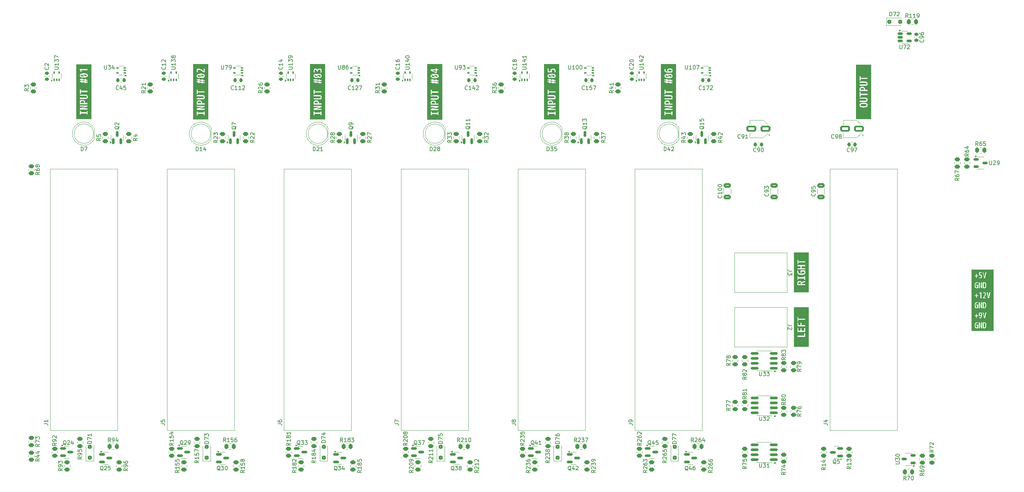
<source format=gto>
G04 #@! TF.GenerationSoftware,KiCad,Pcbnew,8.0.9-1.fc41*
G04 #@! TF.CreationDate,2025-02-27T22:12:54+00:00*
G04 #@! TF.ProjectId,SCART_switcher,53434152-545f-4737-9769-74636865722e,rev?*
G04 #@! TF.SameCoordinates,Original*
G04 #@! TF.FileFunction,Legend,Top*
G04 #@! TF.FilePolarity,Positive*
%FSLAX46Y46*%
G04 Gerber Fmt 4.6, Leading zero omitted, Abs format (unit mm)*
G04 Created by KiCad (PCBNEW 8.0.9-1.fc41) date 2025-02-27 22:12:54*
%MOMM*%
%LPD*%
G01*
G04 APERTURE LIST*
G04 Aperture macros list*
%AMRoundRect*
0 Rectangle with rounded corners*
0 $1 Rounding radius*
0 $2 $3 $4 $5 $6 $7 $8 $9 X,Y pos of 4 corners*
0 Add a 4 corners polygon primitive as box body*
4,1,4,$2,$3,$4,$5,$6,$7,$8,$9,$2,$3,0*
0 Add four circle primitives for the rounded corners*
1,1,$1+$1,$2,$3*
1,1,$1+$1,$4,$5*
1,1,$1+$1,$6,$7*
1,1,$1+$1,$8,$9*
0 Add four rect primitives between the rounded corners*
20,1,$1+$1,$2,$3,$4,$5,0*
20,1,$1+$1,$4,$5,$6,$7,0*
20,1,$1+$1,$6,$7,$8,$9,0*
20,1,$1+$1,$8,$9,$2,$3,0*%
G04 Aperture macros list end*
%ADD10C,0.150000*%
%ADD11C,0.120000*%
%ADD12C,0.000000*%
%ADD13C,0.100000*%
%ADD14RoundRect,0.250000X0.450000X-0.262500X0.450000X0.262500X-0.450000X0.262500X-0.450000X-0.262500X0*%
%ADD15RoundRect,0.250000X0.300000X-0.300000X0.300000X0.300000X-0.300000X0.300000X-0.300000X-0.300000X0*%
%ADD16RoundRect,0.250000X-0.262500X-0.450000X0.262500X-0.450000X0.262500X0.450000X-0.262500X0.450000X0*%
%ADD17C,5.500000*%
%ADD18RoundRect,0.150000X0.150000X-0.587500X0.150000X0.587500X-0.150000X0.587500X-0.150000X-0.587500X0*%
%ADD19RoundRect,0.250000X0.650000X-0.325000X0.650000X0.325000X-0.650000X0.325000X-0.650000X-0.325000X0*%
%ADD20RoundRect,0.100000X0.225000X0.100000X-0.225000X0.100000X-0.225000X-0.100000X0.225000X-0.100000X0*%
%ADD21RoundRect,0.100000X0.100000X-0.225000X0.100000X0.225000X-0.100000X0.225000X-0.100000X-0.225000X0*%
%ADD22RoundRect,0.250000X-0.450000X0.262500X-0.450000X-0.262500X0.450000X-0.262500X0.450000X0.262500X0*%
%ADD23RoundRect,0.150000X-0.512500X-0.150000X0.512500X-0.150000X0.512500X0.150000X-0.512500X0.150000X0*%
%ADD24RoundRect,0.225000X0.225000X0.250000X-0.225000X0.250000X-0.225000X-0.250000X0.225000X-0.250000X0*%
%ADD25RoundRect,0.225000X-0.250000X0.225000X-0.250000X-0.225000X0.250000X-0.225000X0.250000X0.225000X0*%
%ADD26RoundRect,0.150000X-0.587500X-0.150000X0.587500X-0.150000X0.587500X0.150000X-0.587500X0.150000X0*%
%ADD27RoundRect,0.150000X0.825000X0.150000X-0.825000X0.150000X-0.825000X-0.150000X0.825000X-0.150000X0*%
%ADD28RoundRect,0.225000X-0.225000X-0.250000X0.225000X-0.250000X0.225000X0.250000X-0.225000X0.250000X0*%
%ADD29R,1.800000X1.800000*%
%ADD30C,1.800000*%
%ADD31RoundRect,0.250000X0.262500X0.450000X-0.262500X0.450000X-0.262500X-0.450000X0.262500X-0.450000X0*%
%ADD32O,3.000000X2.000000*%
%ADD33RoundRect,0.150000X0.512500X0.150000X-0.512500X0.150000X-0.512500X-0.150000X0.512500X-0.150000X0*%
%ADD34RoundRect,0.250000X1.050000X0.550000X-1.050000X0.550000X-1.050000X-0.550000X1.050000X-0.550000X0*%
%ADD35RoundRect,0.250000X-0.300000X-0.300000X0.300000X-0.300000X0.300000X0.300000X-0.300000X0.300000X0*%
%ADD36RoundRect,0.150000X0.587500X0.150000X-0.587500X0.150000X-0.587500X-0.150000X0.587500X-0.150000X0*%
%ADD37O,3.500000X2.000000*%
%ADD38O,2.300000X3.500000*%
%ADD39R,1.700000X1.700000*%
%ADD40O,1.700000X1.700000*%
G04 APERTURE END LIST*
D10*
X81954819Y-148119047D02*
X81478628Y-148452380D01*
X81954819Y-148690475D02*
X80954819Y-148690475D01*
X80954819Y-148690475D02*
X80954819Y-148309523D01*
X80954819Y-148309523D02*
X81002438Y-148214285D01*
X81002438Y-148214285D02*
X81050057Y-148166666D01*
X81050057Y-148166666D02*
X81145295Y-148119047D01*
X81145295Y-148119047D02*
X81288152Y-148119047D01*
X81288152Y-148119047D02*
X81383390Y-148166666D01*
X81383390Y-148166666D02*
X81431009Y-148214285D01*
X81431009Y-148214285D02*
X81478628Y-148309523D01*
X81478628Y-148309523D02*
X81478628Y-148690475D01*
X81954819Y-147166666D02*
X81954819Y-147738094D01*
X81954819Y-147452380D02*
X80954819Y-147452380D01*
X80954819Y-147452380D02*
X81097676Y-147547618D01*
X81097676Y-147547618D02*
X81192914Y-147642856D01*
X81192914Y-147642856D02*
X81240533Y-147738094D01*
X81383390Y-146595237D02*
X81335771Y-146690475D01*
X81335771Y-146690475D02*
X81288152Y-146738094D01*
X81288152Y-146738094D02*
X81192914Y-146785713D01*
X81192914Y-146785713D02*
X81145295Y-146785713D01*
X81145295Y-146785713D02*
X81050057Y-146738094D01*
X81050057Y-146738094D02*
X81002438Y-146690475D01*
X81002438Y-146690475D02*
X80954819Y-146595237D01*
X80954819Y-146595237D02*
X80954819Y-146404761D01*
X80954819Y-146404761D02*
X81002438Y-146309523D01*
X81002438Y-146309523D02*
X81050057Y-146261904D01*
X81050057Y-146261904D02*
X81145295Y-146214285D01*
X81145295Y-146214285D02*
X81192914Y-146214285D01*
X81192914Y-146214285D02*
X81288152Y-146261904D01*
X81288152Y-146261904D02*
X81335771Y-146309523D01*
X81335771Y-146309523D02*
X81383390Y-146404761D01*
X81383390Y-146404761D02*
X81383390Y-146595237D01*
X81383390Y-146595237D02*
X81431009Y-146690475D01*
X81431009Y-146690475D02*
X81478628Y-146738094D01*
X81478628Y-146738094D02*
X81573866Y-146785713D01*
X81573866Y-146785713D02*
X81764342Y-146785713D01*
X81764342Y-146785713D02*
X81859580Y-146738094D01*
X81859580Y-146738094D02*
X81907200Y-146690475D01*
X81907200Y-146690475D02*
X81954819Y-146595237D01*
X81954819Y-146595237D02*
X81954819Y-146404761D01*
X81954819Y-146404761D02*
X81907200Y-146309523D01*
X81907200Y-146309523D02*
X81859580Y-146261904D01*
X81859580Y-146261904D02*
X81764342Y-146214285D01*
X81764342Y-146214285D02*
X81573866Y-146214285D01*
X81573866Y-146214285D02*
X81478628Y-146261904D01*
X81478628Y-146261904D02*
X81431009Y-146309523D01*
X81431009Y-146309523D02*
X81383390Y-146404761D01*
X81954819Y-145261904D02*
X81954819Y-145833332D01*
X81954819Y-145547618D02*
X80954819Y-145547618D01*
X80954819Y-145547618D02*
X81097676Y-145642856D01*
X81097676Y-145642856D02*
X81192914Y-145738094D01*
X81192914Y-145738094D02*
X81240533Y-145833332D01*
X150954819Y-148214285D02*
X149954819Y-148214285D01*
X149954819Y-148214285D02*
X149954819Y-147976190D01*
X149954819Y-147976190D02*
X150002438Y-147833333D01*
X150002438Y-147833333D02*
X150097676Y-147738095D01*
X150097676Y-147738095D02*
X150192914Y-147690476D01*
X150192914Y-147690476D02*
X150383390Y-147642857D01*
X150383390Y-147642857D02*
X150526247Y-147642857D01*
X150526247Y-147642857D02*
X150716723Y-147690476D01*
X150716723Y-147690476D02*
X150811961Y-147738095D01*
X150811961Y-147738095D02*
X150907200Y-147833333D01*
X150907200Y-147833333D02*
X150954819Y-147976190D01*
X150954819Y-147976190D02*
X150954819Y-148214285D01*
X149954819Y-147309523D02*
X149954819Y-146642857D01*
X149954819Y-146642857D02*
X150954819Y-147071428D01*
X149954819Y-145833333D02*
X149954819Y-146023809D01*
X149954819Y-146023809D02*
X150002438Y-146119047D01*
X150002438Y-146119047D02*
X150050057Y-146166666D01*
X150050057Y-146166666D02*
X150192914Y-146261904D01*
X150192914Y-146261904D02*
X150383390Y-146309523D01*
X150383390Y-146309523D02*
X150764342Y-146309523D01*
X150764342Y-146309523D02*
X150859580Y-146261904D01*
X150859580Y-146261904D02*
X150907200Y-146214285D01*
X150907200Y-146214285D02*
X150954819Y-146119047D01*
X150954819Y-146119047D02*
X150954819Y-145928571D01*
X150954819Y-145928571D02*
X150907200Y-145833333D01*
X150907200Y-145833333D02*
X150859580Y-145785714D01*
X150859580Y-145785714D02*
X150764342Y-145738095D01*
X150764342Y-145738095D02*
X150526247Y-145738095D01*
X150526247Y-145738095D02*
X150431009Y-145785714D01*
X150431009Y-145785714D02*
X150383390Y-145833333D01*
X150383390Y-145833333D02*
X150335771Y-145928571D01*
X150335771Y-145928571D02*
X150335771Y-146119047D01*
X150335771Y-146119047D02*
X150383390Y-146214285D01*
X150383390Y-146214285D02*
X150431009Y-146261904D01*
X150431009Y-146261904D02*
X150526247Y-146309523D01*
X219204819Y-154392857D02*
X218728628Y-154726190D01*
X219204819Y-154964285D02*
X218204819Y-154964285D01*
X218204819Y-154964285D02*
X218204819Y-154583333D01*
X218204819Y-154583333D02*
X218252438Y-154488095D01*
X218252438Y-154488095D02*
X218300057Y-154440476D01*
X218300057Y-154440476D02*
X218395295Y-154392857D01*
X218395295Y-154392857D02*
X218538152Y-154392857D01*
X218538152Y-154392857D02*
X218633390Y-154440476D01*
X218633390Y-154440476D02*
X218681009Y-154488095D01*
X218681009Y-154488095D02*
X218728628Y-154583333D01*
X218728628Y-154583333D02*
X218728628Y-154964285D01*
X219204819Y-153440476D02*
X219204819Y-154011904D01*
X219204819Y-153726190D02*
X218204819Y-153726190D01*
X218204819Y-153726190D02*
X218347676Y-153821428D01*
X218347676Y-153821428D02*
X218442914Y-153916666D01*
X218442914Y-153916666D02*
X218490533Y-154011904D01*
X218538152Y-152583333D02*
X219204819Y-152583333D01*
X218157200Y-152821428D02*
X218871485Y-153059523D01*
X218871485Y-153059523D02*
X218871485Y-152440476D01*
X65380952Y-147804819D02*
X65047619Y-147328628D01*
X64809524Y-147804819D02*
X64809524Y-146804819D01*
X64809524Y-146804819D02*
X65190476Y-146804819D01*
X65190476Y-146804819D02*
X65285714Y-146852438D01*
X65285714Y-146852438D02*
X65333333Y-146900057D01*
X65333333Y-146900057D02*
X65380952Y-146995295D01*
X65380952Y-146995295D02*
X65380952Y-147138152D01*
X65380952Y-147138152D02*
X65333333Y-147233390D01*
X65333333Y-147233390D02*
X65285714Y-147281009D01*
X65285714Y-147281009D02*
X65190476Y-147328628D01*
X65190476Y-147328628D02*
X64809524Y-147328628D01*
X66333333Y-147804819D02*
X65761905Y-147804819D01*
X66047619Y-147804819D02*
X66047619Y-146804819D01*
X66047619Y-146804819D02*
X65952381Y-146947676D01*
X65952381Y-146947676D02*
X65857143Y-147042914D01*
X65857143Y-147042914D02*
X65761905Y-147090533D01*
X67238095Y-146804819D02*
X66761905Y-146804819D01*
X66761905Y-146804819D02*
X66714286Y-147281009D01*
X66714286Y-147281009D02*
X66761905Y-147233390D01*
X66761905Y-147233390D02*
X66857143Y-147185771D01*
X66857143Y-147185771D02*
X67095238Y-147185771D01*
X67095238Y-147185771D02*
X67190476Y-147233390D01*
X67190476Y-147233390D02*
X67238095Y-147281009D01*
X67238095Y-147281009D02*
X67285714Y-147376247D01*
X67285714Y-147376247D02*
X67285714Y-147614342D01*
X67285714Y-147614342D02*
X67238095Y-147709580D01*
X67238095Y-147709580D02*
X67190476Y-147757200D01*
X67190476Y-147757200D02*
X67095238Y-147804819D01*
X67095238Y-147804819D02*
X66857143Y-147804819D01*
X66857143Y-147804819D02*
X66761905Y-147757200D01*
X66761905Y-147757200D02*
X66714286Y-147709580D01*
X68142857Y-146804819D02*
X67952381Y-146804819D01*
X67952381Y-146804819D02*
X67857143Y-146852438D01*
X67857143Y-146852438D02*
X67809524Y-146900057D01*
X67809524Y-146900057D02*
X67714286Y-147042914D01*
X67714286Y-147042914D02*
X67666667Y-147233390D01*
X67666667Y-147233390D02*
X67666667Y-147614342D01*
X67666667Y-147614342D02*
X67714286Y-147709580D01*
X67714286Y-147709580D02*
X67761905Y-147757200D01*
X67761905Y-147757200D02*
X67857143Y-147804819D01*
X67857143Y-147804819D02*
X68047619Y-147804819D01*
X68047619Y-147804819D02*
X68142857Y-147757200D01*
X68142857Y-147757200D02*
X68190476Y-147709580D01*
X68190476Y-147709580D02*
X68238095Y-147614342D01*
X68238095Y-147614342D02*
X68238095Y-147376247D01*
X68238095Y-147376247D02*
X68190476Y-147281009D01*
X68190476Y-147281009D02*
X68142857Y-147233390D01*
X68142857Y-147233390D02*
X68047619Y-147185771D01*
X68047619Y-147185771D02*
X67857143Y-147185771D01*
X67857143Y-147185771D02*
X67761905Y-147233390D01*
X67761905Y-147233390D02*
X67714286Y-147281009D01*
X67714286Y-147281009D02*
X67666667Y-147376247D01*
X38050057Y-66845238D02*
X38002438Y-66940476D01*
X38002438Y-66940476D02*
X37907200Y-67035714D01*
X37907200Y-67035714D02*
X37764342Y-67178571D01*
X37764342Y-67178571D02*
X37716723Y-67273809D01*
X37716723Y-67273809D02*
X37716723Y-67369047D01*
X37954819Y-67321428D02*
X37907200Y-67416666D01*
X37907200Y-67416666D02*
X37811961Y-67511904D01*
X37811961Y-67511904D02*
X37621485Y-67559523D01*
X37621485Y-67559523D02*
X37288152Y-67559523D01*
X37288152Y-67559523D02*
X37097676Y-67511904D01*
X37097676Y-67511904D02*
X37002438Y-67416666D01*
X37002438Y-67416666D02*
X36954819Y-67321428D01*
X36954819Y-67321428D02*
X36954819Y-67130952D01*
X36954819Y-67130952D02*
X37002438Y-67035714D01*
X37002438Y-67035714D02*
X37097676Y-66940476D01*
X37097676Y-66940476D02*
X37288152Y-66892857D01*
X37288152Y-66892857D02*
X37621485Y-66892857D01*
X37621485Y-66892857D02*
X37811961Y-66940476D01*
X37811961Y-66940476D02*
X37907200Y-67035714D01*
X37907200Y-67035714D02*
X37954819Y-67130952D01*
X37954819Y-67130952D02*
X37954819Y-67321428D01*
X37050057Y-66511904D02*
X37002438Y-66464285D01*
X37002438Y-66464285D02*
X36954819Y-66369047D01*
X36954819Y-66369047D02*
X36954819Y-66130952D01*
X36954819Y-66130952D02*
X37002438Y-66035714D01*
X37002438Y-66035714D02*
X37050057Y-65988095D01*
X37050057Y-65988095D02*
X37145295Y-65940476D01*
X37145295Y-65940476D02*
X37240533Y-65940476D01*
X37240533Y-65940476D02*
X37383390Y-65988095D01*
X37383390Y-65988095D02*
X37954819Y-66559523D01*
X37954819Y-66559523D02*
X37954819Y-65940476D01*
X192509580Y-84619047D02*
X192557200Y-84666666D01*
X192557200Y-84666666D02*
X192604819Y-84809523D01*
X192604819Y-84809523D02*
X192604819Y-84904761D01*
X192604819Y-84904761D02*
X192557200Y-85047618D01*
X192557200Y-85047618D02*
X192461961Y-85142856D01*
X192461961Y-85142856D02*
X192366723Y-85190475D01*
X192366723Y-85190475D02*
X192176247Y-85238094D01*
X192176247Y-85238094D02*
X192033390Y-85238094D01*
X192033390Y-85238094D02*
X191842914Y-85190475D01*
X191842914Y-85190475D02*
X191747676Y-85142856D01*
X191747676Y-85142856D02*
X191652438Y-85047618D01*
X191652438Y-85047618D02*
X191604819Y-84904761D01*
X191604819Y-84904761D02*
X191604819Y-84809523D01*
X191604819Y-84809523D02*
X191652438Y-84666666D01*
X191652438Y-84666666D02*
X191700057Y-84619047D01*
X192604819Y-83666666D02*
X192604819Y-84238094D01*
X192604819Y-83952380D02*
X191604819Y-83952380D01*
X191604819Y-83952380D02*
X191747676Y-84047618D01*
X191747676Y-84047618D02*
X191842914Y-84142856D01*
X191842914Y-84142856D02*
X191890533Y-84238094D01*
X191604819Y-83047618D02*
X191604819Y-82952380D01*
X191604819Y-82952380D02*
X191652438Y-82857142D01*
X191652438Y-82857142D02*
X191700057Y-82809523D01*
X191700057Y-82809523D02*
X191795295Y-82761904D01*
X191795295Y-82761904D02*
X191985771Y-82714285D01*
X191985771Y-82714285D02*
X192223866Y-82714285D01*
X192223866Y-82714285D02*
X192414342Y-82761904D01*
X192414342Y-82761904D02*
X192509580Y-82809523D01*
X192509580Y-82809523D02*
X192557200Y-82857142D01*
X192557200Y-82857142D02*
X192604819Y-82952380D01*
X192604819Y-82952380D02*
X192604819Y-83047618D01*
X192604819Y-83047618D02*
X192557200Y-83142856D01*
X192557200Y-83142856D02*
X192509580Y-83190475D01*
X192509580Y-83190475D02*
X192414342Y-83238094D01*
X192414342Y-83238094D02*
X192223866Y-83285713D01*
X192223866Y-83285713D02*
X191985771Y-83285713D01*
X191985771Y-83285713D02*
X191795295Y-83238094D01*
X191795295Y-83238094D02*
X191700057Y-83190475D01*
X191700057Y-83190475D02*
X191652438Y-83142856D01*
X191652438Y-83142856D02*
X191604819Y-83047618D01*
X191604819Y-82095237D02*
X191604819Y-81999999D01*
X191604819Y-81999999D02*
X191652438Y-81904761D01*
X191652438Y-81904761D02*
X191700057Y-81857142D01*
X191700057Y-81857142D02*
X191795295Y-81809523D01*
X191795295Y-81809523D02*
X191985771Y-81761904D01*
X191985771Y-81761904D02*
X192223866Y-81761904D01*
X192223866Y-81761904D02*
X192414342Y-81809523D01*
X192414342Y-81809523D02*
X192509580Y-81857142D01*
X192509580Y-81857142D02*
X192557200Y-81904761D01*
X192557200Y-81904761D02*
X192604819Y-81999999D01*
X192604819Y-81999999D02*
X192604819Y-82095237D01*
X192604819Y-82095237D02*
X192557200Y-82190475D01*
X192557200Y-82190475D02*
X192509580Y-82238094D01*
X192509580Y-82238094D02*
X192414342Y-82285713D01*
X192414342Y-82285713D02*
X192223866Y-82333332D01*
X192223866Y-82333332D02*
X191985771Y-82333332D01*
X191985771Y-82333332D02*
X191795295Y-82285713D01*
X191795295Y-82285713D02*
X191700057Y-82238094D01*
X191700057Y-82238094D02*
X191652438Y-82190475D01*
X191652438Y-82190475D02*
X191604819Y-82095237D01*
X183285714Y-51204819D02*
X183285714Y-52014342D01*
X183285714Y-52014342D02*
X183333333Y-52109580D01*
X183333333Y-52109580D02*
X183380952Y-52157200D01*
X183380952Y-52157200D02*
X183476190Y-52204819D01*
X183476190Y-52204819D02*
X183666666Y-52204819D01*
X183666666Y-52204819D02*
X183761904Y-52157200D01*
X183761904Y-52157200D02*
X183809523Y-52109580D01*
X183809523Y-52109580D02*
X183857142Y-52014342D01*
X183857142Y-52014342D02*
X183857142Y-51204819D01*
X184857142Y-52204819D02*
X184285714Y-52204819D01*
X184571428Y-52204819D02*
X184571428Y-51204819D01*
X184571428Y-51204819D02*
X184476190Y-51347676D01*
X184476190Y-51347676D02*
X184380952Y-51442914D01*
X184380952Y-51442914D02*
X184285714Y-51490533D01*
X185476190Y-51204819D02*
X185571428Y-51204819D01*
X185571428Y-51204819D02*
X185666666Y-51252438D01*
X185666666Y-51252438D02*
X185714285Y-51300057D01*
X185714285Y-51300057D02*
X185761904Y-51395295D01*
X185761904Y-51395295D02*
X185809523Y-51585771D01*
X185809523Y-51585771D02*
X185809523Y-51823866D01*
X185809523Y-51823866D02*
X185761904Y-52014342D01*
X185761904Y-52014342D02*
X185714285Y-52109580D01*
X185714285Y-52109580D02*
X185666666Y-52157200D01*
X185666666Y-52157200D02*
X185571428Y-52204819D01*
X185571428Y-52204819D02*
X185476190Y-52204819D01*
X185476190Y-52204819D02*
X185380952Y-52157200D01*
X185380952Y-52157200D02*
X185333333Y-52109580D01*
X185333333Y-52109580D02*
X185285714Y-52014342D01*
X185285714Y-52014342D02*
X185238095Y-51823866D01*
X185238095Y-51823866D02*
X185238095Y-51585771D01*
X185238095Y-51585771D02*
X185285714Y-51395295D01*
X185285714Y-51395295D02*
X185333333Y-51300057D01*
X185333333Y-51300057D02*
X185380952Y-51252438D01*
X185380952Y-51252438D02*
X185476190Y-51204819D01*
X186142857Y-51204819D02*
X186809523Y-51204819D01*
X186809523Y-51204819D02*
X186380952Y-52204819D01*
X141454819Y-52214285D02*
X142264342Y-52214285D01*
X142264342Y-52214285D02*
X142359580Y-52166666D01*
X142359580Y-52166666D02*
X142407200Y-52119047D01*
X142407200Y-52119047D02*
X142454819Y-52023809D01*
X142454819Y-52023809D02*
X142454819Y-51833333D01*
X142454819Y-51833333D02*
X142407200Y-51738095D01*
X142407200Y-51738095D02*
X142359580Y-51690476D01*
X142359580Y-51690476D02*
X142264342Y-51642857D01*
X142264342Y-51642857D02*
X141454819Y-51642857D01*
X142454819Y-50642857D02*
X142454819Y-51214285D01*
X142454819Y-50928571D02*
X141454819Y-50928571D01*
X141454819Y-50928571D02*
X141597676Y-51023809D01*
X141597676Y-51023809D02*
X141692914Y-51119047D01*
X141692914Y-51119047D02*
X141740533Y-51214285D01*
X141788152Y-49785714D02*
X142454819Y-49785714D01*
X141407200Y-50023809D02*
X142121485Y-50261904D01*
X142121485Y-50261904D02*
X142121485Y-49642857D01*
X142454819Y-48738095D02*
X142454819Y-49309523D01*
X142454819Y-49023809D02*
X141454819Y-49023809D01*
X141454819Y-49023809D02*
X141597676Y-49119047D01*
X141597676Y-49119047D02*
X141692914Y-49214285D01*
X141692914Y-49214285D02*
X141740533Y-49309523D01*
X198954819Y-131142857D02*
X198478628Y-131476190D01*
X198954819Y-131714285D02*
X197954819Y-131714285D01*
X197954819Y-131714285D02*
X197954819Y-131333333D01*
X197954819Y-131333333D02*
X198002438Y-131238095D01*
X198002438Y-131238095D02*
X198050057Y-131190476D01*
X198050057Y-131190476D02*
X198145295Y-131142857D01*
X198145295Y-131142857D02*
X198288152Y-131142857D01*
X198288152Y-131142857D02*
X198383390Y-131190476D01*
X198383390Y-131190476D02*
X198431009Y-131238095D01*
X198431009Y-131238095D02*
X198478628Y-131333333D01*
X198478628Y-131333333D02*
X198478628Y-131714285D01*
X198383390Y-130571428D02*
X198335771Y-130666666D01*
X198335771Y-130666666D02*
X198288152Y-130714285D01*
X198288152Y-130714285D02*
X198192914Y-130761904D01*
X198192914Y-130761904D02*
X198145295Y-130761904D01*
X198145295Y-130761904D02*
X198050057Y-130714285D01*
X198050057Y-130714285D02*
X198002438Y-130666666D01*
X198002438Y-130666666D02*
X197954819Y-130571428D01*
X197954819Y-130571428D02*
X197954819Y-130380952D01*
X197954819Y-130380952D02*
X198002438Y-130285714D01*
X198002438Y-130285714D02*
X198050057Y-130238095D01*
X198050057Y-130238095D02*
X198145295Y-130190476D01*
X198145295Y-130190476D02*
X198192914Y-130190476D01*
X198192914Y-130190476D02*
X198288152Y-130238095D01*
X198288152Y-130238095D02*
X198335771Y-130285714D01*
X198335771Y-130285714D02*
X198383390Y-130380952D01*
X198383390Y-130380952D02*
X198383390Y-130571428D01*
X198383390Y-130571428D02*
X198431009Y-130666666D01*
X198431009Y-130666666D02*
X198478628Y-130714285D01*
X198478628Y-130714285D02*
X198573866Y-130761904D01*
X198573866Y-130761904D02*
X198764342Y-130761904D01*
X198764342Y-130761904D02*
X198859580Y-130714285D01*
X198859580Y-130714285D02*
X198907200Y-130666666D01*
X198907200Y-130666666D02*
X198954819Y-130571428D01*
X198954819Y-130571428D02*
X198954819Y-130380952D01*
X198954819Y-130380952D02*
X198907200Y-130285714D01*
X198907200Y-130285714D02*
X198859580Y-130238095D01*
X198859580Y-130238095D02*
X198764342Y-130190476D01*
X198764342Y-130190476D02*
X198573866Y-130190476D01*
X198573866Y-130190476D02*
X198478628Y-130238095D01*
X198478628Y-130238095D02*
X198431009Y-130285714D01*
X198431009Y-130285714D02*
X198383390Y-130380952D01*
X198050057Y-129809523D02*
X198002438Y-129761904D01*
X198002438Y-129761904D02*
X197954819Y-129666666D01*
X197954819Y-129666666D02*
X197954819Y-129428571D01*
X197954819Y-129428571D02*
X198002438Y-129333333D01*
X198002438Y-129333333D02*
X198050057Y-129285714D01*
X198050057Y-129285714D02*
X198145295Y-129238095D01*
X198145295Y-129238095D02*
X198240533Y-129238095D01*
X198240533Y-129238095D02*
X198383390Y-129285714D01*
X198383390Y-129285714D02*
X198954819Y-129857142D01*
X198954819Y-129857142D02*
X198954819Y-129238095D01*
X238261905Y-45954819D02*
X238261905Y-46764342D01*
X238261905Y-46764342D02*
X238309524Y-46859580D01*
X238309524Y-46859580D02*
X238357143Y-46907200D01*
X238357143Y-46907200D02*
X238452381Y-46954819D01*
X238452381Y-46954819D02*
X238642857Y-46954819D01*
X238642857Y-46954819D02*
X238738095Y-46907200D01*
X238738095Y-46907200D02*
X238785714Y-46859580D01*
X238785714Y-46859580D02*
X238833333Y-46764342D01*
X238833333Y-46764342D02*
X238833333Y-45954819D01*
X239214286Y-45954819D02*
X239880952Y-45954819D01*
X239880952Y-45954819D02*
X239452381Y-46954819D01*
X240214286Y-46050057D02*
X240261905Y-46002438D01*
X240261905Y-46002438D02*
X240357143Y-45954819D01*
X240357143Y-45954819D02*
X240595238Y-45954819D01*
X240595238Y-45954819D02*
X240690476Y-46002438D01*
X240690476Y-46002438D02*
X240738095Y-46050057D01*
X240738095Y-46050057D02*
X240785714Y-46145295D01*
X240785714Y-46145295D02*
X240785714Y-46240533D01*
X240785714Y-46240533D02*
X240738095Y-46383390D01*
X240738095Y-46383390D02*
X240166667Y-46954819D01*
X240166667Y-46954819D02*
X240785714Y-46954819D01*
X153285714Y-51204819D02*
X153285714Y-52014342D01*
X153285714Y-52014342D02*
X153333333Y-52109580D01*
X153333333Y-52109580D02*
X153380952Y-52157200D01*
X153380952Y-52157200D02*
X153476190Y-52204819D01*
X153476190Y-52204819D02*
X153666666Y-52204819D01*
X153666666Y-52204819D02*
X153761904Y-52157200D01*
X153761904Y-52157200D02*
X153809523Y-52109580D01*
X153809523Y-52109580D02*
X153857142Y-52014342D01*
X153857142Y-52014342D02*
X153857142Y-51204819D01*
X154857142Y-52204819D02*
X154285714Y-52204819D01*
X154571428Y-52204819D02*
X154571428Y-51204819D01*
X154571428Y-51204819D02*
X154476190Y-51347676D01*
X154476190Y-51347676D02*
X154380952Y-51442914D01*
X154380952Y-51442914D02*
X154285714Y-51490533D01*
X155476190Y-51204819D02*
X155571428Y-51204819D01*
X155571428Y-51204819D02*
X155666666Y-51252438D01*
X155666666Y-51252438D02*
X155714285Y-51300057D01*
X155714285Y-51300057D02*
X155761904Y-51395295D01*
X155761904Y-51395295D02*
X155809523Y-51585771D01*
X155809523Y-51585771D02*
X155809523Y-51823866D01*
X155809523Y-51823866D02*
X155761904Y-52014342D01*
X155761904Y-52014342D02*
X155714285Y-52109580D01*
X155714285Y-52109580D02*
X155666666Y-52157200D01*
X155666666Y-52157200D02*
X155571428Y-52204819D01*
X155571428Y-52204819D02*
X155476190Y-52204819D01*
X155476190Y-52204819D02*
X155380952Y-52157200D01*
X155380952Y-52157200D02*
X155333333Y-52109580D01*
X155333333Y-52109580D02*
X155285714Y-52014342D01*
X155285714Y-52014342D02*
X155238095Y-51823866D01*
X155238095Y-51823866D02*
X155238095Y-51585771D01*
X155238095Y-51585771D02*
X155285714Y-51395295D01*
X155285714Y-51395295D02*
X155333333Y-51300057D01*
X155333333Y-51300057D02*
X155380952Y-51252438D01*
X155380952Y-51252438D02*
X155476190Y-51204819D01*
X156428571Y-51204819D02*
X156523809Y-51204819D01*
X156523809Y-51204819D02*
X156619047Y-51252438D01*
X156619047Y-51252438D02*
X156666666Y-51300057D01*
X156666666Y-51300057D02*
X156714285Y-51395295D01*
X156714285Y-51395295D02*
X156761904Y-51585771D01*
X156761904Y-51585771D02*
X156761904Y-51823866D01*
X156761904Y-51823866D02*
X156714285Y-52014342D01*
X156714285Y-52014342D02*
X156666666Y-52109580D01*
X156666666Y-52109580D02*
X156619047Y-52157200D01*
X156619047Y-52157200D02*
X156523809Y-52204819D01*
X156523809Y-52204819D02*
X156428571Y-52204819D01*
X156428571Y-52204819D02*
X156333333Y-52157200D01*
X156333333Y-52157200D02*
X156285714Y-52109580D01*
X156285714Y-52109580D02*
X156238095Y-52014342D01*
X156238095Y-52014342D02*
X156190476Y-51823866D01*
X156190476Y-51823866D02*
X156190476Y-51585771D01*
X156190476Y-51585771D02*
X156238095Y-51395295D01*
X156238095Y-51395295D02*
X156285714Y-51300057D01*
X156285714Y-51300057D02*
X156333333Y-51252438D01*
X156333333Y-51252438D02*
X156428571Y-51204819D01*
X17604819Y-148392857D02*
X17128628Y-148726190D01*
X17604819Y-148964285D02*
X16604819Y-148964285D01*
X16604819Y-148964285D02*
X16604819Y-148583333D01*
X16604819Y-148583333D02*
X16652438Y-148488095D01*
X16652438Y-148488095D02*
X16700057Y-148440476D01*
X16700057Y-148440476D02*
X16795295Y-148392857D01*
X16795295Y-148392857D02*
X16938152Y-148392857D01*
X16938152Y-148392857D02*
X17033390Y-148440476D01*
X17033390Y-148440476D02*
X17081009Y-148488095D01*
X17081009Y-148488095D02*
X17128628Y-148583333D01*
X17128628Y-148583333D02*
X17128628Y-148964285D01*
X16604819Y-148059523D02*
X16604819Y-147392857D01*
X16604819Y-147392857D02*
X17604819Y-147821428D01*
X16604819Y-147107142D02*
X16604819Y-146488095D01*
X16604819Y-146488095D02*
X16985771Y-146821428D01*
X16985771Y-146821428D02*
X16985771Y-146678571D01*
X16985771Y-146678571D02*
X17033390Y-146583333D01*
X17033390Y-146583333D02*
X17081009Y-146535714D01*
X17081009Y-146535714D02*
X17176247Y-146488095D01*
X17176247Y-146488095D02*
X17414342Y-146488095D01*
X17414342Y-146488095D02*
X17509580Y-146535714D01*
X17509580Y-146535714D02*
X17557200Y-146583333D01*
X17557200Y-146583333D02*
X17604819Y-146678571D01*
X17604819Y-146678571D02*
X17604819Y-146964285D01*
X17604819Y-146964285D02*
X17557200Y-147059523D01*
X17557200Y-147059523D02*
X17509580Y-147107142D01*
X198954819Y-136142857D02*
X198478628Y-136476190D01*
X198954819Y-136714285D02*
X197954819Y-136714285D01*
X197954819Y-136714285D02*
X197954819Y-136333333D01*
X197954819Y-136333333D02*
X198002438Y-136238095D01*
X198002438Y-136238095D02*
X198050057Y-136190476D01*
X198050057Y-136190476D02*
X198145295Y-136142857D01*
X198145295Y-136142857D02*
X198288152Y-136142857D01*
X198288152Y-136142857D02*
X198383390Y-136190476D01*
X198383390Y-136190476D02*
X198431009Y-136238095D01*
X198431009Y-136238095D02*
X198478628Y-136333333D01*
X198478628Y-136333333D02*
X198478628Y-136714285D01*
X198383390Y-135571428D02*
X198335771Y-135666666D01*
X198335771Y-135666666D02*
X198288152Y-135714285D01*
X198288152Y-135714285D02*
X198192914Y-135761904D01*
X198192914Y-135761904D02*
X198145295Y-135761904D01*
X198145295Y-135761904D02*
X198050057Y-135714285D01*
X198050057Y-135714285D02*
X198002438Y-135666666D01*
X198002438Y-135666666D02*
X197954819Y-135571428D01*
X197954819Y-135571428D02*
X197954819Y-135380952D01*
X197954819Y-135380952D02*
X198002438Y-135285714D01*
X198002438Y-135285714D02*
X198050057Y-135238095D01*
X198050057Y-135238095D02*
X198145295Y-135190476D01*
X198145295Y-135190476D02*
X198192914Y-135190476D01*
X198192914Y-135190476D02*
X198288152Y-135238095D01*
X198288152Y-135238095D02*
X198335771Y-135285714D01*
X198335771Y-135285714D02*
X198383390Y-135380952D01*
X198383390Y-135380952D02*
X198383390Y-135571428D01*
X198383390Y-135571428D02*
X198431009Y-135666666D01*
X198431009Y-135666666D02*
X198478628Y-135714285D01*
X198478628Y-135714285D02*
X198573866Y-135761904D01*
X198573866Y-135761904D02*
X198764342Y-135761904D01*
X198764342Y-135761904D02*
X198859580Y-135714285D01*
X198859580Y-135714285D02*
X198907200Y-135666666D01*
X198907200Y-135666666D02*
X198954819Y-135571428D01*
X198954819Y-135571428D02*
X198954819Y-135380952D01*
X198954819Y-135380952D02*
X198907200Y-135285714D01*
X198907200Y-135285714D02*
X198859580Y-135238095D01*
X198859580Y-135238095D02*
X198764342Y-135190476D01*
X198764342Y-135190476D02*
X198573866Y-135190476D01*
X198573866Y-135190476D02*
X198478628Y-135238095D01*
X198478628Y-135238095D02*
X198431009Y-135285714D01*
X198431009Y-135285714D02*
X198383390Y-135380952D01*
X198954819Y-134238095D02*
X198954819Y-134809523D01*
X198954819Y-134523809D02*
X197954819Y-134523809D01*
X197954819Y-134523809D02*
X198097676Y-134619047D01*
X198097676Y-134619047D02*
X198192914Y-134714285D01*
X198192914Y-134714285D02*
X198240533Y-134809523D01*
X201357142Y-73289580D02*
X201309523Y-73337200D01*
X201309523Y-73337200D02*
X201166666Y-73384819D01*
X201166666Y-73384819D02*
X201071428Y-73384819D01*
X201071428Y-73384819D02*
X200928571Y-73337200D01*
X200928571Y-73337200D02*
X200833333Y-73241961D01*
X200833333Y-73241961D02*
X200785714Y-73146723D01*
X200785714Y-73146723D02*
X200738095Y-72956247D01*
X200738095Y-72956247D02*
X200738095Y-72813390D01*
X200738095Y-72813390D02*
X200785714Y-72622914D01*
X200785714Y-72622914D02*
X200833333Y-72527676D01*
X200833333Y-72527676D02*
X200928571Y-72432438D01*
X200928571Y-72432438D02*
X201071428Y-72384819D01*
X201071428Y-72384819D02*
X201166666Y-72384819D01*
X201166666Y-72384819D02*
X201309523Y-72432438D01*
X201309523Y-72432438D02*
X201357142Y-72480057D01*
X201833333Y-73384819D02*
X202023809Y-73384819D01*
X202023809Y-73384819D02*
X202119047Y-73337200D01*
X202119047Y-73337200D02*
X202166666Y-73289580D01*
X202166666Y-73289580D02*
X202261904Y-73146723D01*
X202261904Y-73146723D02*
X202309523Y-72956247D01*
X202309523Y-72956247D02*
X202309523Y-72575295D01*
X202309523Y-72575295D02*
X202261904Y-72480057D01*
X202261904Y-72480057D02*
X202214285Y-72432438D01*
X202214285Y-72432438D02*
X202119047Y-72384819D01*
X202119047Y-72384819D02*
X201928571Y-72384819D01*
X201928571Y-72384819D02*
X201833333Y-72432438D01*
X201833333Y-72432438D02*
X201785714Y-72480057D01*
X201785714Y-72480057D02*
X201738095Y-72575295D01*
X201738095Y-72575295D02*
X201738095Y-72813390D01*
X201738095Y-72813390D02*
X201785714Y-72908628D01*
X201785714Y-72908628D02*
X201833333Y-72956247D01*
X201833333Y-72956247D02*
X201928571Y-73003866D01*
X201928571Y-73003866D02*
X202119047Y-73003866D01*
X202119047Y-73003866D02*
X202214285Y-72956247D01*
X202214285Y-72956247D02*
X202261904Y-72908628D01*
X202261904Y-72908628D02*
X202309523Y-72813390D01*
X202928571Y-72384819D02*
X203023809Y-72384819D01*
X203023809Y-72384819D02*
X203119047Y-72432438D01*
X203119047Y-72432438D02*
X203166666Y-72480057D01*
X203166666Y-72480057D02*
X203214285Y-72575295D01*
X203214285Y-72575295D02*
X203261904Y-72765771D01*
X203261904Y-72765771D02*
X203261904Y-73003866D01*
X203261904Y-73003866D02*
X203214285Y-73194342D01*
X203214285Y-73194342D02*
X203166666Y-73289580D01*
X203166666Y-73289580D02*
X203119047Y-73337200D01*
X203119047Y-73337200D02*
X203023809Y-73384819D01*
X203023809Y-73384819D02*
X202928571Y-73384819D01*
X202928571Y-73384819D02*
X202833333Y-73337200D01*
X202833333Y-73337200D02*
X202785714Y-73289580D01*
X202785714Y-73289580D02*
X202738095Y-73194342D01*
X202738095Y-73194342D02*
X202690476Y-73003866D01*
X202690476Y-73003866D02*
X202690476Y-72765771D01*
X202690476Y-72765771D02*
X202738095Y-72575295D01*
X202738095Y-72575295D02*
X202785714Y-72480057D01*
X202785714Y-72480057D02*
X202833333Y-72432438D01*
X202833333Y-72432438D02*
X202928571Y-72384819D01*
X109859580Y-51642857D02*
X109907200Y-51690476D01*
X109907200Y-51690476D02*
X109954819Y-51833333D01*
X109954819Y-51833333D02*
X109954819Y-51928571D01*
X109954819Y-51928571D02*
X109907200Y-52071428D01*
X109907200Y-52071428D02*
X109811961Y-52166666D01*
X109811961Y-52166666D02*
X109716723Y-52214285D01*
X109716723Y-52214285D02*
X109526247Y-52261904D01*
X109526247Y-52261904D02*
X109383390Y-52261904D01*
X109383390Y-52261904D02*
X109192914Y-52214285D01*
X109192914Y-52214285D02*
X109097676Y-52166666D01*
X109097676Y-52166666D02*
X109002438Y-52071428D01*
X109002438Y-52071428D02*
X108954819Y-51928571D01*
X108954819Y-51928571D02*
X108954819Y-51833333D01*
X108954819Y-51833333D02*
X109002438Y-51690476D01*
X109002438Y-51690476D02*
X109050057Y-51642857D01*
X109954819Y-50690476D02*
X109954819Y-51261904D01*
X109954819Y-50976190D02*
X108954819Y-50976190D01*
X108954819Y-50976190D02*
X109097676Y-51071428D01*
X109097676Y-51071428D02*
X109192914Y-51166666D01*
X109192914Y-51166666D02*
X109240533Y-51261904D01*
X108954819Y-49833333D02*
X108954819Y-50023809D01*
X108954819Y-50023809D02*
X109002438Y-50119047D01*
X109002438Y-50119047D02*
X109050057Y-50166666D01*
X109050057Y-50166666D02*
X109192914Y-50261904D01*
X109192914Y-50261904D02*
X109383390Y-50309523D01*
X109383390Y-50309523D02*
X109764342Y-50309523D01*
X109764342Y-50309523D02*
X109859580Y-50261904D01*
X109859580Y-50261904D02*
X109907200Y-50214285D01*
X109907200Y-50214285D02*
X109954819Y-50119047D01*
X109954819Y-50119047D02*
X109954819Y-49928571D01*
X109954819Y-49928571D02*
X109907200Y-49833333D01*
X109907200Y-49833333D02*
X109859580Y-49785714D01*
X109859580Y-49785714D02*
X109764342Y-49738095D01*
X109764342Y-49738095D02*
X109526247Y-49738095D01*
X109526247Y-49738095D02*
X109431009Y-49785714D01*
X109431009Y-49785714D02*
X109383390Y-49833333D01*
X109383390Y-49833333D02*
X109335771Y-49928571D01*
X109335771Y-49928571D02*
X109335771Y-50119047D01*
X109335771Y-50119047D02*
X109383390Y-50214285D01*
X109383390Y-50214285D02*
X109431009Y-50261904D01*
X109431009Y-50261904D02*
X109526247Y-50309523D01*
X40204819Y-154642857D02*
X39728628Y-154976190D01*
X40204819Y-155214285D02*
X39204819Y-155214285D01*
X39204819Y-155214285D02*
X39204819Y-154833333D01*
X39204819Y-154833333D02*
X39252438Y-154738095D01*
X39252438Y-154738095D02*
X39300057Y-154690476D01*
X39300057Y-154690476D02*
X39395295Y-154642857D01*
X39395295Y-154642857D02*
X39538152Y-154642857D01*
X39538152Y-154642857D02*
X39633390Y-154690476D01*
X39633390Y-154690476D02*
X39681009Y-154738095D01*
X39681009Y-154738095D02*
X39728628Y-154833333D01*
X39728628Y-154833333D02*
X39728628Y-155214285D01*
X40204819Y-154166666D02*
X40204819Y-153976190D01*
X40204819Y-153976190D02*
X40157200Y-153880952D01*
X40157200Y-153880952D02*
X40109580Y-153833333D01*
X40109580Y-153833333D02*
X39966723Y-153738095D01*
X39966723Y-153738095D02*
X39776247Y-153690476D01*
X39776247Y-153690476D02*
X39395295Y-153690476D01*
X39395295Y-153690476D02*
X39300057Y-153738095D01*
X39300057Y-153738095D02*
X39252438Y-153785714D01*
X39252438Y-153785714D02*
X39204819Y-153880952D01*
X39204819Y-153880952D02*
X39204819Y-154071428D01*
X39204819Y-154071428D02*
X39252438Y-154166666D01*
X39252438Y-154166666D02*
X39300057Y-154214285D01*
X39300057Y-154214285D02*
X39395295Y-154261904D01*
X39395295Y-154261904D02*
X39633390Y-154261904D01*
X39633390Y-154261904D02*
X39728628Y-154214285D01*
X39728628Y-154214285D02*
X39776247Y-154166666D01*
X39776247Y-154166666D02*
X39823866Y-154071428D01*
X39823866Y-154071428D02*
X39823866Y-153880952D01*
X39823866Y-153880952D02*
X39776247Y-153785714D01*
X39776247Y-153785714D02*
X39728628Y-153738095D01*
X39728628Y-153738095D02*
X39633390Y-153690476D01*
X39204819Y-152833333D02*
X39204819Y-153023809D01*
X39204819Y-153023809D02*
X39252438Y-153119047D01*
X39252438Y-153119047D02*
X39300057Y-153166666D01*
X39300057Y-153166666D02*
X39442914Y-153261904D01*
X39442914Y-153261904D02*
X39633390Y-153309523D01*
X39633390Y-153309523D02*
X40014342Y-153309523D01*
X40014342Y-153309523D02*
X40109580Y-153261904D01*
X40109580Y-153261904D02*
X40157200Y-153214285D01*
X40157200Y-153214285D02*
X40204819Y-153119047D01*
X40204819Y-153119047D02*
X40204819Y-152928571D01*
X40204819Y-152928571D02*
X40157200Y-152833333D01*
X40157200Y-152833333D02*
X40109580Y-152785714D01*
X40109580Y-152785714D02*
X40014342Y-152738095D01*
X40014342Y-152738095D02*
X39776247Y-152738095D01*
X39776247Y-152738095D02*
X39681009Y-152785714D01*
X39681009Y-152785714D02*
X39633390Y-152833333D01*
X39633390Y-152833333D02*
X39585771Y-152928571D01*
X39585771Y-152928571D02*
X39585771Y-153119047D01*
X39585771Y-153119047D02*
X39633390Y-153214285D01*
X39633390Y-153214285D02*
X39681009Y-153261904D01*
X39681009Y-153261904D02*
X39776247Y-153309523D01*
X90954819Y-147964285D02*
X89954819Y-147964285D01*
X89954819Y-147964285D02*
X89954819Y-147726190D01*
X89954819Y-147726190D02*
X90002438Y-147583333D01*
X90002438Y-147583333D02*
X90097676Y-147488095D01*
X90097676Y-147488095D02*
X90192914Y-147440476D01*
X90192914Y-147440476D02*
X90383390Y-147392857D01*
X90383390Y-147392857D02*
X90526247Y-147392857D01*
X90526247Y-147392857D02*
X90716723Y-147440476D01*
X90716723Y-147440476D02*
X90811961Y-147488095D01*
X90811961Y-147488095D02*
X90907200Y-147583333D01*
X90907200Y-147583333D02*
X90954819Y-147726190D01*
X90954819Y-147726190D02*
X90954819Y-147964285D01*
X89954819Y-147059523D02*
X89954819Y-146392857D01*
X89954819Y-146392857D02*
X90954819Y-146821428D01*
X90288152Y-145583333D02*
X90954819Y-145583333D01*
X89907200Y-145821428D02*
X90621485Y-146059523D01*
X90621485Y-146059523D02*
X90621485Y-145440476D01*
X244454819Y-155892857D02*
X243978628Y-156226190D01*
X244454819Y-156464285D02*
X243454819Y-156464285D01*
X243454819Y-156464285D02*
X243454819Y-156083333D01*
X243454819Y-156083333D02*
X243502438Y-155988095D01*
X243502438Y-155988095D02*
X243550057Y-155940476D01*
X243550057Y-155940476D02*
X243645295Y-155892857D01*
X243645295Y-155892857D02*
X243788152Y-155892857D01*
X243788152Y-155892857D02*
X243883390Y-155940476D01*
X243883390Y-155940476D02*
X243931009Y-155988095D01*
X243931009Y-155988095D02*
X243978628Y-156083333D01*
X243978628Y-156083333D02*
X243978628Y-156464285D01*
X243454819Y-155035714D02*
X243454819Y-155226190D01*
X243454819Y-155226190D02*
X243502438Y-155321428D01*
X243502438Y-155321428D02*
X243550057Y-155369047D01*
X243550057Y-155369047D02*
X243692914Y-155464285D01*
X243692914Y-155464285D02*
X243883390Y-155511904D01*
X243883390Y-155511904D02*
X244264342Y-155511904D01*
X244264342Y-155511904D02*
X244359580Y-155464285D01*
X244359580Y-155464285D02*
X244407200Y-155416666D01*
X244407200Y-155416666D02*
X244454819Y-155321428D01*
X244454819Y-155321428D02*
X244454819Y-155130952D01*
X244454819Y-155130952D02*
X244407200Y-155035714D01*
X244407200Y-155035714D02*
X244359580Y-154988095D01*
X244359580Y-154988095D02*
X244264342Y-154940476D01*
X244264342Y-154940476D02*
X244026247Y-154940476D01*
X244026247Y-154940476D02*
X243931009Y-154988095D01*
X243931009Y-154988095D02*
X243883390Y-155035714D01*
X243883390Y-155035714D02*
X243835771Y-155130952D01*
X243835771Y-155130952D02*
X243835771Y-155321428D01*
X243835771Y-155321428D02*
X243883390Y-155416666D01*
X243883390Y-155416666D02*
X243931009Y-155464285D01*
X243931009Y-155464285D02*
X244026247Y-155511904D01*
X244454819Y-154464285D02*
X244454819Y-154273809D01*
X244454819Y-154273809D02*
X244407200Y-154178571D01*
X244407200Y-154178571D02*
X244359580Y-154130952D01*
X244359580Y-154130952D02*
X244216723Y-154035714D01*
X244216723Y-154035714D02*
X244026247Y-153988095D01*
X244026247Y-153988095D02*
X243645295Y-153988095D01*
X243645295Y-153988095D02*
X243550057Y-154035714D01*
X243550057Y-154035714D02*
X243502438Y-154083333D01*
X243502438Y-154083333D02*
X243454819Y-154178571D01*
X243454819Y-154178571D02*
X243454819Y-154369047D01*
X243454819Y-154369047D02*
X243502438Y-154464285D01*
X243502438Y-154464285D02*
X243550057Y-154511904D01*
X243550057Y-154511904D02*
X243645295Y-154559523D01*
X243645295Y-154559523D02*
X243883390Y-154559523D01*
X243883390Y-154559523D02*
X243978628Y-154511904D01*
X243978628Y-154511904D02*
X244026247Y-154464285D01*
X244026247Y-154464285D02*
X244073866Y-154369047D01*
X244073866Y-154369047D02*
X244073866Y-154178571D01*
X244073866Y-154178571D02*
X244026247Y-154083333D01*
X244026247Y-154083333D02*
X243978628Y-154035714D01*
X243978628Y-154035714D02*
X243883390Y-153988095D01*
X120954819Y-148214285D02*
X119954819Y-148214285D01*
X119954819Y-148214285D02*
X119954819Y-147976190D01*
X119954819Y-147976190D02*
X120002438Y-147833333D01*
X120002438Y-147833333D02*
X120097676Y-147738095D01*
X120097676Y-147738095D02*
X120192914Y-147690476D01*
X120192914Y-147690476D02*
X120383390Y-147642857D01*
X120383390Y-147642857D02*
X120526247Y-147642857D01*
X120526247Y-147642857D02*
X120716723Y-147690476D01*
X120716723Y-147690476D02*
X120811961Y-147738095D01*
X120811961Y-147738095D02*
X120907200Y-147833333D01*
X120907200Y-147833333D02*
X120954819Y-147976190D01*
X120954819Y-147976190D02*
X120954819Y-148214285D01*
X119954819Y-147309523D02*
X119954819Y-146642857D01*
X119954819Y-146642857D02*
X120954819Y-147071428D01*
X119954819Y-145785714D02*
X119954819Y-146261904D01*
X119954819Y-146261904D02*
X120431009Y-146309523D01*
X120431009Y-146309523D02*
X120383390Y-146261904D01*
X120383390Y-146261904D02*
X120335771Y-146166666D01*
X120335771Y-146166666D02*
X120335771Y-145928571D01*
X120335771Y-145928571D02*
X120383390Y-145833333D01*
X120383390Y-145833333D02*
X120431009Y-145785714D01*
X120431009Y-145785714D02*
X120526247Y-145738095D01*
X120526247Y-145738095D02*
X120764342Y-145738095D01*
X120764342Y-145738095D02*
X120859580Y-145785714D01*
X120859580Y-145785714D02*
X120907200Y-145833333D01*
X120907200Y-145833333D02*
X120954819Y-145928571D01*
X120954819Y-145928571D02*
X120954819Y-146166666D01*
X120954819Y-146166666D02*
X120907200Y-146261904D01*
X120907200Y-146261904D02*
X120859580Y-146309523D01*
X83454819Y-155119047D02*
X82978628Y-155452380D01*
X83454819Y-155690475D02*
X82454819Y-155690475D01*
X82454819Y-155690475D02*
X82454819Y-155309523D01*
X82454819Y-155309523D02*
X82502438Y-155214285D01*
X82502438Y-155214285D02*
X82550057Y-155166666D01*
X82550057Y-155166666D02*
X82645295Y-155119047D01*
X82645295Y-155119047D02*
X82788152Y-155119047D01*
X82788152Y-155119047D02*
X82883390Y-155166666D01*
X82883390Y-155166666D02*
X82931009Y-155214285D01*
X82931009Y-155214285D02*
X82978628Y-155309523D01*
X82978628Y-155309523D02*
X82978628Y-155690475D01*
X83454819Y-154166666D02*
X83454819Y-154738094D01*
X83454819Y-154452380D02*
X82454819Y-154452380D01*
X82454819Y-154452380D02*
X82597676Y-154547618D01*
X82597676Y-154547618D02*
X82692914Y-154642856D01*
X82692914Y-154642856D02*
X82740533Y-154738094D01*
X82883390Y-153595237D02*
X82835771Y-153690475D01*
X82835771Y-153690475D02*
X82788152Y-153738094D01*
X82788152Y-153738094D02*
X82692914Y-153785713D01*
X82692914Y-153785713D02*
X82645295Y-153785713D01*
X82645295Y-153785713D02*
X82550057Y-153738094D01*
X82550057Y-153738094D02*
X82502438Y-153690475D01*
X82502438Y-153690475D02*
X82454819Y-153595237D01*
X82454819Y-153595237D02*
X82454819Y-153404761D01*
X82454819Y-153404761D02*
X82502438Y-153309523D01*
X82502438Y-153309523D02*
X82550057Y-153261904D01*
X82550057Y-153261904D02*
X82645295Y-153214285D01*
X82645295Y-153214285D02*
X82692914Y-153214285D01*
X82692914Y-153214285D02*
X82788152Y-153261904D01*
X82788152Y-153261904D02*
X82835771Y-153309523D01*
X82835771Y-153309523D02*
X82883390Y-153404761D01*
X82883390Y-153404761D02*
X82883390Y-153595237D01*
X82883390Y-153595237D02*
X82931009Y-153690475D01*
X82931009Y-153690475D02*
X82978628Y-153738094D01*
X82978628Y-153738094D02*
X83073866Y-153785713D01*
X83073866Y-153785713D02*
X83264342Y-153785713D01*
X83264342Y-153785713D02*
X83359580Y-153738094D01*
X83359580Y-153738094D02*
X83407200Y-153690475D01*
X83407200Y-153690475D02*
X83454819Y-153595237D01*
X83454819Y-153595237D02*
X83454819Y-153404761D01*
X83454819Y-153404761D02*
X83407200Y-153309523D01*
X83407200Y-153309523D02*
X83359580Y-153261904D01*
X83359580Y-153261904D02*
X83264342Y-153214285D01*
X83264342Y-153214285D02*
X83073866Y-153214285D01*
X83073866Y-153214285D02*
X82978628Y-153261904D01*
X82978628Y-153261904D02*
X82931009Y-153309523D01*
X82931009Y-153309523D02*
X82883390Y-153404761D01*
X82550057Y-152833332D02*
X82502438Y-152785713D01*
X82502438Y-152785713D02*
X82454819Y-152690475D01*
X82454819Y-152690475D02*
X82454819Y-152452380D01*
X82454819Y-152452380D02*
X82502438Y-152357142D01*
X82502438Y-152357142D02*
X82550057Y-152309523D01*
X82550057Y-152309523D02*
X82645295Y-152261904D01*
X82645295Y-152261904D02*
X82740533Y-152261904D01*
X82740533Y-152261904D02*
X82883390Y-152309523D01*
X82883390Y-152309523D02*
X83454819Y-152880951D01*
X83454819Y-152880951D02*
X83454819Y-152261904D01*
X124261905Y-51204819D02*
X124261905Y-52014342D01*
X124261905Y-52014342D02*
X124309524Y-52109580D01*
X124309524Y-52109580D02*
X124357143Y-52157200D01*
X124357143Y-52157200D02*
X124452381Y-52204819D01*
X124452381Y-52204819D02*
X124642857Y-52204819D01*
X124642857Y-52204819D02*
X124738095Y-52157200D01*
X124738095Y-52157200D02*
X124785714Y-52109580D01*
X124785714Y-52109580D02*
X124833333Y-52014342D01*
X124833333Y-52014342D02*
X124833333Y-51204819D01*
X125357143Y-52204819D02*
X125547619Y-52204819D01*
X125547619Y-52204819D02*
X125642857Y-52157200D01*
X125642857Y-52157200D02*
X125690476Y-52109580D01*
X125690476Y-52109580D02*
X125785714Y-51966723D01*
X125785714Y-51966723D02*
X125833333Y-51776247D01*
X125833333Y-51776247D02*
X125833333Y-51395295D01*
X125833333Y-51395295D02*
X125785714Y-51300057D01*
X125785714Y-51300057D02*
X125738095Y-51252438D01*
X125738095Y-51252438D02*
X125642857Y-51204819D01*
X125642857Y-51204819D02*
X125452381Y-51204819D01*
X125452381Y-51204819D02*
X125357143Y-51252438D01*
X125357143Y-51252438D02*
X125309524Y-51300057D01*
X125309524Y-51300057D02*
X125261905Y-51395295D01*
X125261905Y-51395295D02*
X125261905Y-51633390D01*
X125261905Y-51633390D02*
X125309524Y-51728628D01*
X125309524Y-51728628D02*
X125357143Y-51776247D01*
X125357143Y-51776247D02*
X125452381Y-51823866D01*
X125452381Y-51823866D02*
X125642857Y-51823866D01*
X125642857Y-51823866D02*
X125738095Y-51776247D01*
X125738095Y-51776247D02*
X125785714Y-51728628D01*
X125785714Y-51728628D02*
X125833333Y-51633390D01*
X126166667Y-51204819D02*
X126785714Y-51204819D01*
X126785714Y-51204819D02*
X126452381Y-51585771D01*
X126452381Y-51585771D02*
X126595238Y-51585771D01*
X126595238Y-51585771D02*
X126690476Y-51633390D01*
X126690476Y-51633390D02*
X126738095Y-51681009D01*
X126738095Y-51681009D02*
X126785714Y-51776247D01*
X126785714Y-51776247D02*
X126785714Y-52014342D01*
X126785714Y-52014342D02*
X126738095Y-52109580D01*
X126738095Y-52109580D02*
X126690476Y-52157200D01*
X126690476Y-52157200D02*
X126595238Y-52204819D01*
X126595238Y-52204819D02*
X126309524Y-52204819D01*
X126309524Y-52204819D02*
X126214286Y-52157200D01*
X126214286Y-52157200D02*
X126166667Y-52109580D01*
X60954819Y-148214285D02*
X59954819Y-148214285D01*
X59954819Y-148214285D02*
X59954819Y-147976190D01*
X59954819Y-147976190D02*
X60002438Y-147833333D01*
X60002438Y-147833333D02*
X60097676Y-147738095D01*
X60097676Y-147738095D02*
X60192914Y-147690476D01*
X60192914Y-147690476D02*
X60383390Y-147642857D01*
X60383390Y-147642857D02*
X60526247Y-147642857D01*
X60526247Y-147642857D02*
X60716723Y-147690476D01*
X60716723Y-147690476D02*
X60811961Y-147738095D01*
X60811961Y-147738095D02*
X60907200Y-147833333D01*
X60907200Y-147833333D02*
X60954819Y-147976190D01*
X60954819Y-147976190D02*
X60954819Y-148214285D01*
X59954819Y-147309523D02*
X59954819Y-146642857D01*
X59954819Y-146642857D02*
X60954819Y-147071428D01*
X59954819Y-146357142D02*
X59954819Y-145738095D01*
X59954819Y-145738095D02*
X60335771Y-146071428D01*
X60335771Y-146071428D02*
X60335771Y-145928571D01*
X60335771Y-145928571D02*
X60383390Y-145833333D01*
X60383390Y-145833333D02*
X60431009Y-145785714D01*
X60431009Y-145785714D02*
X60526247Y-145738095D01*
X60526247Y-145738095D02*
X60764342Y-145738095D01*
X60764342Y-145738095D02*
X60859580Y-145785714D01*
X60859580Y-145785714D02*
X60907200Y-145833333D01*
X60907200Y-145833333D02*
X60954819Y-145928571D01*
X60954819Y-145928571D02*
X60954819Y-146214285D01*
X60954819Y-146214285D02*
X60907200Y-146309523D01*
X60907200Y-146309523D02*
X60859580Y-146357142D01*
X63928571Y-155150057D02*
X63833333Y-155102438D01*
X63833333Y-155102438D02*
X63738095Y-155007200D01*
X63738095Y-155007200D02*
X63595238Y-154864342D01*
X63595238Y-154864342D02*
X63500000Y-154816723D01*
X63500000Y-154816723D02*
X63404762Y-154816723D01*
X63452381Y-155054819D02*
X63357143Y-155007200D01*
X63357143Y-155007200D02*
X63261905Y-154911961D01*
X63261905Y-154911961D02*
X63214286Y-154721485D01*
X63214286Y-154721485D02*
X63214286Y-154388152D01*
X63214286Y-154388152D02*
X63261905Y-154197676D01*
X63261905Y-154197676D02*
X63357143Y-154102438D01*
X63357143Y-154102438D02*
X63452381Y-154054819D01*
X63452381Y-154054819D02*
X63642857Y-154054819D01*
X63642857Y-154054819D02*
X63738095Y-154102438D01*
X63738095Y-154102438D02*
X63833333Y-154197676D01*
X63833333Y-154197676D02*
X63880952Y-154388152D01*
X63880952Y-154388152D02*
X63880952Y-154721485D01*
X63880952Y-154721485D02*
X63833333Y-154911961D01*
X63833333Y-154911961D02*
X63738095Y-155007200D01*
X63738095Y-155007200D02*
X63642857Y-155054819D01*
X63642857Y-155054819D02*
X63452381Y-155054819D01*
X64214286Y-154054819D02*
X64833333Y-154054819D01*
X64833333Y-154054819D02*
X64500000Y-154435771D01*
X64500000Y-154435771D02*
X64642857Y-154435771D01*
X64642857Y-154435771D02*
X64738095Y-154483390D01*
X64738095Y-154483390D02*
X64785714Y-154531009D01*
X64785714Y-154531009D02*
X64833333Y-154626247D01*
X64833333Y-154626247D02*
X64833333Y-154864342D01*
X64833333Y-154864342D02*
X64785714Y-154959580D01*
X64785714Y-154959580D02*
X64738095Y-155007200D01*
X64738095Y-155007200D02*
X64642857Y-155054819D01*
X64642857Y-155054819D02*
X64357143Y-155054819D01*
X64357143Y-155054819D02*
X64261905Y-155007200D01*
X64261905Y-155007200D02*
X64214286Y-154959580D01*
X65452381Y-154054819D02*
X65547619Y-154054819D01*
X65547619Y-154054819D02*
X65642857Y-154102438D01*
X65642857Y-154102438D02*
X65690476Y-154150057D01*
X65690476Y-154150057D02*
X65738095Y-154245295D01*
X65738095Y-154245295D02*
X65785714Y-154435771D01*
X65785714Y-154435771D02*
X65785714Y-154673866D01*
X65785714Y-154673866D02*
X65738095Y-154864342D01*
X65738095Y-154864342D02*
X65690476Y-154959580D01*
X65690476Y-154959580D02*
X65642857Y-155007200D01*
X65642857Y-155007200D02*
X65547619Y-155054819D01*
X65547619Y-155054819D02*
X65452381Y-155054819D01*
X65452381Y-155054819D02*
X65357143Y-155007200D01*
X65357143Y-155007200D02*
X65309524Y-154959580D01*
X65309524Y-154959580D02*
X65261905Y-154864342D01*
X65261905Y-154864342D02*
X65214286Y-154673866D01*
X65214286Y-154673866D02*
X65214286Y-154435771D01*
X65214286Y-154435771D02*
X65261905Y-154245295D01*
X65261905Y-154245295D02*
X65309524Y-154150057D01*
X65309524Y-154150057D02*
X65357143Y-154102438D01*
X65357143Y-154102438D02*
X65452381Y-154054819D01*
X54428571Y-148600057D02*
X54333333Y-148552438D01*
X54333333Y-148552438D02*
X54238095Y-148457200D01*
X54238095Y-148457200D02*
X54095238Y-148314342D01*
X54095238Y-148314342D02*
X54000000Y-148266723D01*
X54000000Y-148266723D02*
X53904762Y-148266723D01*
X53952381Y-148504819D02*
X53857143Y-148457200D01*
X53857143Y-148457200D02*
X53761905Y-148361961D01*
X53761905Y-148361961D02*
X53714286Y-148171485D01*
X53714286Y-148171485D02*
X53714286Y-147838152D01*
X53714286Y-147838152D02*
X53761905Y-147647676D01*
X53761905Y-147647676D02*
X53857143Y-147552438D01*
X53857143Y-147552438D02*
X53952381Y-147504819D01*
X53952381Y-147504819D02*
X54142857Y-147504819D01*
X54142857Y-147504819D02*
X54238095Y-147552438D01*
X54238095Y-147552438D02*
X54333333Y-147647676D01*
X54333333Y-147647676D02*
X54380952Y-147838152D01*
X54380952Y-147838152D02*
X54380952Y-148171485D01*
X54380952Y-148171485D02*
X54333333Y-148361961D01*
X54333333Y-148361961D02*
X54238095Y-148457200D01*
X54238095Y-148457200D02*
X54142857Y-148504819D01*
X54142857Y-148504819D02*
X53952381Y-148504819D01*
X54761905Y-147600057D02*
X54809524Y-147552438D01*
X54809524Y-147552438D02*
X54904762Y-147504819D01*
X54904762Y-147504819D02*
X55142857Y-147504819D01*
X55142857Y-147504819D02*
X55238095Y-147552438D01*
X55238095Y-147552438D02*
X55285714Y-147600057D01*
X55285714Y-147600057D02*
X55333333Y-147695295D01*
X55333333Y-147695295D02*
X55333333Y-147790533D01*
X55333333Y-147790533D02*
X55285714Y-147933390D01*
X55285714Y-147933390D02*
X54714286Y-148504819D01*
X54714286Y-148504819D02*
X55333333Y-148504819D01*
X55809524Y-148504819D02*
X56000000Y-148504819D01*
X56000000Y-148504819D02*
X56095238Y-148457200D01*
X56095238Y-148457200D02*
X56142857Y-148409580D01*
X56142857Y-148409580D02*
X56238095Y-148266723D01*
X56238095Y-148266723D02*
X56285714Y-148076247D01*
X56285714Y-148076247D02*
X56285714Y-147695295D01*
X56285714Y-147695295D02*
X56238095Y-147600057D01*
X56238095Y-147600057D02*
X56190476Y-147552438D01*
X56190476Y-147552438D02*
X56095238Y-147504819D01*
X56095238Y-147504819D02*
X55904762Y-147504819D01*
X55904762Y-147504819D02*
X55809524Y-147552438D01*
X55809524Y-147552438D02*
X55761905Y-147600057D01*
X55761905Y-147600057D02*
X55714286Y-147695295D01*
X55714286Y-147695295D02*
X55714286Y-147933390D01*
X55714286Y-147933390D02*
X55761905Y-148028628D01*
X55761905Y-148028628D02*
X55809524Y-148076247D01*
X55809524Y-148076247D02*
X55904762Y-148123866D01*
X55904762Y-148123866D02*
X56095238Y-148123866D01*
X56095238Y-148123866D02*
X56190476Y-148076247D01*
X56190476Y-148076247D02*
X56238095Y-148028628D01*
X56238095Y-148028628D02*
X56285714Y-147933390D01*
X183928571Y-155150057D02*
X183833333Y-155102438D01*
X183833333Y-155102438D02*
X183738095Y-155007200D01*
X183738095Y-155007200D02*
X183595238Y-154864342D01*
X183595238Y-154864342D02*
X183500000Y-154816723D01*
X183500000Y-154816723D02*
X183404762Y-154816723D01*
X183452381Y-155054819D02*
X183357143Y-155007200D01*
X183357143Y-155007200D02*
X183261905Y-154911961D01*
X183261905Y-154911961D02*
X183214286Y-154721485D01*
X183214286Y-154721485D02*
X183214286Y-154388152D01*
X183214286Y-154388152D02*
X183261905Y-154197676D01*
X183261905Y-154197676D02*
X183357143Y-154102438D01*
X183357143Y-154102438D02*
X183452381Y-154054819D01*
X183452381Y-154054819D02*
X183642857Y-154054819D01*
X183642857Y-154054819D02*
X183738095Y-154102438D01*
X183738095Y-154102438D02*
X183833333Y-154197676D01*
X183833333Y-154197676D02*
X183880952Y-154388152D01*
X183880952Y-154388152D02*
X183880952Y-154721485D01*
X183880952Y-154721485D02*
X183833333Y-154911961D01*
X183833333Y-154911961D02*
X183738095Y-155007200D01*
X183738095Y-155007200D02*
X183642857Y-155054819D01*
X183642857Y-155054819D02*
X183452381Y-155054819D01*
X184738095Y-154388152D02*
X184738095Y-155054819D01*
X184500000Y-154007200D02*
X184261905Y-154721485D01*
X184261905Y-154721485D02*
X184880952Y-154721485D01*
X185690476Y-154054819D02*
X185500000Y-154054819D01*
X185500000Y-154054819D02*
X185404762Y-154102438D01*
X185404762Y-154102438D02*
X185357143Y-154150057D01*
X185357143Y-154150057D02*
X185261905Y-154292914D01*
X185261905Y-154292914D02*
X185214286Y-154483390D01*
X185214286Y-154483390D02*
X185214286Y-154864342D01*
X185214286Y-154864342D02*
X185261905Y-154959580D01*
X185261905Y-154959580D02*
X185309524Y-155007200D01*
X185309524Y-155007200D02*
X185404762Y-155054819D01*
X185404762Y-155054819D02*
X185595238Y-155054819D01*
X185595238Y-155054819D02*
X185690476Y-155007200D01*
X185690476Y-155007200D02*
X185738095Y-154959580D01*
X185738095Y-154959580D02*
X185785714Y-154864342D01*
X185785714Y-154864342D02*
X185785714Y-154626247D01*
X185785714Y-154626247D02*
X185738095Y-154531009D01*
X185738095Y-154531009D02*
X185690476Y-154483390D01*
X185690476Y-154483390D02*
X185595238Y-154435771D01*
X185595238Y-154435771D02*
X185404762Y-154435771D01*
X185404762Y-154435771D02*
X185309524Y-154483390D01*
X185309524Y-154483390D02*
X185261905Y-154531009D01*
X185261905Y-154531009D02*
X185214286Y-154626247D01*
X225704819Y-154142857D02*
X225228628Y-154476190D01*
X225704819Y-154714285D02*
X224704819Y-154714285D01*
X224704819Y-154714285D02*
X224704819Y-154333333D01*
X224704819Y-154333333D02*
X224752438Y-154238095D01*
X224752438Y-154238095D02*
X224800057Y-154190476D01*
X224800057Y-154190476D02*
X224895295Y-154142857D01*
X224895295Y-154142857D02*
X225038152Y-154142857D01*
X225038152Y-154142857D02*
X225133390Y-154190476D01*
X225133390Y-154190476D02*
X225181009Y-154238095D01*
X225181009Y-154238095D02*
X225228628Y-154333333D01*
X225228628Y-154333333D02*
X225228628Y-154714285D01*
X225704819Y-153190476D02*
X225704819Y-153761904D01*
X225704819Y-153476190D02*
X224704819Y-153476190D01*
X224704819Y-153476190D02*
X224847676Y-153571428D01*
X224847676Y-153571428D02*
X224942914Y-153666666D01*
X224942914Y-153666666D02*
X224990533Y-153761904D01*
X224704819Y-152857142D02*
X224704819Y-152238095D01*
X224704819Y-152238095D02*
X225085771Y-152571428D01*
X225085771Y-152571428D02*
X225085771Y-152428571D01*
X225085771Y-152428571D02*
X225133390Y-152333333D01*
X225133390Y-152333333D02*
X225181009Y-152285714D01*
X225181009Y-152285714D02*
X225276247Y-152238095D01*
X225276247Y-152238095D02*
X225514342Y-152238095D01*
X225514342Y-152238095D02*
X225609580Y-152285714D01*
X225609580Y-152285714D02*
X225657200Y-152333333D01*
X225657200Y-152333333D02*
X225704819Y-152428571D01*
X225704819Y-152428571D02*
X225704819Y-152714285D01*
X225704819Y-152714285D02*
X225657200Y-152809523D01*
X225657200Y-152809523D02*
X225609580Y-152857142D01*
X35857142Y-147804819D02*
X35523809Y-147328628D01*
X35285714Y-147804819D02*
X35285714Y-146804819D01*
X35285714Y-146804819D02*
X35666666Y-146804819D01*
X35666666Y-146804819D02*
X35761904Y-146852438D01*
X35761904Y-146852438D02*
X35809523Y-146900057D01*
X35809523Y-146900057D02*
X35857142Y-146995295D01*
X35857142Y-146995295D02*
X35857142Y-147138152D01*
X35857142Y-147138152D02*
X35809523Y-147233390D01*
X35809523Y-147233390D02*
X35761904Y-147281009D01*
X35761904Y-147281009D02*
X35666666Y-147328628D01*
X35666666Y-147328628D02*
X35285714Y-147328628D01*
X36333333Y-147804819D02*
X36523809Y-147804819D01*
X36523809Y-147804819D02*
X36619047Y-147757200D01*
X36619047Y-147757200D02*
X36666666Y-147709580D01*
X36666666Y-147709580D02*
X36761904Y-147566723D01*
X36761904Y-147566723D02*
X36809523Y-147376247D01*
X36809523Y-147376247D02*
X36809523Y-146995295D01*
X36809523Y-146995295D02*
X36761904Y-146900057D01*
X36761904Y-146900057D02*
X36714285Y-146852438D01*
X36714285Y-146852438D02*
X36619047Y-146804819D01*
X36619047Y-146804819D02*
X36428571Y-146804819D01*
X36428571Y-146804819D02*
X36333333Y-146852438D01*
X36333333Y-146852438D02*
X36285714Y-146900057D01*
X36285714Y-146900057D02*
X36238095Y-146995295D01*
X36238095Y-146995295D02*
X36238095Y-147233390D01*
X36238095Y-147233390D02*
X36285714Y-147328628D01*
X36285714Y-147328628D02*
X36333333Y-147376247D01*
X36333333Y-147376247D02*
X36428571Y-147423866D01*
X36428571Y-147423866D02*
X36619047Y-147423866D01*
X36619047Y-147423866D02*
X36714285Y-147376247D01*
X36714285Y-147376247D02*
X36761904Y-147328628D01*
X36761904Y-147328628D02*
X36809523Y-147233390D01*
X37666666Y-147138152D02*
X37666666Y-147804819D01*
X37428571Y-146757200D02*
X37190476Y-147471485D01*
X37190476Y-147471485D02*
X37809523Y-147471485D01*
X183304819Y-70392857D02*
X182828628Y-70726190D01*
X183304819Y-70964285D02*
X182304819Y-70964285D01*
X182304819Y-70964285D02*
X182304819Y-70583333D01*
X182304819Y-70583333D02*
X182352438Y-70488095D01*
X182352438Y-70488095D02*
X182400057Y-70440476D01*
X182400057Y-70440476D02*
X182495295Y-70392857D01*
X182495295Y-70392857D02*
X182638152Y-70392857D01*
X182638152Y-70392857D02*
X182733390Y-70440476D01*
X182733390Y-70440476D02*
X182781009Y-70488095D01*
X182781009Y-70488095D02*
X182828628Y-70583333D01*
X182828628Y-70583333D02*
X182828628Y-70964285D01*
X182638152Y-69535714D02*
X183304819Y-69535714D01*
X182257200Y-69773809D02*
X182971485Y-70011904D01*
X182971485Y-70011904D02*
X182971485Y-69392857D01*
X182304819Y-69107142D02*
X182304819Y-68488095D01*
X182304819Y-68488095D02*
X182685771Y-68821428D01*
X182685771Y-68821428D02*
X182685771Y-68678571D01*
X182685771Y-68678571D02*
X182733390Y-68583333D01*
X182733390Y-68583333D02*
X182781009Y-68535714D01*
X182781009Y-68535714D02*
X182876247Y-68488095D01*
X182876247Y-68488095D02*
X183114342Y-68488095D01*
X183114342Y-68488095D02*
X183209580Y-68535714D01*
X183209580Y-68535714D02*
X183257200Y-68583333D01*
X183257200Y-68583333D02*
X183304819Y-68678571D01*
X183304819Y-68678571D02*
X183304819Y-68964285D01*
X183304819Y-68964285D02*
X183257200Y-69059523D01*
X183257200Y-69059523D02*
X183209580Y-69107142D01*
X28454819Y-151642857D02*
X27978628Y-151976190D01*
X28454819Y-152214285D02*
X27454819Y-152214285D01*
X27454819Y-152214285D02*
X27454819Y-151833333D01*
X27454819Y-151833333D02*
X27502438Y-151738095D01*
X27502438Y-151738095D02*
X27550057Y-151690476D01*
X27550057Y-151690476D02*
X27645295Y-151642857D01*
X27645295Y-151642857D02*
X27788152Y-151642857D01*
X27788152Y-151642857D02*
X27883390Y-151690476D01*
X27883390Y-151690476D02*
X27931009Y-151738095D01*
X27931009Y-151738095D02*
X27978628Y-151833333D01*
X27978628Y-151833333D02*
X27978628Y-152214285D01*
X28454819Y-151166666D02*
X28454819Y-150976190D01*
X28454819Y-150976190D02*
X28407200Y-150880952D01*
X28407200Y-150880952D02*
X28359580Y-150833333D01*
X28359580Y-150833333D02*
X28216723Y-150738095D01*
X28216723Y-150738095D02*
X28026247Y-150690476D01*
X28026247Y-150690476D02*
X27645295Y-150690476D01*
X27645295Y-150690476D02*
X27550057Y-150738095D01*
X27550057Y-150738095D02*
X27502438Y-150785714D01*
X27502438Y-150785714D02*
X27454819Y-150880952D01*
X27454819Y-150880952D02*
X27454819Y-151071428D01*
X27454819Y-151071428D02*
X27502438Y-151166666D01*
X27502438Y-151166666D02*
X27550057Y-151214285D01*
X27550057Y-151214285D02*
X27645295Y-151261904D01*
X27645295Y-151261904D02*
X27883390Y-151261904D01*
X27883390Y-151261904D02*
X27978628Y-151214285D01*
X27978628Y-151214285D02*
X28026247Y-151166666D01*
X28026247Y-151166666D02*
X28073866Y-151071428D01*
X28073866Y-151071428D02*
X28073866Y-150880952D01*
X28073866Y-150880952D02*
X28026247Y-150785714D01*
X28026247Y-150785714D02*
X27978628Y-150738095D01*
X27978628Y-150738095D02*
X27883390Y-150690476D01*
X27454819Y-149785714D02*
X27454819Y-150261904D01*
X27454819Y-150261904D02*
X27931009Y-150309523D01*
X27931009Y-150309523D02*
X27883390Y-150261904D01*
X27883390Y-150261904D02*
X27835771Y-150166666D01*
X27835771Y-150166666D02*
X27835771Y-149928571D01*
X27835771Y-149928571D02*
X27883390Y-149833333D01*
X27883390Y-149833333D02*
X27931009Y-149785714D01*
X27931009Y-149785714D02*
X28026247Y-149738095D01*
X28026247Y-149738095D02*
X28264342Y-149738095D01*
X28264342Y-149738095D02*
X28359580Y-149785714D01*
X28359580Y-149785714D02*
X28407200Y-149833333D01*
X28407200Y-149833333D02*
X28454819Y-149928571D01*
X28454819Y-149928571D02*
X28454819Y-150166666D01*
X28454819Y-150166666D02*
X28407200Y-150261904D01*
X28407200Y-150261904D02*
X28359580Y-150309523D01*
X88454819Y-152619047D02*
X87978628Y-152952380D01*
X88454819Y-153190475D02*
X87454819Y-153190475D01*
X87454819Y-153190475D02*
X87454819Y-152809523D01*
X87454819Y-152809523D02*
X87502438Y-152714285D01*
X87502438Y-152714285D02*
X87550057Y-152666666D01*
X87550057Y-152666666D02*
X87645295Y-152619047D01*
X87645295Y-152619047D02*
X87788152Y-152619047D01*
X87788152Y-152619047D02*
X87883390Y-152666666D01*
X87883390Y-152666666D02*
X87931009Y-152714285D01*
X87931009Y-152714285D02*
X87978628Y-152809523D01*
X87978628Y-152809523D02*
X87978628Y-153190475D01*
X88454819Y-151666666D02*
X88454819Y-152238094D01*
X88454819Y-151952380D02*
X87454819Y-151952380D01*
X87454819Y-151952380D02*
X87597676Y-152047618D01*
X87597676Y-152047618D02*
X87692914Y-152142856D01*
X87692914Y-152142856D02*
X87740533Y-152238094D01*
X87883390Y-151095237D02*
X87835771Y-151190475D01*
X87835771Y-151190475D02*
X87788152Y-151238094D01*
X87788152Y-151238094D02*
X87692914Y-151285713D01*
X87692914Y-151285713D02*
X87645295Y-151285713D01*
X87645295Y-151285713D02*
X87550057Y-151238094D01*
X87550057Y-151238094D02*
X87502438Y-151190475D01*
X87502438Y-151190475D02*
X87454819Y-151095237D01*
X87454819Y-151095237D02*
X87454819Y-150904761D01*
X87454819Y-150904761D02*
X87502438Y-150809523D01*
X87502438Y-150809523D02*
X87550057Y-150761904D01*
X87550057Y-150761904D02*
X87645295Y-150714285D01*
X87645295Y-150714285D02*
X87692914Y-150714285D01*
X87692914Y-150714285D02*
X87788152Y-150761904D01*
X87788152Y-150761904D02*
X87835771Y-150809523D01*
X87835771Y-150809523D02*
X87883390Y-150904761D01*
X87883390Y-150904761D02*
X87883390Y-151095237D01*
X87883390Y-151095237D02*
X87931009Y-151190475D01*
X87931009Y-151190475D02*
X87978628Y-151238094D01*
X87978628Y-151238094D02*
X88073866Y-151285713D01*
X88073866Y-151285713D02*
X88264342Y-151285713D01*
X88264342Y-151285713D02*
X88359580Y-151238094D01*
X88359580Y-151238094D02*
X88407200Y-151190475D01*
X88407200Y-151190475D02*
X88454819Y-151095237D01*
X88454819Y-151095237D02*
X88454819Y-150904761D01*
X88454819Y-150904761D02*
X88407200Y-150809523D01*
X88407200Y-150809523D02*
X88359580Y-150761904D01*
X88359580Y-150761904D02*
X88264342Y-150714285D01*
X88264342Y-150714285D02*
X88073866Y-150714285D01*
X88073866Y-150714285D02*
X87978628Y-150761904D01*
X87978628Y-150761904D02*
X87931009Y-150809523D01*
X87931009Y-150809523D02*
X87883390Y-150904761D01*
X87788152Y-149857142D02*
X88454819Y-149857142D01*
X87407200Y-150095237D02*
X88121485Y-150333332D01*
X88121485Y-150333332D02*
X88121485Y-149714285D01*
X53454819Y-155119047D02*
X52978628Y-155452380D01*
X53454819Y-155690475D02*
X52454819Y-155690475D01*
X52454819Y-155690475D02*
X52454819Y-155309523D01*
X52454819Y-155309523D02*
X52502438Y-155214285D01*
X52502438Y-155214285D02*
X52550057Y-155166666D01*
X52550057Y-155166666D02*
X52645295Y-155119047D01*
X52645295Y-155119047D02*
X52788152Y-155119047D01*
X52788152Y-155119047D02*
X52883390Y-155166666D01*
X52883390Y-155166666D02*
X52931009Y-155214285D01*
X52931009Y-155214285D02*
X52978628Y-155309523D01*
X52978628Y-155309523D02*
X52978628Y-155690475D01*
X53454819Y-154166666D02*
X53454819Y-154738094D01*
X53454819Y-154452380D02*
X52454819Y-154452380D01*
X52454819Y-154452380D02*
X52597676Y-154547618D01*
X52597676Y-154547618D02*
X52692914Y-154642856D01*
X52692914Y-154642856D02*
X52740533Y-154738094D01*
X52454819Y-153261904D02*
X52454819Y-153738094D01*
X52454819Y-153738094D02*
X52931009Y-153785713D01*
X52931009Y-153785713D02*
X52883390Y-153738094D01*
X52883390Y-153738094D02*
X52835771Y-153642856D01*
X52835771Y-153642856D02*
X52835771Y-153404761D01*
X52835771Y-153404761D02*
X52883390Y-153309523D01*
X52883390Y-153309523D02*
X52931009Y-153261904D01*
X52931009Y-153261904D02*
X53026247Y-153214285D01*
X53026247Y-153214285D02*
X53264342Y-153214285D01*
X53264342Y-153214285D02*
X53359580Y-153261904D01*
X53359580Y-153261904D02*
X53407200Y-153309523D01*
X53407200Y-153309523D02*
X53454819Y-153404761D01*
X53454819Y-153404761D02*
X53454819Y-153642856D01*
X53454819Y-153642856D02*
X53407200Y-153738094D01*
X53407200Y-153738094D02*
X53359580Y-153785713D01*
X52454819Y-152309523D02*
X52454819Y-152785713D01*
X52454819Y-152785713D02*
X52931009Y-152833332D01*
X52931009Y-152833332D02*
X52883390Y-152785713D01*
X52883390Y-152785713D02*
X52835771Y-152690475D01*
X52835771Y-152690475D02*
X52835771Y-152452380D01*
X52835771Y-152452380D02*
X52883390Y-152357142D01*
X52883390Y-152357142D02*
X52931009Y-152309523D01*
X52931009Y-152309523D02*
X53026247Y-152261904D01*
X53026247Y-152261904D02*
X53264342Y-152261904D01*
X53264342Y-152261904D02*
X53359580Y-152309523D01*
X53359580Y-152309523D02*
X53407200Y-152357142D01*
X53407200Y-152357142D02*
X53454819Y-152452380D01*
X53454819Y-152452380D02*
X53454819Y-152690475D01*
X53454819Y-152690475D02*
X53407200Y-152785713D01*
X53407200Y-152785713D02*
X53359580Y-152833332D01*
X17604819Y-152142857D02*
X17128628Y-152476190D01*
X17604819Y-152714285D02*
X16604819Y-152714285D01*
X16604819Y-152714285D02*
X16604819Y-152333333D01*
X16604819Y-152333333D02*
X16652438Y-152238095D01*
X16652438Y-152238095D02*
X16700057Y-152190476D01*
X16700057Y-152190476D02*
X16795295Y-152142857D01*
X16795295Y-152142857D02*
X16938152Y-152142857D01*
X16938152Y-152142857D02*
X17033390Y-152190476D01*
X17033390Y-152190476D02*
X17081009Y-152238095D01*
X17081009Y-152238095D02*
X17128628Y-152333333D01*
X17128628Y-152333333D02*
X17128628Y-152714285D01*
X16938152Y-151285714D02*
X17604819Y-151285714D01*
X16557200Y-151523809D02*
X17271485Y-151761904D01*
X17271485Y-151761904D02*
X17271485Y-151142857D01*
X16938152Y-150333333D02*
X17604819Y-150333333D01*
X16557200Y-150571428D02*
X17271485Y-150809523D01*
X17271485Y-150809523D02*
X17271485Y-150190476D01*
X202261905Y-129854819D02*
X202261905Y-130664342D01*
X202261905Y-130664342D02*
X202309524Y-130759580D01*
X202309524Y-130759580D02*
X202357143Y-130807200D01*
X202357143Y-130807200D02*
X202452381Y-130854819D01*
X202452381Y-130854819D02*
X202642857Y-130854819D01*
X202642857Y-130854819D02*
X202738095Y-130807200D01*
X202738095Y-130807200D02*
X202785714Y-130759580D01*
X202785714Y-130759580D02*
X202833333Y-130664342D01*
X202833333Y-130664342D02*
X202833333Y-129854819D01*
X203214286Y-129854819D02*
X203833333Y-129854819D01*
X203833333Y-129854819D02*
X203500000Y-130235771D01*
X203500000Y-130235771D02*
X203642857Y-130235771D01*
X203642857Y-130235771D02*
X203738095Y-130283390D01*
X203738095Y-130283390D02*
X203785714Y-130331009D01*
X203785714Y-130331009D02*
X203833333Y-130426247D01*
X203833333Y-130426247D02*
X203833333Y-130664342D01*
X203833333Y-130664342D02*
X203785714Y-130759580D01*
X203785714Y-130759580D02*
X203738095Y-130807200D01*
X203738095Y-130807200D02*
X203642857Y-130854819D01*
X203642857Y-130854819D02*
X203357143Y-130854819D01*
X203357143Y-130854819D02*
X203261905Y-130807200D01*
X203261905Y-130807200D02*
X203214286Y-130759580D01*
X204166667Y-129854819D02*
X204785714Y-129854819D01*
X204785714Y-129854819D02*
X204452381Y-130235771D01*
X204452381Y-130235771D02*
X204595238Y-130235771D01*
X204595238Y-130235771D02*
X204690476Y-130283390D01*
X204690476Y-130283390D02*
X204738095Y-130331009D01*
X204738095Y-130331009D02*
X204785714Y-130426247D01*
X204785714Y-130426247D02*
X204785714Y-130664342D01*
X204785714Y-130664342D02*
X204738095Y-130759580D01*
X204738095Y-130759580D02*
X204690476Y-130807200D01*
X204690476Y-130807200D02*
X204595238Y-130854819D01*
X204595238Y-130854819D02*
X204309524Y-130854819D01*
X204309524Y-130854819D02*
X204214286Y-130807200D01*
X204214286Y-130807200D02*
X204166667Y-130759580D01*
X94261905Y-51204819D02*
X94261905Y-52014342D01*
X94261905Y-52014342D02*
X94309524Y-52109580D01*
X94309524Y-52109580D02*
X94357143Y-52157200D01*
X94357143Y-52157200D02*
X94452381Y-52204819D01*
X94452381Y-52204819D02*
X94642857Y-52204819D01*
X94642857Y-52204819D02*
X94738095Y-52157200D01*
X94738095Y-52157200D02*
X94785714Y-52109580D01*
X94785714Y-52109580D02*
X94833333Y-52014342D01*
X94833333Y-52014342D02*
X94833333Y-51204819D01*
X95452381Y-51633390D02*
X95357143Y-51585771D01*
X95357143Y-51585771D02*
X95309524Y-51538152D01*
X95309524Y-51538152D02*
X95261905Y-51442914D01*
X95261905Y-51442914D02*
X95261905Y-51395295D01*
X95261905Y-51395295D02*
X95309524Y-51300057D01*
X95309524Y-51300057D02*
X95357143Y-51252438D01*
X95357143Y-51252438D02*
X95452381Y-51204819D01*
X95452381Y-51204819D02*
X95642857Y-51204819D01*
X95642857Y-51204819D02*
X95738095Y-51252438D01*
X95738095Y-51252438D02*
X95785714Y-51300057D01*
X95785714Y-51300057D02*
X95833333Y-51395295D01*
X95833333Y-51395295D02*
X95833333Y-51442914D01*
X95833333Y-51442914D02*
X95785714Y-51538152D01*
X95785714Y-51538152D02*
X95738095Y-51585771D01*
X95738095Y-51585771D02*
X95642857Y-51633390D01*
X95642857Y-51633390D02*
X95452381Y-51633390D01*
X95452381Y-51633390D02*
X95357143Y-51681009D01*
X95357143Y-51681009D02*
X95309524Y-51728628D01*
X95309524Y-51728628D02*
X95261905Y-51823866D01*
X95261905Y-51823866D02*
X95261905Y-52014342D01*
X95261905Y-52014342D02*
X95309524Y-52109580D01*
X95309524Y-52109580D02*
X95357143Y-52157200D01*
X95357143Y-52157200D02*
X95452381Y-52204819D01*
X95452381Y-52204819D02*
X95642857Y-52204819D01*
X95642857Y-52204819D02*
X95738095Y-52157200D01*
X95738095Y-52157200D02*
X95785714Y-52109580D01*
X95785714Y-52109580D02*
X95833333Y-52014342D01*
X95833333Y-52014342D02*
X95833333Y-51823866D01*
X95833333Y-51823866D02*
X95785714Y-51728628D01*
X95785714Y-51728628D02*
X95738095Y-51681009D01*
X95738095Y-51681009D02*
X95642857Y-51633390D01*
X96690476Y-51204819D02*
X96500000Y-51204819D01*
X96500000Y-51204819D02*
X96404762Y-51252438D01*
X96404762Y-51252438D02*
X96357143Y-51300057D01*
X96357143Y-51300057D02*
X96261905Y-51442914D01*
X96261905Y-51442914D02*
X96214286Y-51633390D01*
X96214286Y-51633390D02*
X96214286Y-52014342D01*
X96214286Y-52014342D02*
X96261905Y-52109580D01*
X96261905Y-52109580D02*
X96309524Y-52157200D01*
X96309524Y-52157200D02*
X96404762Y-52204819D01*
X96404762Y-52204819D02*
X96595238Y-52204819D01*
X96595238Y-52204819D02*
X96690476Y-52157200D01*
X96690476Y-52157200D02*
X96738095Y-52109580D01*
X96738095Y-52109580D02*
X96785714Y-52014342D01*
X96785714Y-52014342D02*
X96785714Y-51776247D01*
X96785714Y-51776247D02*
X96738095Y-51681009D01*
X96738095Y-51681009D02*
X96690476Y-51633390D01*
X96690476Y-51633390D02*
X96595238Y-51585771D01*
X96595238Y-51585771D02*
X96404762Y-51585771D01*
X96404762Y-51585771D02*
X96309524Y-51633390D01*
X96309524Y-51633390D02*
X96261905Y-51681009D01*
X96261905Y-51681009D02*
X96214286Y-51776247D01*
X178454819Y-152619047D02*
X177978628Y-152952380D01*
X178454819Y-153190475D02*
X177454819Y-153190475D01*
X177454819Y-153190475D02*
X177454819Y-152809523D01*
X177454819Y-152809523D02*
X177502438Y-152714285D01*
X177502438Y-152714285D02*
X177550057Y-152666666D01*
X177550057Y-152666666D02*
X177645295Y-152619047D01*
X177645295Y-152619047D02*
X177788152Y-152619047D01*
X177788152Y-152619047D02*
X177883390Y-152666666D01*
X177883390Y-152666666D02*
X177931009Y-152714285D01*
X177931009Y-152714285D02*
X177978628Y-152809523D01*
X177978628Y-152809523D02*
X177978628Y-153190475D01*
X177550057Y-152238094D02*
X177502438Y-152190475D01*
X177502438Y-152190475D02*
X177454819Y-152095237D01*
X177454819Y-152095237D02*
X177454819Y-151857142D01*
X177454819Y-151857142D02*
X177502438Y-151761904D01*
X177502438Y-151761904D02*
X177550057Y-151714285D01*
X177550057Y-151714285D02*
X177645295Y-151666666D01*
X177645295Y-151666666D02*
X177740533Y-151666666D01*
X177740533Y-151666666D02*
X177883390Y-151714285D01*
X177883390Y-151714285D02*
X178454819Y-152285713D01*
X178454819Y-152285713D02*
X178454819Y-151666666D01*
X177454819Y-150809523D02*
X177454819Y-150999999D01*
X177454819Y-150999999D02*
X177502438Y-151095237D01*
X177502438Y-151095237D02*
X177550057Y-151142856D01*
X177550057Y-151142856D02*
X177692914Y-151238094D01*
X177692914Y-151238094D02*
X177883390Y-151285713D01*
X177883390Y-151285713D02*
X178264342Y-151285713D01*
X178264342Y-151285713D02*
X178359580Y-151238094D01*
X178359580Y-151238094D02*
X178407200Y-151190475D01*
X178407200Y-151190475D02*
X178454819Y-151095237D01*
X178454819Y-151095237D02*
X178454819Y-150904761D01*
X178454819Y-150904761D02*
X178407200Y-150809523D01*
X178407200Y-150809523D02*
X178359580Y-150761904D01*
X178359580Y-150761904D02*
X178264342Y-150714285D01*
X178264342Y-150714285D02*
X178026247Y-150714285D01*
X178026247Y-150714285D02*
X177931009Y-150761904D01*
X177931009Y-150761904D02*
X177883390Y-150809523D01*
X177883390Y-150809523D02*
X177835771Y-150904761D01*
X177835771Y-150904761D02*
X177835771Y-151095237D01*
X177835771Y-151095237D02*
X177883390Y-151190475D01*
X177883390Y-151190475D02*
X177931009Y-151238094D01*
X177931009Y-151238094D02*
X178026247Y-151285713D01*
X177454819Y-149809523D02*
X177454819Y-150285713D01*
X177454819Y-150285713D02*
X177931009Y-150333332D01*
X177931009Y-150333332D02*
X177883390Y-150285713D01*
X177883390Y-150285713D02*
X177835771Y-150190475D01*
X177835771Y-150190475D02*
X177835771Y-149952380D01*
X177835771Y-149952380D02*
X177883390Y-149857142D01*
X177883390Y-149857142D02*
X177931009Y-149809523D01*
X177931009Y-149809523D02*
X178026247Y-149761904D01*
X178026247Y-149761904D02*
X178264342Y-149761904D01*
X178264342Y-149761904D02*
X178359580Y-149809523D01*
X178359580Y-149809523D02*
X178407200Y-149857142D01*
X178407200Y-149857142D02*
X178454819Y-149952380D01*
X178454819Y-149952380D02*
X178454819Y-150190475D01*
X178454819Y-150190475D02*
X178407200Y-150285713D01*
X178407200Y-150285713D02*
X178359580Y-150333332D01*
X173454819Y-155119047D02*
X172978628Y-155452380D01*
X173454819Y-155690475D02*
X172454819Y-155690475D01*
X172454819Y-155690475D02*
X172454819Y-155309523D01*
X172454819Y-155309523D02*
X172502438Y-155214285D01*
X172502438Y-155214285D02*
X172550057Y-155166666D01*
X172550057Y-155166666D02*
X172645295Y-155119047D01*
X172645295Y-155119047D02*
X172788152Y-155119047D01*
X172788152Y-155119047D02*
X172883390Y-155166666D01*
X172883390Y-155166666D02*
X172931009Y-155214285D01*
X172931009Y-155214285D02*
X172978628Y-155309523D01*
X172978628Y-155309523D02*
X172978628Y-155690475D01*
X172550057Y-154738094D02*
X172502438Y-154690475D01*
X172502438Y-154690475D02*
X172454819Y-154595237D01*
X172454819Y-154595237D02*
X172454819Y-154357142D01*
X172454819Y-154357142D02*
X172502438Y-154261904D01*
X172502438Y-154261904D02*
X172550057Y-154214285D01*
X172550057Y-154214285D02*
X172645295Y-154166666D01*
X172645295Y-154166666D02*
X172740533Y-154166666D01*
X172740533Y-154166666D02*
X172883390Y-154214285D01*
X172883390Y-154214285D02*
X173454819Y-154785713D01*
X173454819Y-154785713D02*
X173454819Y-154166666D01*
X172454819Y-153309523D02*
X172454819Y-153499999D01*
X172454819Y-153499999D02*
X172502438Y-153595237D01*
X172502438Y-153595237D02*
X172550057Y-153642856D01*
X172550057Y-153642856D02*
X172692914Y-153738094D01*
X172692914Y-153738094D02*
X172883390Y-153785713D01*
X172883390Y-153785713D02*
X173264342Y-153785713D01*
X173264342Y-153785713D02*
X173359580Y-153738094D01*
X173359580Y-153738094D02*
X173407200Y-153690475D01*
X173407200Y-153690475D02*
X173454819Y-153595237D01*
X173454819Y-153595237D02*
X173454819Y-153404761D01*
X173454819Y-153404761D02*
X173407200Y-153309523D01*
X173407200Y-153309523D02*
X173359580Y-153261904D01*
X173359580Y-153261904D02*
X173264342Y-153214285D01*
X173264342Y-153214285D02*
X173026247Y-153214285D01*
X173026247Y-153214285D02*
X172931009Y-153261904D01*
X172931009Y-153261904D02*
X172883390Y-153309523D01*
X172883390Y-153309523D02*
X172835771Y-153404761D01*
X172835771Y-153404761D02*
X172835771Y-153595237D01*
X172835771Y-153595237D02*
X172883390Y-153690475D01*
X172883390Y-153690475D02*
X172931009Y-153738094D01*
X172931009Y-153738094D02*
X173026247Y-153785713D01*
X172454819Y-152880951D02*
X172454819Y-152261904D01*
X172454819Y-152261904D02*
X172835771Y-152595237D01*
X172835771Y-152595237D02*
X172835771Y-152452380D01*
X172835771Y-152452380D02*
X172883390Y-152357142D01*
X172883390Y-152357142D02*
X172931009Y-152309523D01*
X172931009Y-152309523D02*
X173026247Y-152261904D01*
X173026247Y-152261904D02*
X173264342Y-152261904D01*
X173264342Y-152261904D02*
X173359580Y-152309523D01*
X173359580Y-152309523D02*
X173407200Y-152357142D01*
X173407200Y-152357142D02*
X173454819Y-152452380D01*
X173454819Y-152452380D02*
X173454819Y-152738094D01*
X173454819Y-152738094D02*
X173407200Y-152833332D01*
X173407200Y-152833332D02*
X173359580Y-152880951D01*
X187380952Y-57359580D02*
X187333333Y-57407200D01*
X187333333Y-57407200D02*
X187190476Y-57454819D01*
X187190476Y-57454819D02*
X187095238Y-57454819D01*
X187095238Y-57454819D02*
X186952381Y-57407200D01*
X186952381Y-57407200D02*
X186857143Y-57311961D01*
X186857143Y-57311961D02*
X186809524Y-57216723D01*
X186809524Y-57216723D02*
X186761905Y-57026247D01*
X186761905Y-57026247D02*
X186761905Y-56883390D01*
X186761905Y-56883390D02*
X186809524Y-56692914D01*
X186809524Y-56692914D02*
X186857143Y-56597676D01*
X186857143Y-56597676D02*
X186952381Y-56502438D01*
X186952381Y-56502438D02*
X187095238Y-56454819D01*
X187095238Y-56454819D02*
X187190476Y-56454819D01*
X187190476Y-56454819D02*
X187333333Y-56502438D01*
X187333333Y-56502438D02*
X187380952Y-56550057D01*
X188333333Y-57454819D02*
X187761905Y-57454819D01*
X188047619Y-57454819D02*
X188047619Y-56454819D01*
X188047619Y-56454819D02*
X187952381Y-56597676D01*
X187952381Y-56597676D02*
X187857143Y-56692914D01*
X187857143Y-56692914D02*
X187761905Y-56740533D01*
X188666667Y-56454819D02*
X189333333Y-56454819D01*
X189333333Y-56454819D02*
X188904762Y-57454819D01*
X189666667Y-56550057D02*
X189714286Y-56502438D01*
X189714286Y-56502438D02*
X189809524Y-56454819D01*
X189809524Y-56454819D02*
X190047619Y-56454819D01*
X190047619Y-56454819D02*
X190142857Y-56502438D01*
X190142857Y-56502438D02*
X190190476Y-56550057D01*
X190190476Y-56550057D02*
X190238095Y-56645295D01*
X190238095Y-56645295D02*
X190238095Y-56740533D01*
X190238095Y-56740533D02*
X190190476Y-56883390D01*
X190190476Y-56883390D02*
X189619048Y-57454819D01*
X189619048Y-57454819D02*
X190238095Y-57454819D01*
X160204819Y-155119047D02*
X159728628Y-155452380D01*
X160204819Y-155690475D02*
X159204819Y-155690475D01*
X159204819Y-155690475D02*
X159204819Y-155309523D01*
X159204819Y-155309523D02*
X159252438Y-155214285D01*
X159252438Y-155214285D02*
X159300057Y-155166666D01*
X159300057Y-155166666D02*
X159395295Y-155119047D01*
X159395295Y-155119047D02*
X159538152Y-155119047D01*
X159538152Y-155119047D02*
X159633390Y-155166666D01*
X159633390Y-155166666D02*
X159681009Y-155214285D01*
X159681009Y-155214285D02*
X159728628Y-155309523D01*
X159728628Y-155309523D02*
X159728628Y-155690475D01*
X159300057Y-154738094D02*
X159252438Y-154690475D01*
X159252438Y-154690475D02*
X159204819Y-154595237D01*
X159204819Y-154595237D02*
X159204819Y-154357142D01*
X159204819Y-154357142D02*
X159252438Y-154261904D01*
X159252438Y-154261904D02*
X159300057Y-154214285D01*
X159300057Y-154214285D02*
X159395295Y-154166666D01*
X159395295Y-154166666D02*
X159490533Y-154166666D01*
X159490533Y-154166666D02*
X159633390Y-154214285D01*
X159633390Y-154214285D02*
X160204819Y-154785713D01*
X160204819Y-154785713D02*
X160204819Y-154166666D01*
X159204819Y-153833332D02*
X159204819Y-153214285D01*
X159204819Y-153214285D02*
X159585771Y-153547618D01*
X159585771Y-153547618D02*
X159585771Y-153404761D01*
X159585771Y-153404761D02*
X159633390Y-153309523D01*
X159633390Y-153309523D02*
X159681009Y-153261904D01*
X159681009Y-153261904D02*
X159776247Y-153214285D01*
X159776247Y-153214285D02*
X160014342Y-153214285D01*
X160014342Y-153214285D02*
X160109580Y-153261904D01*
X160109580Y-153261904D02*
X160157200Y-153309523D01*
X160157200Y-153309523D02*
X160204819Y-153404761D01*
X160204819Y-153404761D02*
X160204819Y-153690475D01*
X160204819Y-153690475D02*
X160157200Y-153785713D01*
X160157200Y-153785713D02*
X160109580Y-153833332D01*
X160204819Y-152738094D02*
X160204819Y-152547618D01*
X160204819Y-152547618D02*
X160157200Y-152452380D01*
X160157200Y-152452380D02*
X160109580Y-152404761D01*
X160109580Y-152404761D02*
X159966723Y-152309523D01*
X159966723Y-152309523D02*
X159776247Y-152261904D01*
X159776247Y-152261904D02*
X159395295Y-152261904D01*
X159395295Y-152261904D02*
X159300057Y-152309523D01*
X159300057Y-152309523D02*
X159252438Y-152357142D01*
X159252438Y-152357142D02*
X159204819Y-152452380D01*
X159204819Y-152452380D02*
X159204819Y-152642856D01*
X159204819Y-152642856D02*
X159252438Y-152738094D01*
X159252438Y-152738094D02*
X159300057Y-152785713D01*
X159300057Y-152785713D02*
X159395295Y-152833332D01*
X159395295Y-152833332D02*
X159633390Y-152833332D01*
X159633390Y-152833332D02*
X159728628Y-152785713D01*
X159728628Y-152785713D02*
X159776247Y-152738094D01*
X159776247Y-152738094D02*
X159823866Y-152642856D01*
X159823866Y-152642856D02*
X159823866Y-152452380D01*
X159823866Y-152452380D02*
X159776247Y-152357142D01*
X159776247Y-152357142D02*
X159728628Y-152309523D01*
X159728628Y-152309523D02*
X159633390Y-152261904D01*
X23454819Y-154642857D02*
X22978628Y-154976190D01*
X23454819Y-155214285D02*
X22454819Y-155214285D01*
X22454819Y-155214285D02*
X22454819Y-154833333D01*
X22454819Y-154833333D02*
X22502438Y-154738095D01*
X22502438Y-154738095D02*
X22550057Y-154690476D01*
X22550057Y-154690476D02*
X22645295Y-154642857D01*
X22645295Y-154642857D02*
X22788152Y-154642857D01*
X22788152Y-154642857D02*
X22883390Y-154690476D01*
X22883390Y-154690476D02*
X22931009Y-154738095D01*
X22931009Y-154738095D02*
X22978628Y-154833333D01*
X22978628Y-154833333D02*
X22978628Y-155214285D01*
X23454819Y-154166666D02*
X23454819Y-153976190D01*
X23454819Y-153976190D02*
X23407200Y-153880952D01*
X23407200Y-153880952D02*
X23359580Y-153833333D01*
X23359580Y-153833333D02*
X23216723Y-153738095D01*
X23216723Y-153738095D02*
X23026247Y-153690476D01*
X23026247Y-153690476D02*
X22645295Y-153690476D01*
X22645295Y-153690476D02*
X22550057Y-153738095D01*
X22550057Y-153738095D02*
X22502438Y-153785714D01*
X22502438Y-153785714D02*
X22454819Y-153880952D01*
X22454819Y-153880952D02*
X22454819Y-154071428D01*
X22454819Y-154071428D02*
X22502438Y-154166666D01*
X22502438Y-154166666D02*
X22550057Y-154214285D01*
X22550057Y-154214285D02*
X22645295Y-154261904D01*
X22645295Y-154261904D02*
X22883390Y-154261904D01*
X22883390Y-154261904D02*
X22978628Y-154214285D01*
X22978628Y-154214285D02*
X23026247Y-154166666D01*
X23026247Y-154166666D02*
X23073866Y-154071428D01*
X23073866Y-154071428D02*
X23073866Y-153880952D01*
X23073866Y-153880952D02*
X23026247Y-153785714D01*
X23026247Y-153785714D02*
X22978628Y-153738095D01*
X22978628Y-153738095D02*
X22883390Y-153690476D01*
X22454819Y-153357142D02*
X22454819Y-152738095D01*
X22454819Y-152738095D02*
X22835771Y-153071428D01*
X22835771Y-153071428D02*
X22835771Y-152928571D01*
X22835771Y-152928571D02*
X22883390Y-152833333D01*
X22883390Y-152833333D02*
X22931009Y-152785714D01*
X22931009Y-152785714D02*
X23026247Y-152738095D01*
X23026247Y-152738095D02*
X23264342Y-152738095D01*
X23264342Y-152738095D02*
X23359580Y-152785714D01*
X23359580Y-152785714D02*
X23407200Y-152833333D01*
X23407200Y-152833333D02*
X23454819Y-152928571D01*
X23454819Y-152928571D02*
X23454819Y-153214285D01*
X23454819Y-153214285D02*
X23407200Y-153309523D01*
X23407200Y-153309523D02*
X23359580Y-153357142D01*
X30954819Y-148214285D02*
X29954819Y-148214285D01*
X29954819Y-148214285D02*
X29954819Y-147976190D01*
X29954819Y-147976190D02*
X30002438Y-147833333D01*
X30002438Y-147833333D02*
X30097676Y-147738095D01*
X30097676Y-147738095D02*
X30192914Y-147690476D01*
X30192914Y-147690476D02*
X30383390Y-147642857D01*
X30383390Y-147642857D02*
X30526247Y-147642857D01*
X30526247Y-147642857D02*
X30716723Y-147690476D01*
X30716723Y-147690476D02*
X30811961Y-147738095D01*
X30811961Y-147738095D02*
X30907200Y-147833333D01*
X30907200Y-147833333D02*
X30954819Y-147976190D01*
X30954819Y-147976190D02*
X30954819Y-148214285D01*
X29954819Y-147309523D02*
X29954819Y-146642857D01*
X29954819Y-146642857D02*
X30954819Y-147071428D01*
X30954819Y-145738095D02*
X30954819Y-146309523D01*
X30954819Y-146023809D02*
X29954819Y-146023809D01*
X29954819Y-146023809D02*
X30097676Y-146119047D01*
X30097676Y-146119047D02*
X30192914Y-146214285D01*
X30192914Y-146214285D02*
X30240533Y-146309523D01*
X81454819Y-52214285D02*
X82264342Y-52214285D01*
X82264342Y-52214285D02*
X82359580Y-52166666D01*
X82359580Y-52166666D02*
X82407200Y-52119047D01*
X82407200Y-52119047D02*
X82454819Y-52023809D01*
X82454819Y-52023809D02*
X82454819Y-51833333D01*
X82454819Y-51833333D02*
X82407200Y-51738095D01*
X82407200Y-51738095D02*
X82359580Y-51690476D01*
X82359580Y-51690476D02*
X82264342Y-51642857D01*
X82264342Y-51642857D02*
X81454819Y-51642857D01*
X82454819Y-50642857D02*
X82454819Y-51214285D01*
X82454819Y-50928571D02*
X81454819Y-50928571D01*
X81454819Y-50928571D02*
X81597676Y-51023809D01*
X81597676Y-51023809D02*
X81692914Y-51119047D01*
X81692914Y-51119047D02*
X81740533Y-51214285D01*
X81454819Y-50309523D02*
X81454819Y-49690476D01*
X81454819Y-49690476D02*
X81835771Y-50023809D01*
X81835771Y-50023809D02*
X81835771Y-49880952D01*
X81835771Y-49880952D02*
X81883390Y-49785714D01*
X81883390Y-49785714D02*
X81931009Y-49738095D01*
X81931009Y-49738095D02*
X82026247Y-49690476D01*
X82026247Y-49690476D02*
X82264342Y-49690476D01*
X82264342Y-49690476D02*
X82359580Y-49738095D01*
X82359580Y-49738095D02*
X82407200Y-49785714D01*
X82407200Y-49785714D02*
X82454819Y-49880952D01*
X82454819Y-49880952D02*
X82454819Y-50166666D01*
X82454819Y-50166666D02*
X82407200Y-50261904D01*
X82407200Y-50261904D02*
X82359580Y-50309523D01*
X82454819Y-49214285D02*
X82454819Y-49023809D01*
X82454819Y-49023809D02*
X82407200Y-48928571D01*
X82407200Y-48928571D02*
X82359580Y-48880952D01*
X82359580Y-48880952D02*
X82216723Y-48785714D01*
X82216723Y-48785714D02*
X82026247Y-48738095D01*
X82026247Y-48738095D02*
X81645295Y-48738095D01*
X81645295Y-48738095D02*
X81550057Y-48785714D01*
X81550057Y-48785714D02*
X81502438Y-48833333D01*
X81502438Y-48833333D02*
X81454819Y-48928571D01*
X81454819Y-48928571D02*
X81454819Y-49119047D01*
X81454819Y-49119047D02*
X81502438Y-49214285D01*
X81502438Y-49214285D02*
X81550057Y-49261904D01*
X81550057Y-49261904D02*
X81645295Y-49309523D01*
X81645295Y-49309523D02*
X81883390Y-49309523D01*
X81883390Y-49309523D02*
X81978628Y-49261904D01*
X81978628Y-49261904D02*
X82026247Y-49214285D01*
X82026247Y-49214285D02*
X82073866Y-49119047D01*
X82073866Y-49119047D02*
X82073866Y-48928571D01*
X82073866Y-48928571D02*
X82026247Y-48833333D01*
X82026247Y-48833333D02*
X81978628Y-48785714D01*
X81978628Y-48785714D02*
X81883390Y-48738095D01*
X153304819Y-70392857D02*
X152828628Y-70726190D01*
X153304819Y-70964285D02*
X152304819Y-70964285D01*
X152304819Y-70964285D02*
X152304819Y-70583333D01*
X152304819Y-70583333D02*
X152352438Y-70488095D01*
X152352438Y-70488095D02*
X152400057Y-70440476D01*
X152400057Y-70440476D02*
X152495295Y-70392857D01*
X152495295Y-70392857D02*
X152638152Y-70392857D01*
X152638152Y-70392857D02*
X152733390Y-70440476D01*
X152733390Y-70440476D02*
X152781009Y-70488095D01*
X152781009Y-70488095D02*
X152828628Y-70583333D01*
X152828628Y-70583333D02*
X152828628Y-70964285D01*
X152304819Y-70059523D02*
X152304819Y-69440476D01*
X152304819Y-69440476D02*
X152685771Y-69773809D01*
X152685771Y-69773809D02*
X152685771Y-69630952D01*
X152685771Y-69630952D02*
X152733390Y-69535714D01*
X152733390Y-69535714D02*
X152781009Y-69488095D01*
X152781009Y-69488095D02*
X152876247Y-69440476D01*
X152876247Y-69440476D02*
X153114342Y-69440476D01*
X153114342Y-69440476D02*
X153209580Y-69488095D01*
X153209580Y-69488095D02*
X153257200Y-69535714D01*
X153257200Y-69535714D02*
X153304819Y-69630952D01*
X153304819Y-69630952D02*
X153304819Y-69916666D01*
X153304819Y-69916666D02*
X153257200Y-70011904D01*
X153257200Y-70011904D02*
X153209580Y-70059523D01*
X152733390Y-68869047D02*
X152685771Y-68964285D01*
X152685771Y-68964285D02*
X152638152Y-69011904D01*
X152638152Y-69011904D02*
X152542914Y-69059523D01*
X152542914Y-69059523D02*
X152495295Y-69059523D01*
X152495295Y-69059523D02*
X152400057Y-69011904D01*
X152400057Y-69011904D02*
X152352438Y-68964285D01*
X152352438Y-68964285D02*
X152304819Y-68869047D01*
X152304819Y-68869047D02*
X152304819Y-68678571D01*
X152304819Y-68678571D02*
X152352438Y-68583333D01*
X152352438Y-68583333D02*
X152400057Y-68535714D01*
X152400057Y-68535714D02*
X152495295Y-68488095D01*
X152495295Y-68488095D02*
X152542914Y-68488095D01*
X152542914Y-68488095D02*
X152638152Y-68535714D01*
X152638152Y-68535714D02*
X152685771Y-68583333D01*
X152685771Y-68583333D02*
X152733390Y-68678571D01*
X152733390Y-68678571D02*
X152733390Y-68869047D01*
X152733390Y-68869047D02*
X152781009Y-68964285D01*
X152781009Y-68964285D02*
X152828628Y-69011904D01*
X152828628Y-69011904D02*
X152923866Y-69059523D01*
X152923866Y-69059523D02*
X153114342Y-69059523D01*
X153114342Y-69059523D02*
X153209580Y-69011904D01*
X153209580Y-69011904D02*
X153257200Y-68964285D01*
X153257200Y-68964285D02*
X153304819Y-68869047D01*
X153304819Y-68869047D02*
X153304819Y-68678571D01*
X153304819Y-68678571D02*
X153257200Y-68583333D01*
X153257200Y-68583333D02*
X153209580Y-68535714D01*
X153209580Y-68535714D02*
X153114342Y-68488095D01*
X153114342Y-68488095D02*
X152923866Y-68488095D01*
X152923866Y-68488095D02*
X152828628Y-68535714D01*
X152828628Y-68535714D02*
X152781009Y-68583333D01*
X152781009Y-68583333D02*
X152733390Y-68678571D01*
X49859580Y-51642857D02*
X49907200Y-51690476D01*
X49907200Y-51690476D02*
X49954819Y-51833333D01*
X49954819Y-51833333D02*
X49954819Y-51928571D01*
X49954819Y-51928571D02*
X49907200Y-52071428D01*
X49907200Y-52071428D02*
X49811961Y-52166666D01*
X49811961Y-52166666D02*
X49716723Y-52214285D01*
X49716723Y-52214285D02*
X49526247Y-52261904D01*
X49526247Y-52261904D02*
X49383390Y-52261904D01*
X49383390Y-52261904D02*
X49192914Y-52214285D01*
X49192914Y-52214285D02*
X49097676Y-52166666D01*
X49097676Y-52166666D02*
X49002438Y-52071428D01*
X49002438Y-52071428D02*
X48954819Y-51928571D01*
X48954819Y-51928571D02*
X48954819Y-51833333D01*
X48954819Y-51833333D02*
X49002438Y-51690476D01*
X49002438Y-51690476D02*
X49050057Y-51642857D01*
X49954819Y-50690476D02*
X49954819Y-51261904D01*
X49954819Y-50976190D02*
X48954819Y-50976190D01*
X48954819Y-50976190D02*
X49097676Y-51071428D01*
X49097676Y-51071428D02*
X49192914Y-51166666D01*
X49192914Y-51166666D02*
X49240533Y-51261904D01*
X49050057Y-50309523D02*
X49002438Y-50261904D01*
X49002438Y-50261904D02*
X48954819Y-50166666D01*
X48954819Y-50166666D02*
X48954819Y-49928571D01*
X48954819Y-49928571D02*
X49002438Y-49833333D01*
X49002438Y-49833333D02*
X49050057Y-49785714D01*
X49050057Y-49785714D02*
X49145295Y-49738095D01*
X49145295Y-49738095D02*
X49240533Y-49738095D01*
X49240533Y-49738095D02*
X49383390Y-49785714D01*
X49383390Y-49785714D02*
X49954819Y-50357142D01*
X49954819Y-50357142D02*
X49954819Y-49738095D01*
X28266905Y-73164819D02*
X28266905Y-72164819D01*
X28266905Y-72164819D02*
X28505000Y-72164819D01*
X28505000Y-72164819D02*
X28647857Y-72212438D01*
X28647857Y-72212438D02*
X28743095Y-72307676D01*
X28743095Y-72307676D02*
X28790714Y-72402914D01*
X28790714Y-72402914D02*
X28838333Y-72593390D01*
X28838333Y-72593390D02*
X28838333Y-72736247D01*
X28838333Y-72736247D02*
X28790714Y-72926723D01*
X28790714Y-72926723D02*
X28743095Y-73021961D01*
X28743095Y-73021961D02*
X28647857Y-73117200D01*
X28647857Y-73117200D02*
X28505000Y-73164819D01*
X28505000Y-73164819D02*
X28266905Y-73164819D01*
X29171667Y-72164819D02*
X29838333Y-72164819D01*
X29838333Y-72164819D02*
X29409762Y-73164819D01*
X253454819Y-80142857D02*
X252978628Y-80476190D01*
X253454819Y-80714285D02*
X252454819Y-80714285D01*
X252454819Y-80714285D02*
X252454819Y-80333333D01*
X252454819Y-80333333D02*
X252502438Y-80238095D01*
X252502438Y-80238095D02*
X252550057Y-80190476D01*
X252550057Y-80190476D02*
X252645295Y-80142857D01*
X252645295Y-80142857D02*
X252788152Y-80142857D01*
X252788152Y-80142857D02*
X252883390Y-80190476D01*
X252883390Y-80190476D02*
X252931009Y-80238095D01*
X252931009Y-80238095D02*
X252978628Y-80333333D01*
X252978628Y-80333333D02*
X252978628Y-80714285D01*
X252454819Y-79285714D02*
X252454819Y-79476190D01*
X252454819Y-79476190D02*
X252502438Y-79571428D01*
X252502438Y-79571428D02*
X252550057Y-79619047D01*
X252550057Y-79619047D02*
X252692914Y-79714285D01*
X252692914Y-79714285D02*
X252883390Y-79761904D01*
X252883390Y-79761904D02*
X253264342Y-79761904D01*
X253264342Y-79761904D02*
X253359580Y-79714285D01*
X253359580Y-79714285D02*
X253407200Y-79666666D01*
X253407200Y-79666666D02*
X253454819Y-79571428D01*
X253454819Y-79571428D02*
X253454819Y-79380952D01*
X253454819Y-79380952D02*
X253407200Y-79285714D01*
X253407200Y-79285714D02*
X253359580Y-79238095D01*
X253359580Y-79238095D02*
X253264342Y-79190476D01*
X253264342Y-79190476D02*
X253026247Y-79190476D01*
X253026247Y-79190476D02*
X252931009Y-79238095D01*
X252931009Y-79238095D02*
X252883390Y-79285714D01*
X252883390Y-79285714D02*
X252835771Y-79380952D01*
X252835771Y-79380952D02*
X252835771Y-79571428D01*
X252835771Y-79571428D02*
X252883390Y-79666666D01*
X252883390Y-79666666D02*
X252931009Y-79714285D01*
X252931009Y-79714285D02*
X253026247Y-79761904D01*
X252454819Y-78857142D02*
X252454819Y-78190476D01*
X252454819Y-78190476D02*
X253454819Y-78619047D01*
X194804819Y-139142857D02*
X194328628Y-139476190D01*
X194804819Y-139714285D02*
X193804819Y-139714285D01*
X193804819Y-139714285D02*
X193804819Y-139333333D01*
X193804819Y-139333333D02*
X193852438Y-139238095D01*
X193852438Y-139238095D02*
X193900057Y-139190476D01*
X193900057Y-139190476D02*
X193995295Y-139142857D01*
X193995295Y-139142857D02*
X194138152Y-139142857D01*
X194138152Y-139142857D02*
X194233390Y-139190476D01*
X194233390Y-139190476D02*
X194281009Y-139238095D01*
X194281009Y-139238095D02*
X194328628Y-139333333D01*
X194328628Y-139333333D02*
X194328628Y-139714285D01*
X193804819Y-138809523D02*
X193804819Y-138142857D01*
X193804819Y-138142857D02*
X194804819Y-138571428D01*
X193804819Y-137857142D02*
X193804819Y-137190476D01*
X193804819Y-137190476D02*
X194804819Y-137619047D01*
X68050057Y-66845238D02*
X68002438Y-66940476D01*
X68002438Y-66940476D02*
X67907200Y-67035714D01*
X67907200Y-67035714D02*
X67764342Y-67178571D01*
X67764342Y-67178571D02*
X67716723Y-67273809D01*
X67716723Y-67273809D02*
X67716723Y-67369047D01*
X67954819Y-67321428D02*
X67907200Y-67416666D01*
X67907200Y-67416666D02*
X67811961Y-67511904D01*
X67811961Y-67511904D02*
X67621485Y-67559523D01*
X67621485Y-67559523D02*
X67288152Y-67559523D01*
X67288152Y-67559523D02*
X67097676Y-67511904D01*
X67097676Y-67511904D02*
X67002438Y-67416666D01*
X67002438Y-67416666D02*
X66954819Y-67321428D01*
X66954819Y-67321428D02*
X66954819Y-67130952D01*
X66954819Y-67130952D02*
X67002438Y-67035714D01*
X67002438Y-67035714D02*
X67097676Y-66940476D01*
X67097676Y-66940476D02*
X67288152Y-66892857D01*
X67288152Y-66892857D02*
X67621485Y-66892857D01*
X67621485Y-66892857D02*
X67811961Y-66940476D01*
X67811961Y-66940476D02*
X67907200Y-67035714D01*
X67907200Y-67035714D02*
X67954819Y-67130952D01*
X67954819Y-67130952D02*
X67954819Y-67321428D01*
X66954819Y-66559523D02*
X66954819Y-65892857D01*
X66954819Y-65892857D02*
X67954819Y-66321428D01*
X239857142Y-157604819D02*
X239523809Y-157128628D01*
X239285714Y-157604819D02*
X239285714Y-156604819D01*
X239285714Y-156604819D02*
X239666666Y-156604819D01*
X239666666Y-156604819D02*
X239761904Y-156652438D01*
X239761904Y-156652438D02*
X239809523Y-156700057D01*
X239809523Y-156700057D02*
X239857142Y-156795295D01*
X239857142Y-156795295D02*
X239857142Y-156938152D01*
X239857142Y-156938152D02*
X239809523Y-157033390D01*
X239809523Y-157033390D02*
X239761904Y-157081009D01*
X239761904Y-157081009D02*
X239666666Y-157128628D01*
X239666666Y-157128628D02*
X239285714Y-157128628D01*
X240190476Y-156604819D02*
X240857142Y-156604819D01*
X240857142Y-156604819D02*
X240428571Y-157604819D01*
X241428571Y-156604819D02*
X241523809Y-156604819D01*
X241523809Y-156604819D02*
X241619047Y-156652438D01*
X241619047Y-156652438D02*
X241666666Y-156700057D01*
X241666666Y-156700057D02*
X241714285Y-156795295D01*
X241714285Y-156795295D02*
X241761904Y-156985771D01*
X241761904Y-156985771D02*
X241761904Y-157223866D01*
X241761904Y-157223866D02*
X241714285Y-157414342D01*
X241714285Y-157414342D02*
X241666666Y-157509580D01*
X241666666Y-157509580D02*
X241619047Y-157557200D01*
X241619047Y-157557200D02*
X241523809Y-157604819D01*
X241523809Y-157604819D02*
X241428571Y-157604819D01*
X241428571Y-157604819D02*
X241333333Y-157557200D01*
X241333333Y-157557200D02*
X241285714Y-157509580D01*
X241285714Y-157509580D02*
X241238095Y-157414342D01*
X241238095Y-157414342D02*
X241190476Y-157223866D01*
X241190476Y-157223866D02*
X241190476Y-156985771D01*
X241190476Y-156985771D02*
X241238095Y-156795295D01*
X241238095Y-156795295D02*
X241285714Y-156700057D01*
X241285714Y-156700057D02*
X241333333Y-156652438D01*
X241333333Y-156652438D02*
X241428571Y-156604819D01*
X33928571Y-155150057D02*
X33833333Y-155102438D01*
X33833333Y-155102438D02*
X33738095Y-155007200D01*
X33738095Y-155007200D02*
X33595238Y-154864342D01*
X33595238Y-154864342D02*
X33500000Y-154816723D01*
X33500000Y-154816723D02*
X33404762Y-154816723D01*
X33452381Y-155054819D02*
X33357143Y-155007200D01*
X33357143Y-155007200D02*
X33261905Y-154911961D01*
X33261905Y-154911961D02*
X33214286Y-154721485D01*
X33214286Y-154721485D02*
X33214286Y-154388152D01*
X33214286Y-154388152D02*
X33261905Y-154197676D01*
X33261905Y-154197676D02*
X33357143Y-154102438D01*
X33357143Y-154102438D02*
X33452381Y-154054819D01*
X33452381Y-154054819D02*
X33642857Y-154054819D01*
X33642857Y-154054819D02*
X33738095Y-154102438D01*
X33738095Y-154102438D02*
X33833333Y-154197676D01*
X33833333Y-154197676D02*
X33880952Y-154388152D01*
X33880952Y-154388152D02*
X33880952Y-154721485D01*
X33880952Y-154721485D02*
X33833333Y-154911961D01*
X33833333Y-154911961D02*
X33738095Y-155007200D01*
X33738095Y-155007200D02*
X33642857Y-155054819D01*
X33642857Y-155054819D02*
X33452381Y-155054819D01*
X34261905Y-154150057D02*
X34309524Y-154102438D01*
X34309524Y-154102438D02*
X34404762Y-154054819D01*
X34404762Y-154054819D02*
X34642857Y-154054819D01*
X34642857Y-154054819D02*
X34738095Y-154102438D01*
X34738095Y-154102438D02*
X34785714Y-154150057D01*
X34785714Y-154150057D02*
X34833333Y-154245295D01*
X34833333Y-154245295D02*
X34833333Y-154340533D01*
X34833333Y-154340533D02*
X34785714Y-154483390D01*
X34785714Y-154483390D02*
X34214286Y-155054819D01*
X34214286Y-155054819D02*
X34833333Y-155054819D01*
X35738095Y-154054819D02*
X35261905Y-154054819D01*
X35261905Y-154054819D02*
X35214286Y-154531009D01*
X35214286Y-154531009D02*
X35261905Y-154483390D01*
X35261905Y-154483390D02*
X35357143Y-154435771D01*
X35357143Y-154435771D02*
X35595238Y-154435771D01*
X35595238Y-154435771D02*
X35690476Y-154483390D01*
X35690476Y-154483390D02*
X35738095Y-154531009D01*
X35738095Y-154531009D02*
X35785714Y-154626247D01*
X35785714Y-154626247D02*
X35785714Y-154864342D01*
X35785714Y-154864342D02*
X35738095Y-154959580D01*
X35738095Y-154959580D02*
X35690476Y-155007200D01*
X35690476Y-155007200D02*
X35595238Y-155054819D01*
X35595238Y-155054819D02*
X35357143Y-155054819D01*
X35357143Y-155054819D02*
X35261905Y-155007200D01*
X35261905Y-155007200D02*
X35214286Y-154959580D01*
X113454819Y-155119047D02*
X112978628Y-155452380D01*
X113454819Y-155690475D02*
X112454819Y-155690475D01*
X112454819Y-155690475D02*
X112454819Y-155309523D01*
X112454819Y-155309523D02*
X112502438Y-155214285D01*
X112502438Y-155214285D02*
X112550057Y-155166666D01*
X112550057Y-155166666D02*
X112645295Y-155119047D01*
X112645295Y-155119047D02*
X112788152Y-155119047D01*
X112788152Y-155119047D02*
X112883390Y-155166666D01*
X112883390Y-155166666D02*
X112931009Y-155214285D01*
X112931009Y-155214285D02*
X112978628Y-155309523D01*
X112978628Y-155309523D02*
X112978628Y-155690475D01*
X112550057Y-154738094D02*
X112502438Y-154690475D01*
X112502438Y-154690475D02*
X112454819Y-154595237D01*
X112454819Y-154595237D02*
X112454819Y-154357142D01*
X112454819Y-154357142D02*
X112502438Y-154261904D01*
X112502438Y-154261904D02*
X112550057Y-154214285D01*
X112550057Y-154214285D02*
X112645295Y-154166666D01*
X112645295Y-154166666D02*
X112740533Y-154166666D01*
X112740533Y-154166666D02*
X112883390Y-154214285D01*
X112883390Y-154214285D02*
X113454819Y-154785713D01*
X113454819Y-154785713D02*
X113454819Y-154166666D01*
X112454819Y-153547618D02*
X112454819Y-153452380D01*
X112454819Y-153452380D02*
X112502438Y-153357142D01*
X112502438Y-153357142D02*
X112550057Y-153309523D01*
X112550057Y-153309523D02*
X112645295Y-153261904D01*
X112645295Y-153261904D02*
X112835771Y-153214285D01*
X112835771Y-153214285D02*
X113073866Y-153214285D01*
X113073866Y-153214285D02*
X113264342Y-153261904D01*
X113264342Y-153261904D02*
X113359580Y-153309523D01*
X113359580Y-153309523D02*
X113407200Y-153357142D01*
X113407200Y-153357142D02*
X113454819Y-153452380D01*
X113454819Y-153452380D02*
X113454819Y-153547618D01*
X113454819Y-153547618D02*
X113407200Y-153642856D01*
X113407200Y-153642856D02*
X113359580Y-153690475D01*
X113359580Y-153690475D02*
X113264342Y-153738094D01*
X113264342Y-153738094D02*
X113073866Y-153785713D01*
X113073866Y-153785713D02*
X112835771Y-153785713D01*
X112835771Y-153785713D02*
X112645295Y-153738094D01*
X112645295Y-153738094D02*
X112550057Y-153690475D01*
X112550057Y-153690475D02*
X112502438Y-153642856D01*
X112502438Y-153642856D02*
X112454819Y-153547618D01*
X113454819Y-152738094D02*
X113454819Y-152547618D01*
X113454819Y-152547618D02*
X113407200Y-152452380D01*
X113407200Y-152452380D02*
X113359580Y-152404761D01*
X113359580Y-152404761D02*
X113216723Y-152309523D01*
X113216723Y-152309523D02*
X113026247Y-152261904D01*
X113026247Y-152261904D02*
X112645295Y-152261904D01*
X112645295Y-152261904D02*
X112550057Y-152309523D01*
X112550057Y-152309523D02*
X112502438Y-152357142D01*
X112502438Y-152357142D02*
X112454819Y-152452380D01*
X112454819Y-152452380D02*
X112454819Y-152642856D01*
X112454819Y-152642856D02*
X112502438Y-152738094D01*
X112502438Y-152738094D02*
X112550057Y-152785713D01*
X112550057Y-152785713D02*
X112645295Y-152833332D01*
X112645295Y-152833332D02*
X112883390Y-152833332D01*
X112883390Y-152833332D02*
X112978628Y-152785713D01*
X112978628Y-152785713D02*
X113026247Y-152738094D01*
X113026247Y-152738094D02*
X113073866Y-152642856D01*
X113073866Y-152642856D02*
X113073866Y-152452380D01*
X113073866Y-152452380D02*
X113026247Y-152357142D01*
X113026247Y-152357142D02*
X112978628Y-152309523D01*
X112978628Y-152309523D02*
X112883390Y-152261904D01*
X70204819Y-155119047D02*
X69728628Y-155452380D01*
X70204819Y-155690475D02*
X69204819Y-155690475D01*
X69204819Y-155690475D02*
X69204819Y-155309523D01*
X69204819Y-155309523D02*
X69252438Y-155214285D01*
X69252438Y-155214285D02*
X69300057Y-155166666D01*
X69300057Y-155166666D02*
X69395295Y-155119047D01*
X69395295Y-155119047D02*
X69538152Y-155119047D01*
X69538152Y-155119047D02*
X69633390Y-155166666D01*
X69633390Y-155166666D02*
X69681009Y-155214285D01*
X69681009Y-155214285D02*
X69728628Y-155309523D01*
X69728628Y-155309523D02*
X69728628Y-155690475D01*
X70204819Y-154166666D02*
X70204819Y-154738094D01*
X70204819Y-154452380D02*
X69204819Y-154452380D01*
X69204819Y-154452380D02*
X69347676Y-154547618D01*
X69347676Y-154547618D02*
X69442914Y-154642856D01*
X69442914Y-154642856D02*
X69490533Y-154738094D01*
X69204819Y-153261904D02*
X69204819Y-153738094D01*
X69204819Y-153738094D02*
X69681009Y-153785713D01*
X69681009Y-153785713D02*
X69633390Y-153738094D01*
X69633390Y-153738094D02*
X69585771Y-153642856D01*
X69585771Y-153642856D02*
X69585771Y-153404761D01*
X69585771Y-153404761D02*
X69633390Y-153309523D01*
X69633390Y-153309523D02*
X69681009Y-153261904D01*
X69681009Y-153261904D02*
X69776247Y-153214285D01*
X69776247Y-153214285D02*
X70014342Y-153214285D01*
X70014342Y-153214285D02*
X70109580Y-153261904D01*
X70109580Y-153261904D02*
X70157200Y-153309523D01*
X70157200Y-153309523D02*
X70204819Y-153404761D01*
X70204819Y-153404761D02*
X70204819Y-153642856D01*
X70204819Y-153642856D02*
X70157200Y-153738094D01*
X70157200Y-153738094D02*
X70109580Y-153785713D01*
X69633390Y-152642856D02*
X69585771Y-152738094D01*
X69585771Y-152738094D02*
X69538152Y-152785713D01*
X69538152Y-152785713D02*
X69442914Y-152833332D01*
X69442914Y-152833332D02*
X69395295Y-152833332D01*
X69395295Y-152833332D02*
X69300057Y-152785713D01*
X69300057Y-152785713D02*
X69252438Y-152738094D01*
X69252438Y-152738094D02*
X69204819Y-152642856D01*
X69204819Y-152642856D02*
X69204819Y-152452380D01*
X69204819Y-152452380D02*
X69252438Y-152357142D01*
X69252438Y-152357142D02*
X69300057Y-152309523D01*
X69300057Y-152309523D02*
X69395295Y-152261904D01*
X69395295Y-152261904D02*
X69442914Y-152261904D01*
X69442914Y-152261904D02*
X69538152Y-152309523D01*
X69538152Y-152309523D02*
X69585771Y-152357142D01*
X69585771Y-152357142D02*
X69633390Y-152452380D01*
X69633390Y-152452380D02*
X69633390Y-152642856D01*
X69633390Y-152642856D02*
X69681009Y-152738094D01*
X69681009Y-152738094D02*
X69728628Y-152785713D01*
X69728628Y-152785713D02*
X69823866Y-152833332D01*
X69823866Y-152833332D02*
X70014342Y-152833332D01*
X70014342Y-152833332D02*
X70109580Y-152785713D01*
X70109580Y-152785713D02*
X70157200Y-152738094D01*
X70157200Y-152738094D02*
X70204819Y-152642856D01*
X70204819Y-152642856D02*
X70204819Y-152452380D01*
X70204819Y-152452380D02*
X70157200Y-152357142D01*
X70157200Y-152357142D02*
X70109580Y-152309523D01*
X70109580Y-152309523D02*
X70014342Y-152261904D01*
X70014342Y-152261904D02*
X69823866Y-152261904D01*
X69823866Y-152261904D02*
X69728628Y-152309523D01*
X69728628Y-152309523D02*
X69681009Y-152357142D01*
X69681009Y-152357142D02*
X69633390Y-152452380D01*
X114428571Y-148600057D02*
X114333333Y-148552438D01*
X114333333Y-148552438D02*
X114238095Y-148457200D01*
X114238095Y-148457200D02*
X114095238Y-148314342D01*
X114095238Y-148314342D02*
X114000000Y-148266723D01*
X114000000Y-148266723D02*
X113904762Y-148266723D01*
X113952381Y-148504819D02*
X113857143Y-148457200D01*
X113857143Y-148457200D02*
X113761905Y-148361961D01*
X113761905Y-148361961D02*
X113714286Y-148171485D01*
X113714286Y-148171485D02*
X113714286Y-147838152D01*
X113714286Y-147838152D02*
X113761905Y-147647676D01*
X113761905Y-147647676D02*
X113857143Y-147552438D01*
X113857143Y-147552438D02*
X113952381Y-147504819D01*
X113952381Y-147504819D02*
X114142857Y-147504819D01*
X114142857Y-147504819D02*
X114238095Y-147552438D01*
X114238095Y-147552438D02*
X114333333Y-147647676D01*
X114333333Y-147647676D02*
X114380952Y-147838152D01*
X114380952Y-147838152D02*
X114380952Y-148171485D01*
X114380952Y-148171485D02*
X114333333Y-148361961D01*
X114333333Y-148361961D02*
X114238095Y-148457200D01*
X114238095Y-148457200D02*
X114142857Y-148504819D01*
X114142857Y-148504819D02*
X113952381Y-148504819D01*
X114714286Y-147504819D02*
X115333333Y-147504819D01*
X115333333Y-147504819D02*
X115000000Y-147885771D01*
X115000000Y-147885771D02*
X115142857Y-147885771D01*
X115142857Y-147885771D02*
X115238095Y-147933390D01*
X115238095Y-147933390D02*
X115285714Y-147981009D01*
X115285714Y-147981009D02*
X115333333Y-148076247D01*
X115333333Y-148076247D02*
X115333333Y-148314342D01*
X115333333Y-148314342D02*
X115285714Y-148409580D01*
X115285714Y-148409580D02*
X115238095Y-148457200D01*
X115238095Y-148457200D02*
X115142857Y-148504819D01*
X115142857Y-148504819D02*
X114857143Y-148504819D01*
X114857143Y-148504819D02*
X114761905Y-148457200D01*
X114761905Y-148457200D02*
X114714286Y-148409580D01*
X115666667Y-147504819D02*
X116333333Y-147504819D01*
X116333333Y-147504819D02*
X115904762Y-148504819D01*
X18753526Y-143183626D02*
X19467811Y-143183626D01*
X19467811Y-143183626D02*
X19610668Y-143231245D01*
X19610668Y-143231245D02*
X19705907Y-143326483D01*
X19705907Y-143326483D02*
X19753526Y-143469340D01*
X19753526Y-143469340D02*
X19753526Y-143564578D01*
X19753526Y-142183626D02*
X19753526Y-142755054D01*
X19753526Y-142469340D02*
X18753526Y-142469340D01*
X18753526Y-142469340D02*
X18896383Y-142564578D01*
X18896383Y-142564578D02*
X18991621Y-142659816D01*
X18991621Y-142659816D02*
X19039240Y-142755054D01*
X261261905Y-75704819D02*
X261261905Y-76514342D01*
X261261905Y-76514342D02*
X261309524Y-76609580D01*
X261309524Y-76609580D02*
X261357143Y-76657200D01*
X261357143Y-76657200D02*
X261452381Y-76704819D01*
X261452381Y-76704819D02*
X261642857Y-76704819D01*
X261642857Y-76704819D02*
X261738095Y-76657200D01*
X261738095Y-76657200D02*
X261785714Y-76609580D01*
X261785714Y-76609580D02*
X261833333Y-76514342D01*
X261833333Y-76514342D02*
X261833333Y-75704819D01*
X262261905Y-75800057D02*
X262309524Y-75752438D01*
X262309524Y-75752438D02*
X262404762Y-75704819D01*
X262404762Y-75704819D02*
X262642857Y-75704819D01*
X262642857Y-75704819D02*
X262738095Y-75752438D01*
X262738095Y-75752438D02*
X262785714Y-75800057D01*
X262785714Y-75800057D02*
X262833333Y-75895295D01*
X262833333Y-75895295D02*
X262833333Y-75990533D01*
X262833333Y-75990533D02*
X262785714Y-76133390D01*
X262785714Y-76133390D02*
X262214286Y-76704819D01*
X262214286Y-76704819D02*
X262833333Y-76704819D01*
X263309524Y-76704819D02*
X263500000Y-76704819D01*
X263500000Y-76704819D02*
X263595238Y-76657200D01*
X263595238Y-76657200D02*
X263642857Y-76609580D01*
X263642857Y-76609580D02*
X263738095Y-76466723D01*
X263738095Y-76466723D02*
X263785714Y-76276247D01*
X263785714Y-76276247D02*
X263785714Y-75895295D01*
X263785714Y-75895295D02*
X263738095Y-75800057D01*
X263738095Y-75800057D02*
X263690476Y-75752438D01*
X263690476Y-75752438D02*
X263595238Y-75704819D01*
X263595238Y-75704819D02*
X263404762Y-75704819D01*
X263404762Y-75704819D02*
X263309524Y-75752438D01*
X263309524Y-75752438D02*
X263261905Y-75800057D01*
X263261905Y-75800057D02*
X263214286Y-75895295D01*
X263214286Y-75895295D02*
X263214286Y-76133390D01*
X263214286Y-76133390D02*
X263261905Y-76228628D01*
X263261905Y-76228628D02*
X263309524Y-76276247D01*
X263309524Y-76276247D02*
X263404762Y-76323866D01*
X263404762Y-76323866D02*
X263595238Y-76323866D01*
X263595238Y-76323866D02*
X263690476Y-76276247D01*
X263690476Y-76276247D02*
X263738095Y-76228628D01*
X263738095Y-76228628D02*
X263785714Y-76133390D01*
X174428571Y-148600057D02*
X174333333Y-148552438D01*
X174333333Y-148552438D02*
X174238095Y-148457200D01*
X174238095Y-148457200D02*
X174095238Y-148314342D01*
X174095238Y-148314342D02*
X174000000Y-148266723D01*
X174000000Y-148266723D02*
X173904762Y-148266723D01*
X173952381Y-148504819D02*
X173857143Y-148457200D01*
X173857143Y-148457200D02*
X173761905Y-148361961D01*
X173761905Y-148361961D02*
X173714286Y-148171485D01*
X173714286Y-148171485D02*
X173714286Y-147838152D01*
X173714286Y-147838152D02*
X173761905Y-147647676D01*
X173761905Y-147647676D02*
X173857143Y-147552438D01*
X173857143Y-147552438D02*
X173952381Y-147504819D01*
X173952381Y-147504819D02*
X174142857Y-147504819D01*
X174142857Y-147504819D02*
X174238095Y-147552438D01*
X174238095Y-147552438D02*
X174333333Y-147647676D01*
X174333333Y-147647676D02*
X174380952Y-147838152D01*
X174380952Y-147838152D02*
X174380952Y-148171485D01*
X174380952Y-148171485D02*
X174333333Y-148361961D01*
X174333333Y-148361961D02*
X174238095Y-148457200D01*
X174238095Y-148457200D02*
X174142857Y-148504819D01*
X174142857Y-148504819D02*
X173952381Y-148504819D01*
X175238095Y-147838152D02*
X175238095Y-148504819D01*
X175000000Y-147457200D02*
X174761905Y-148171485D01*
X174761905Y-148171485D02*
X175380952Y-148171485D01*
X176238095Y-147504819D02*
X175761905Y-147504819D01*
X175761905Y-147504819D02*
X175714286Y-147981009D01*
X175714286Y-147981009D02*
X175761905Y-147933390D01*
X175761905Y-147933390D02*
X175857143Y-147885771D01*
X175857143Y-147885771D02*
X176095238Y-147885771D01*
X176095238Y-147885771D02*
X176190476Y-147933390D01*
X176190476Y-147933390D02*
X176238095Y-147981009D01*
X176238095Y-147981009D02*
X176285714Y-148076247D01*
X176285714Y-148076247D02*
X176285714Y-148314342D01*
X176285714Y-148314342D02*
X176238095Y-148409580D01*
X176238095Y-148409580D02*
X176190476Y-148457200D01*
X176190476Y-148457200D02*
X176095238Y-148504819D01*
X176095238Y-148504819D02*
X175857143Y-148504819D01*
X175857143Y-148504819D02*
X175761905Y-148457200D01*
X175761905Y-148457200D02*
X175714286Y-148409580D01*
X204509580Y-84142857D02*
X204557200Y-84190476D01*
X204557200Y-84190476D02*
X204604819Y-84333333D01*
X204604819Y-84333333D02*
X204604819Y-84428571D01*
X204604819Y-84428571D02*
X204557200Y-84571428D01*
X204557200Y-84571428D02*
X204461961Y-84666666D01*
X204461961Y-84666666D02*
X204366723Y-84714285D01*
X204366723Y-84714285D02*
X204176247Y-84761904D01*
X204176247Y-84761904D02*
X204033390Y-84761904D01*
X204033390Y-84761904D02*
X203842914Y-84714285D01*
X203842914Y-84714285D02*
X203747676Y-84666666D01*
X203747676Y-84666666D02*
X203652438Y-84571428D01*
X203652438Y-84571428D02*
X203604819Y-84428571D01*
X203604819Y-84428571D02*
X203604819Y-84333333D01*
X203604819Y-84333333D02*
X203652438Y-84190476D01*
X203652438Y-84190476D02*
X203700057Y-84142857D01*
X204604819Y-83666666D02*
X204604819Y-83476190D01*
X204604819Y-83476190D02*
X204557200Y-83380952D01*
X204557200Y-83380952D02*
X204509580Y-83333333D01*
X204509580Y-83333333D02*
X204366723Y-83238095D01*
X204366723Y-83238095D02*
X204176247Y-83190476D01*
X204176247Y-83190476D02*
X203795295Y-83190476D01*
X203795295Y-83190476D02*
X203700057Y-83238095D01*
X203700057Y-83238095D02*
X203652438Y-83285714D01*
X203652438Y-83285714D02*
X203604819Y-83380952D01*
X203604819Y-83380952D02*
X203604819Y-83571428D01*
X203604819Y-83571428D02*
X203652438Y-83666666D01*
X203652438Y-83666666D02*
X203700057Y-83714285D01*
X203700057Y-83714285D02*
X203795295Y-83761904D01*
X203795295Y-83761904D02*
X204033390Y-83761904D01*
X204033390Y-83761904D02*
X204128628Y-83714285D01*
X204128628Y-83714285D02*
X204176247Y-83666666D01*
X204176247Y-83666666D02*
X204223866Y-83571428D01*
X204223866Y-83571428D02*
X204223866Y-83380952D01*
X204223866Y-83380952D02*
X204176247Y-83285714D01*
X204176247Y-83285714D02*
X204128628Y-83238095D01*
X204128628Y-83238095D02*
X204033390Y-83190476D01*
X203604819Y-82857142D02*
X203604819Y-82238095D01*
X203604819Y-82238095D02*
X203985771Y-82571428D01*
X203985771Y-82571428D02*
X203985771Y-82428571D01*
X203985771Y-82428571D02*
X204033390Y-82333333D01*
X204033390Y-82333333D02*
X204081009Y-82285714D01*
X204081009Y-82285714D02*
X204176247Y-82238095D01*
X204176247Y-82238095D02*
X204414342Y-82238095D01*
X204414342Y-82238095D02*
X204509580Y-82285714D01*
X204509580Y-82285714D02*
X204557200Y-82333333D01*
X204557200Y-82333333D02*
X204604819Y-82428571D01*
X204604819Y-82428571D02*
X204604819Y-82714285D01*
X204604819Y-82714285D02*
X204557200Y-82809523D01*
X204557200Y-82809523D02*
X204509580Y-82857142D01*
X64261905Y-51204819D02*
X64261905Y-52014342D01*
X64261905Y-52014342D02*
X64309524Y-52109580D01*
X64309524Y-52109580D02*
X64357143Y-52157200D01*
X64357143Y-52157200D02*
X64452381Y-52204819D01*
X64452381Y-52204819D02*
X64642857Y-52204819D01*
X64642857Y-52204819D02*
X64738095Y-52157200D01*
X64738095Y-52157200D02*
X64785714Y-52109580D01*
X64785714Y-52109580D02*
X64833333Y-52014342D01*
X64833333Y-52014342D02*
X64833333Y-51204819D01*
X65214286Y-51204819D02*
X65880952Y-51204819D01*
X65880952Y-51204819D02*
X65452381Y-52204819D01*
X66309524Y-52204819D02*
X66500000Y-52204819D01*
X66500000Y-52204819D02*
X66595238Y-52157200D01*
X66595238Y-52157200D02*
X66642857Y-52109580D01*
X66642857Y-52109580D02*
X66738095Y-51966723D01*
X66738095Y-51966723D02*
X66785714Y-51776247D01*
X66785714Y-51776247D02*
X66785714Y-51395295D01*
X66785714Y-51395295D02*
X66738095Y-51300057D01*
X66738095Y-51300057D02*
X66690476Y-51252438D01*
X66690476Y-51252438D02*
X66595238Y-51204819D01*
X66595238Y-51204819D02*
X66404762Y-51204819D01*
X66404762Y-51204819D02*
X66309524Y-51252438D01*
X66309524Y-51252438D02*
X66261905Y-51300057D01*
X66261905Y-51300057D02*
X66214286Y-51395295D01*
X66214286Y-51395295D02*
X66214286Y-51633390D01*
X66214286Y-51633390D02*
X66261905Y-51728628D01*
X66261905Y-51728628D02*
X66309524Y-51776247D01*
X66309524Y-51776247D02*
X66404762Y-51823866D01*
X66404762Y-51823866D02*
X66595238Y-51823866D01*
X66595238Y-51823866D02*
X66690476Y-51776247D01*
X66690476Y-51776247D02*
X66738095Y-51728628D01*
X66738095Y-51728628D02*
X66785714Y-51633390D01*
X48753526Y-143183626D02*
X49467811Y-143183626D01*
X49467811Y-143183626D02*
X49610668Y-143231245D01*
X49610668Y-143231245D02*
X49705907Y-143326483D01*
X49705907Y-143326483D02*
X49753526Y-143469340D01*
X49753526Y-143469340D02*
X49753526Y-143564578D01*
X48753526Y-142231245D02*
X48753526Y-142707435D01*
X48753526Y-142707435D02*
X49229716Y-142755054D01*
X49229716Y-142755054D02*
X49182097Y-142707435D01*
X49182097Y-142707435D02*
X49134478Y-142612197D01*
X49134478Y-142612197D02*
X49134478Y-142374102D01*
X49134478Y-142374102D02*
X49182097Y-142278864D01*
X49182097Y-142278864D02*
X49229716Y-142231245D01*
X49229716Y-142231245D02*
X49324954Y-142183626D01*
X49324954Y-142183626D02*
X49563049Y-142183626D01*
X49563049Y-142183626D02*
X49658287Y-142231245D01*
X49658287Y-142231245D02*
X49705907Y-142278864D01*
X49705907Y-142278864D02*
X49753526Y-142374102D01*
X49753526Y-142374102D02*
X49753526Y-142612197D01*
X49753526Y-142612197D02*
X49705907Y-142707435D01*
X49705907Y-142707435D02*
X49658287Y-142755054D01*
X237204819Y-153488094D02*
X238014342Y-153488094D01*
X238014342Y-153488094D02*
X238109580Y-153440475D01*
X238109580Y-153440475D02*
X238157200Y-153392856D01*
X238157200Y-153392856D02*
X238204819Y-153297618D01*
X238204819Y-153297618D02*
X238204819Y-153107142D01*
X238204819Y-153107142D02*
X238157200Y-153011904D01*
X238157200Y-153011904D02*
X238109580Y-152964285D01*
X238109580Y-152964285D02*
X238014342Y-152916666D01*
X238014342Y-152916666D02*
X237204819Y-152916666D01*
X237204819Y-152535713D02*
X237204819Y-151916666D01*
X237204819Y-151916666D02*
X237585771Y-152249999D01*
X237585771Y-152249999D02*
X237585771Y-152107142D01*
X237585771Y-152107142D02*
X237633390Y-152011904D01*
X237633390Y-152011904D02*
X237681009Y-151964285D01*
X237681009Y-151964285D02*
X237776247Y-151916666D01*
X237776247Y-151916666D02*
X238014342Y-151916666D01*
X238014342Y-151916666D02*
X238109580Y-151964285D01*
X238109580Y-151964285D02*
X238157200Y-152011904D01*
X238157200Y-152011904D02*
X238204819Y-152107142D01*
X238204819Y-152107142D02*
X238204819Y-152392856D01*
X238204819Y-152392856D02*
X238157200Y-152488094D01*
X238157200Y-152488094D02*
X238109580Y-152535713D01*
X237204819Y-151297618D02*
X237204819Y-151202380D01*
X237204819Y-151202380D02*
X237252438Y-151107142D01*
X237252438Y-151107142D02*
X237300057Y-151059523D01*
X237300057Y-151059523D02*
X237395295Y-151011904D01*
X237395295Y-151011904D02*
X237585771Y-150964285D01*
X237585771Y-150964285D02*
X237823866Y-150964285D01*
X237823866Y-150964285D02*
X238014342Y-151011904D01*
X238014342Y-151011904D02*
X238109580Y-151059523D01*
X238109580Y-151059523D02*
X238157200Y-151107142D01*
X238157200Y-151107142D02*
X238204819Y-151202380D01*
X238204819Y-151202380D02*
X238204819Y-151297618D01*
X238204819Y-151297618D02*
X238157200Y-151392856D01*
X238157200Y-151392856D02*
X238109580Y-151440475D01*
X238109580Y-151440475D02*
X238014342Y-151488094D01*
X238014342Y-151488094D02*
X237823866Y-151535713D01*
X237823866Y-151535713D02*
X237585771Y-151535713D01*
X237585771Y-151535713D02*
X237395295Y-151488094D01*
X237395295Y-151488094D02*
X237300057Y-151440475D01*
X237300057Y-151440475D02*
X237252438Y-151392856D01*
X237252438Y-151392856D02*
X237204819Y-151297618D01*
X128050057Y-66821428D02*
X128002438Y-66916666D01*
X128002438Y-66916666D02*
X127907200Y-67011904D01*
X127907200Y-67011904D02*
X127764342Y-67154761D01*
X127764342Y-67154761D02*
X127716723Y-67249999D01*
X127716723Y-67249999D02*
X127716723Y-67345237D01*
X127954819Y-67297618D02*
X127907200Y-67392856D01*
X127907200Y-67392856D02*
X127811961Y-67488094D01*
X127811961Y-67488094D02*
X127621485Y-67535713D01*
X127621485Y-67535713D02*
X127288152Y-67535713D01*
X127288152Y-67535713D02*
X127097676Y-67488094D01*
X127097676Y-67488094D02*
X127002438Y-67392856D01*
X127002438Y-67392856D02*
X126954819Y-67297618D01*
X126954819Y-67297618D02*
X126954819Y-67107142D01*
X126954819Y-67107142D02*
X127002438Y-67011904D01*
X127002438Y-67011904D02*
X127097676Y-66916666D01*
X127097676Y-66916666D02*
X127288152Y-66869047D01*
X127288152Y-66869047D02*
X127621485Y-66869047D01*
X127621485Y-66869047D02*
X127811961Y-66916666D01*
X127811961Y-66916666D02*
X127907200Y-67011904D01*
X127907200Y-67011904D02*
X127954819Y-67107142D01*
X127954819Y-67107142D02*
X127954819Y-67297618D01*
X127954819Y-65916666D02*
X127954819Y-66488094D01*
X127954819Y-66202380D02*
X126954819Y-66202380D01*
X126954819Y-66202380D02*
X127097676Y-66297618D01*
X127097676Y-66297618D02*
X127192914Y-66392856D01*
X127192914Y-66392856D02*
X127240533Y-66488094D01*
X127954819Y-64964285D02*
X127954819Y-65535713D01*
X127954819Y-65249999D02*
X126954819Y-65249999D01*
X126954819Y-65249999D02*
X127097676Y-65345237D01*
X127097676Y-65345237D02*
X127192914Y-65440475D01*
X127192914Y-65440475D02*
X127240533Y-65535713D01*
X177790714Y-73164819D02*
X177790714Y-72164819D01*
X177790714Y-72164819D02*
X178028809Y-72164819D01*
X178028809Y-72164819D02*
X178171666Y-72212438D01*
X178171666Y-72212438D02*
X178266904Y-72307676D01*
X178266904Y-72307676D02*
X178314523Y-72402914D01*
X178314523Y-72402914D02*
X178362142Y-72593390D01*
X178362142Y-72593390D02*
X178362142Y-72736247D01*
X178362142Y-72736247D02*
X178314523Y-72926723D01*
X178314523Y-72926723D02*
X178266904Y-73021961D01*
X178266904Y-73021961D02*
X178171666Y-73117200D01*
X178171666Y-73117200D02*
X178028809Y-73164819D01*
X178028809Y-73164819D02*
X177790714Y-73164819D01*
X179219285Y-72498152D02*
X179219285Y-73164819D01*
X178981190Y-72117200D02*
X178743095Y-72831485D01*
X178743095Y-72831485D02*
X179362142Y-72831485D01*
X179695476Y-72260057D02*
X179743095Y-72212438D01*
X179743095Y-72212438D02*
X179838333Y-72164819D01*
X179838333Y-72164819D02*
X180076428Y-72164819D01*
X180076428Y-72164819D02*
X180171666Y-72212438D01*
X180171666Y-72212438D02*
X180219285Y-72260057D01*
X180219285Y-72260057D02*
X180266904Y-72355295D01*
X180266904Y-72355295D02*
X180266904Y-72450533D01*
X180266904Y-72450533D02*
X180219285Y-72593390D01*
X180219285Y-72593390D02*
X179647857Y-73164819D01*
X179647857Y-73164819D02*
X180266904Y-73164819D01*
X155380952Y-147804819D02*
X155047619Y-147328628D01*
X154809524Y-147804819D02*
X154809524Y-146804819D01*
X154809524Y-146804819D02*
X155190476Y-146804819D01*
X155190476Y-146804819D02*
X155285714Y-146852438D01*
X155285714Y-146852438D02*
X155333333Y-146900057D01*
X155333333Y-146900057D02*
X155380952Y-146995295D01*
X155380952Y-146995295D02*
X155380952Y-147138152D01*
X155380952Y-147138152D02*
X155333333Y-147233390D01*
X155333333Y-147233390D02*
X155285714Y-147281009D01*
X155285714Y-147281009D02*
X155190476Y-147328628D01*
X155190476Y-147328628D02*
X154809524Y-147328628D01*
X155761905Y-146900057D02*
X155809524Y-146852438D01*
X155809524Y-146852438D02*
X155904762Y-146804819D01*
X155904762Y-146804819D02*
X156142857Y-146804819D01*
X156142857Y-146804819D02*
X156238095Y-146852438D01*
X156238095Y-146852438D02*
X156285714Y-146900057D01*
X156285714Y-146900057D02*
X156333333Y-146995295D01*
X156333333Y-146995295D02*
X156333333Y-147090533D01*
X156333333Y-147090533D02*
X156285714Y-147233390D01*
X156285714Y-147233390D02*
X155714286Y-147804819D01*
X155714286Y-147804819D02*
X156333333Y-147804819D01*
X156666667Y-146804819D02*
X157285714Y-146804819D01*
X157285714Y-146804819D02*
X156952381Y-147185771D01*
X156952381Y-147185771D02*
X157095238Y-147185771D01*
X157095238Y-147185771D02*
X157190476Y-147233390D01*
X157190476Y-147233390D02*
X157238095Y-147281009D01*
X157238095Y-147281009D02*
X157285714Y-147376247D01*
X157285714Y-147376247D02*
X157285714Y-147614342D01*
X157285714Y-147614342D02*
X157238095Y-147709580D01*
X157238095Y-147709580D02*
X157190476Y-147757200D01*
X157190476Y-147757200D02*
X157095238Y-147804819D01*
X157095238Y-147804819D02*
X156809524Y-147804819D01*
X156809524Y-147804819D02*
X156714286Y-147757200D01*
X156714286Y-147757200D02*
X156666667Y-147709580D01*
X157619048Y-146804819D02*
X158285714Y-146804819D01*
X158285714Y-146804819D02*
X157857143Y-147804819D01*
X51454819Y-52214285D02*
X52264342Y-52214285D01*
X52264342Y-52214285D02*
X52359580Y-52166666D01*
X52359580Y-52166666D02*
X52407200Y-52119047D01*
X52407200Y-52119047D02*
X52454819Y-52023809D01*
X52454819Y-52023809D02*
X52454819Y-51833333D01*
X52454819Y-51833333D02*
X52407200Y-51738095D01*
X52407200Y-51738095D02*
X52359580Y-51690476D01*
X52359580Y-51690476D02*
X52264342Y-51642857D01*
X52264342Y-51642857D02*
X51454819Y-51642857D01*
X52454819Y-50642857D02*
X52454819Y-51214285D01*
X52454819Y-50928571D02*
X51454819Y-50928571D01*
X51454819Y-50928571D02*
X51597676Y-51023809D01*
X51597676Y-51023809D02*
X51692914Y-51119047D01*
X51692914Y-51119047D02*
X51740533Y-51214285D01*
X51454819Y-50309523D02*
X51454819Y-49690476D01*
X51454819Y-49690476D02*
X51835771Y-50023809D01*
X51835771Y-50023809D02*
X51835771Y-49880952D01*
X51835771Y-49880952D02*
X51883390Y-49785714D01*
X51883390Y-49785714D02*
X51931009Y-49738095D01*
X51931009Y-49738095D02*
X52026247Y-49690476D01*
X52026247Y-49690476D02*
X52264342Y-49690476D01*
X52264342Y-49690476D02*
X52359580Y-49738095D01*
X52359580Y-49738095D02*
X52407200Y-49785714D01*
X52407200Y-49785714D02*
X52454819Y-49880952D01*
X52454819Y-49880952D02*
X52454819Y-50166666D01*
X52454819Y-50166666D02*
X52407200Y-50261904D01*
X52407200Y-50261904D02*
X52359580Y-50309523D01*
X51883390Y-49119047D02*
X51835771Y-49214285D01*
X51835771Y-49214285D02*
X51788152Y-49261904D01*
X51788152Y-49261904D02*
X51692914Y-49309523D01*
X51692914Y-49309523D02*
X51645295Y-49309523D01*
X51645295Y-49309523D02*
X51550057Y-49261904D01*
X51550057Y-49261904D02*
X51502438Y-49214285D01*
X51502438Y-49214285D02*
X51454819Y-49119047D01*
X51454819Y-49119047D02*
X51454819Y-48928571D01*
X51454819Y-48928571D02*
X51502438Y-48833333D01*
X51502438Y-48833333D02*
X51550057Y-48785714D01*
X51550057Y-48785714D02*
X51645295Y-48738095D01*
X51645295Y-48738095D02*
X51692914Y-48738095D01*
X51692914Y-48738095D02*
X51788152Y-48785714D01*
X51788152Y-48785714D02*
X51835771Y-48833333D01*
X51835771Y-48833333D02*
X51883390Y-48928571D01*
X51883390Y-48928571D02*
X51883390Y-49119047D01*
X51883390Y-49119047D02*
X51931009Y-49214285D01*
X51931009Y-49214285D02*
X51978628Y-49261904D01*
X51978628Y-49261904D02*
X52073866Y-49309523D01*
X52073866Y-49309523D02*
X52264342Y-49309523D01*
X52264342Y-49309523D02*
X52359580Y-49261904D01*
X52359580Y-49261904D02*
X52407200Y-49214285D01*
X52407200Y-49214285D02*
X52454819Y-49119047D01*
X52454819Y-49119047D02*
X52454819Y-48928571D01*
X52454819Y-48928571D02*
X52407200Y-48833333D01*
X52407200Y-48833333D02*
X52359580Y-48785714D01*
X52359580Y-48785714D02*
X52264342Y-48738095D01*
X52264342Y-48738095D02*
X52073866Y-48738095D01*
X52073866Y-48738095D02*
X51978628Y-48785714D01*
X51978628Y-48785714D02*
X51931009Y-48833333D01*
X51931009Y-48833333D02*
X51883390Y-48928571D01*
X208954819Y-126142857D02*
X208478628Y-126476190D01*
X208954819Y-126714285D02*
X207954819Y-126714285D01*
X207954819Y-126714285D02*
X207954819Y-126333333D01*
X207954819Y-126333333D02*
X208002438Y-126238095D01*
X208002438Y-126238095D02*
X208050057Y-126190476D01*
X208050057Y-126190476D02*
X208145295Y-126142857D01*
X208145295Y-126142857D02*
X208288152Y-126142857D01*
X208288152Y-126142857D02*
X208383390Y-126190476D01*
X208383390Y-126190476D02*
X208431009Y-126238095D01*
X208431009Y-126238095D02*
X208478628Y-126333333D01*
X208478628Y-126333333D02*
X208478628Y-126714285D01*
X208383390Y-125571428D02*
X208335771Y-125666666D01*
X208335771Y-125666666D02*
X208288152Y-125714285D01*
X208288152Y-125714285D02*
X208192914Y-125761904D01*
X208192914Y-125761904D02*
X208145295Y-125761904D01*
X208145295Y-125761904D02*
X208050057Y-125714285D01*
X208050057Y-125714285D02*
X208002438Y-125666666D01*
X208002438Y-125666666D02*
X207954819Y-125571428D01*
X207954819Y-125571428D02*
X207954819Y-125380952D01*
X207954819Y-125380952D02*
X208002438Y-125285714D01*
X208002438Y-125285714D02*
X208050057Y-125238095D01*
X208050057Y-125238095D02*
X208145295Y-125190476D01*
X208145295Y-125190476D02*
X208192914Y-125190476D01*
X208192914Y-125190476D02*
X208288152Y-125238095D01*
X208288152Y-125238095D02*
X208335771Y-125285714D01*
X208335771Y-125285714D02*
X208383390Y-125380952D01*
X208383390Y-125380952D02*
X208383390Y-125571428D01*
X208383390Y-125571428D02*
X208431009Y-125666666D01*
X208431009Y-125666666D02*
X208478628Y-125714285D01*
X208478628Y-125714285D02*
X208573866Y-125761904D01*
X208573866Y-125761904D02*
X208764342Y-125761904D01*
X208764342Y-125761904D02*
X208859580Y-125714285D01*
X208859580Y-125714285D02*
X208907200Y-125666666D01*
X208907200Y-125666666D02*
X208954819Y-125571428D01*
X208954819Y-125571428D02*
X208954819Y-125380952D01*
X208954819Y-125380952D02*
X208907200Y-125285714D01*
X208907200Y-125285714D02*
X208859580Y-125238095D01*
X208859580Y-125238095D02*
X208764342Y-125190476D01*
X208764342Y-125190476D02*
X208573866Y-125190476D01*
X208573866Y-125190476D02*
X208478628Y-125238095D01*
X208478628Y-125238095D02*
X208431009Y-125285714D01*
X208431009Y-125285714D02*
X208383390Y-125380952D01*
X207954819Y-124857142D02*
X207954819Y-124238095D01*
X207954819Y-124238095D02*
X208335771Y-124571428D01*
X208335771Y-124571428D02*
X208335771Y-124428571D01*
X208335771Y-124428571D02*
X208383390Y-124333333D01*
X208383390Y-124333333D02*
X208431009Y-124285714D01*
X208431009Y-124285714D02*
X208526247Y-124238095D01*
X208526247Y-124238095D02*
X208764342Y-124238095D01*
X208764342Y-124238095D02*
X208859580Y-124285714D01*
X208859580Y-124285714D02*
X208907200Y-124333333D01*
X208907200Y-124333333D02*
X208954819Y-124428571D01*
X208954819Y-124428571D02*
X208954819Y-124714285D01*
X208954819Y-124714285D02*
X208907200Y-124809523D01*
X208907200Y-124809523D02*
X208859580Y-124857142D01*
X97380952Y-57359580D02*
X97333333Y-57407200D01*
X97333333Y-57407200D02*
X97190476Y-57454819D01*
X97190476Y-57454819D02*
X97095238Y-57454819D01*
X97095238Y-57454819D02*
X96952381Y-57407200D01*
X96952381Y-57407200D02*
X96857143Y-57311961D01*
X96857143Y-57311961D02*
X96809524Y-57216723D01*
X96809524Y-57216723D02*
X96761905Y-57026247D01*
X96761905Y-57026247D02*
X96761905Y-56883390D01*
X96761905Y-56883390D02*
X96809524Y-56692914D01*
X96809524Y-56692914D02*
X96857143Y-56597676D01*
X96857143Y-56597676D02*
X96952381Y-56502438D01*
X96952381Y-56502438D02*
X97095238Y-56454819D01*
X97095238Y-56454819D02*
X97190476Y-56454819D01*
X97190476Y-56454819D02*
X97333333Y-56502438D01*
X97333333Y-56502438D02*
X97380952Y-56550057D01*
X98333333Y-57454819D02*
X97761905Y-57454819D01*
X98047619Y-57454819D02*
X98047619Y-56454819D01*
X98047619Y-56454819D02*
X97952381Y-56597676D01*
X97952381Y-56597676D02*
X97857143Y-56692914D01*
X97857143Y-56692914D02*
X97761905Y-56740533D01*
X98714286Y-56550057D02*
X98761905Y-56502438D01*
X98761905Y-56502438D02*
X98857143Y-56454819D01*
X98857143Y-56454819D02*
X99095238Y-56454819D01*
X99095238Y-56454819D02*
X99190476Y-56502438D01*
X99190476Y-56502438D02*
X99238095Y-56550057D01*
X99238095Y-56550057D02*
X99285714Y-56645295D01*
X99285714Y-56645295D02*
X99285714Y-56740533D01*
X99285714Y-56740533D02*
X99238095Y-56883390D01*
X99238095Y-56883390D02*
X98666667Y-57454819D01*
X98666667Y-57454819D02*
X99285714Y-57454819D01*
X99619048Y-56454819D02*
X100285714Y-56454819D01*
X100285714Y-56454819D02*
X99857143Y-57454819D01*
X168753526Y-143183626D02*
X169467811Y-143183626D01*
X169467811Y-143183626D02*
X169610668Y-143231245D01*
X169610668Y-143231245D02*
X169705907Y-143326483D01*
X169705907Y-143326483D02*
X169753526Y-143469340D01*
X169753526Y-143469340D02*
X169753526Y-143564578D01*
X169753526Y-142659816D02*
X169753526Y-142469340D01*
X169753526Y-142469340D02*
X169705907Y-142374102D01*
X169705907Y-142374102D02*
X169658287Y-142326483D01*
X169658287Y-142326483D02*
X169515430Y-142231245D01*
X169515430Y-142231245D02*
X169324954Y-142183626D01*
X169324954Y-142183626D02*
X168944002Y-142183626D01*
X168944002Y-142183626D02*
X168848764Y-142231245D01*
X168848764Y-142231245D02*
X168801145Y-142278864D01*
X168801145Y-142278864D02*
X168753526Y-142374102D01*
X168753526Y-142374102D02*
X168753526Y-142564578D01*
X168753526Y-142564578D02*
X168801145Y-142659816D01*
X168801145Y-142659816D02*
X168848764Y-142707435D01*
X168848764Y-142707435D02*
X168944002Y-142755054D01*
X168944002Y-142755054D02*
X169182097Y-142755054D01*
X169182097Y-142755054D02*
X169277335Y-142707435D01*
X169277335Y-142707435D02*
X169324954Y-142659816D01*
X169324954Y-142659816D02*
X169372573Y-142564578D01*
X169372573Y-142564578D02*
X169372573Y-142374102D01*
X169372573Y-142374102D02*
X169324954Y-142278864D01*
X169324954Y-142278864D02*
X169277335Y-142231245D01*
X169277335Y-142231245D02*
X169182097Y-142183626D01*
X130204819Y-155119047D02*
X129728628Y-155452380D01*
X130204819Y-155690475D02*
X129204819Y-155690475D01*
X129204819Y-155690475D02*
X129204819Y-155309523D01*
X129204819Y-155309523D02*
X129252438Y-155214285D01*
X129252438Y-155214285D02*
X129300057Y-155166666D01*
X129300057Y-155166666D02*
X129395295Y-155119047D01*
X129395295Y-155119047D02*
X129538152Y-155119047D01*
X129538152Y-155119047D02*
X129633390Y-155166666D01*
X129633390Y-155166666D02*
X129681009Y-155214285D01*
X129681009Y-155214285D02*
X129728628Y-155309523D01*
X129728628Y-155309523D02*
X129728628Y-155690475D01*
X129300057Y-154738094D02*
X129252438Y-154690475D01*
X129252438Y-154690475D02*
X129204819Y-154595237D01*
X129204819Y-154595237D02*
X129204819Y-154357142D01*
X129204819Y-154357142D02*
X129252438Y-154261904D01*
X129252438Y-154261904D02*
X129300057Y-154214285D01*
X129300057Y-154214285D02*
X129395295Y-154166666D01*
X129395295Y-154166666D02*
X129490533Y-154166666D01*
X129490533Y-154166666D02*
X129633390Y-154214285D01*
X129633390Y-154214285D02*
X130204819Y-154785713D01*
X130204819Y-154785713D02*
X130204819Y-154166666D01*
X130204819Y-153214285D02*
X130204819Y-153785713D01*
X130204819Y-153499999D02*
X129204819Y-153499999D01*
X129204819Y-153499999D02*
X129347676Y-153595237D01*
X129347676Y-153595237D02*
X129442914Y-153690475D01*
X129442914Y-153690475D02*
X129490533Y-153785713D01*
X129300057Y-152833332D02*
X129252438Y-152785713D01*
X129252438Y-152785713D02*
X129204819Y-152690475D01*
X129204819Y-152690475D02*
X129204819Y-152452380D01*
X129204819Y-152452380D02*
X129252438Y-152357142D01*
X129252438Y-152357142D02*
X129300057Y-152309523D01*
X129300057Y-152309523D02*
X129395295Y-152261904D01*
X129395295Y-152261904D02*
X129490533Y-152261904D01*
X129490533Y-152261904D02*
X129633390Y-152309523D01*
X129633390Y-152309523D02*
X130204819Y-152880951D01*
X130204819Y-152880951D02*
X130204819Y-152261904D01*
X42704819Y-69916666D02*
X42228628Y-70249999D01*
X42704819Y-70488094D02*
X41704819Y-70488094D01*
X41704819Y-70488094D02*
X41704819Y-70107142D01*
X41704819Y-70107142D02*
X41752438Y-70011904D01*
X41752438Y-70011904D02*
X41800057Y-69964285D01*
X41800057Y-69964285D02*
X41895295Y-69916666D01*
X41895295Y-69916666D02*
X42038152Y-69916666D01*
X42038152Y-69916666D02*
X42133390Y-69964285D01*
X42133390Y-69964285D02*
X42181009Y-70011904D01*
X42181009Y-70011904D02*
X42228628Y-70107142D01*
X42228628Y-70107142D02*
X42228628Y-70488094D01*
X42038152Y-69059523D02*
X42704819Y-69059523D01*
X41657200Y-69297618D02*
X42371485Y-69535713D01*
X42371485Y-69535713D02*
X42371485Y-68916666D01*
X57790714Y-73164819D02*
X57790714Y-72164819D01*
X57790714Y-72164819D02*
X58028809Y-72164819D01*
X58028809Y-72164819D02*
X58171666Y-72212438D01*
X58171666Y-72212438D02*
X58266904Y-72307676D01*
X58266904Y-72307676D02*
X58314523Y-72402914D01*
X58314523Y-72402914D02*
X58362142Y-72593390D01*
X58362142Y-72593390D02*
X58362142Y-72736247D01*
X58362142Y-72736247D02*
X58314523Y-72926723D01*
X58314523Y-72926723D02*
X58266904Y-73021961D01*
X58266904Y-73021961D02*
X58171666Y-73117200D01*
X58171666Y-73117200D02*
X58028809Y-73164819D01*
X58028809Y-73164819D02*
X57790714Y-73164819D01*
X59314523Y-73164819D02*
X58743095Y-73164819D01*
X59028809Y-73164819D02*
X59028809Y-72164819D01*
X59028809Y-72164819D02*
X58933571Y-72307676D01*
X58933571Y-72307676D02*
X58838333Y-72402914D01*
X58838333Y-72402914D02*
X58743095Y-72450533D01*
X60171666Y-72498152D02*
X60171666Y-73164819D01*
X59933571Y-72117200D02*
X59695476Y-72831485D01*
X59695476Y-72831485D02*
X60314523Y-72831485D01*
X132704819Y-70392857D02*
X132228628Y-70726190D01*
X132704819Y-70964285D02*
X131704819Y-70964285D01*
X131704819Y-70964285D02*
X131704819Y-70583333D01*
X131704819Y-70583333D02*
X131752438Y-70488095D01*
X131752438Y-70488095D02*
X131800057Y-70440476D01*
X131800057Y-70440476D02*
X131895295Y-70392857D01*
X131895295Y-70392857D02*
X132038152Y-70392857D01*
X132038152Y-70392857D02*
X132133390Y-70440476D01*
X132133390Y-70440476D02*
X132181009Y-70488095D01*
X132181009Y-70488095D02*
X132228628Y-70583333D01*
X132228628Y-70583333D02*
X132228628Y-70964285D01*
X131704819Y-70059523D02*
X131704819Y-69440476D01*
X131704819Y-69440476D02*
X132085771Y-69773809D01*
X132085771Y-69773809D02*
X132085771Y-69630952D01*
X132085771Y-69630952D02*
X132133390Y-69535714D01*
X132133390Y-69535714D02*
X132181009Y-69488095D01*
X132181009Y-69488095D02*
X132276247Y-69440476D01*
X132276247Y-69440476D02*
X132514342Y-69440476D01*
X132514342Y-69440476D02*
X132609580Y-69488095D01*
X132609580Y-69488095D02*
X132657200Y-69535714D01*
X132657200Y-69535714D02*
X132704819Y-69630952D01*
X132704819Y-69630952D02*
X132704819Y-69916666D01*
X132704819Y-69916666D02*
X132657200Y-70011904D01*
X132657200Y-70011904D02*
X132609580Y-70059523D01*
X131800057Y-69059523D02*
X131752438Y-69011904D01*
X131752438Y-69011904D02*
X131704819Y-68916666D01*
X131704819Y-68916666D02*
X131704819Y-68678571D01*
X131704819Y-68678571D02*
X131752438Y-68583333D01*
X131752438Y-68583333D02*
X131800057Y-68535714D01*
X131800057Y-68535714D02*
X131895295Y-68488095D01*
X131895295Y-68488095D02*
X131990533Y-68488095D01*
X131990533Y-68488095D02*
X132133390Y-68535714D01*
X132133390Y-68535714D02*
X132704819Y-69107142D01*
X132704819Y-69107142D02*
X132704819Y-68488095D01*
X118454819Y-152619047D02*
X117978628Y-152952380D01*
X118454819Y-153190475D02*
X117454819Y-153190475D01*
X117454819Y-153190475D02*
X117454819Y-152809523D01*
X117454819Y-152809523D02*
X117502438Y-152714285D01*
X117502438Y-152714285D02*
X117550057Y-152666666D01*
X117550057Y-152666666D02*
X117645295Y-152619047D01*
X117645295Y-152619047D02*
X117788152Y-152619047D01*
X117788152Y-152619047D02*
X117883390Y-152666666D01*
X117883390Y-152666666D02*
X117931009Y-152714285D01*
X117931009Y-152714285D02*
X117978628Y-152809523D01*
X117978628Y-152809523D02*
X117978628Y-153190475D01*
X117550057Y-152238094D02*
X117502438Y-152190475D01*
X117502438Y-152190475D02*
X117454819Y-152095237D01*
X117454819Y-152095237D02*
X117454819Y-151857142D01*
X117454819Y-151857142D02*
X117502438Y-151761904D01*
X117502438Y-151761904D02*
X117550057Y-151714285D01*
X117550057Y-151714285D02*
X117645295Y-151666666D01*
X117645295Y-151666666D02*
X117740533Y-151666666D01*
X117740533Y-151666666D02*
X117883390Y-151714285D01*
X117883390Y-151714285D02*
X118454819Y-152285713D01*
X118454819Y-152285713D02*
X118454819Y-151666666D01*
X118454819Y-150714285D02*
X118454819Y-151285713D01*
X118454819Y-150999999D02*
X117454819Y-150999999D01*
X117454819Y-150999999D02*
X117597676Y-151095237D01*
X117597676Y-151095237D02*
X117692914Y-151190475D01*
X117692914Y-151190475D02*
X117740533Y-151285713D01*
X118454819Y-149761904D02*
X118454819Y-150333332D01*
X118454819Y-150047618D02*
X117454819Y-150047618D01*
X117454819Y-150047618D02*
X117597676Y-150142856D01*
X117597676Y-150142856D02*
X117692914Y-150238094D01*
X117692914Y-150238094D02*
X117740533Y-150333332D01*
X98050057Y-66845238D02*
X98002438Y-66940476D01*
X98002438Y-66940476D02*
X97907200Y-67035714D01*
X97907200Y-67035714D02*
X97764342Y-67178571D01*
X97764342Y-67178571D02*
X97716723Y-67273809D01*
X97716723Y-67273809D02*
X97716723Y-67369047D01*
X97954819Y-67321428D02*
X97907200Y-67416666D01*
X97907200Y-67416666D02*
X97811961Y-67511904D01*
X97811961Y-67511904D02*
X97621485Y-67559523D01*
X97621485Y-67559523D02*
X97288152Y-67559523D01*
X97288152Y-67559523D02*
X97097676Y-67511904D01*
X97097676Y-67511904D02*
X97002438Y-67416666D01*
X97002438Y-67416666D02*
X96954819Y-67321428D01*
X96954819Y-67321428D02*
X96954819Y-67130952D01*
X96954819Y-67130952D02*
X97002438Y-67035714D01*
X97002438Y-67035714D02*
X97097676Y-66940476D01*
X97097676Y-66940476D02*
X97288152Y-66892857D01*
X97288152Y-66892857D02*
X97621485Y-66892857D01*
X97621485Y-66892857D02*
X97811961Y-66940476D01*
X97811961Y-66940476D02*
X97907200Y-67035714D01*
X97907200Y-67035714D02*
X97954819Y-67130952D01*
X97954819Y-67130952D02*
X97954819Y-67321428D01*
X97954819Y-66416666D02*
X97954819Y-66226190D01*
X97954819Y-66226190D02*
X97907200Y-66130952D01*
X97907200Y-66130952D02*
X97859580Y-66083333D01*
X97859580Y-66083333D02*
X97716723Y-65988095D01*
X97716723Y-65988095D02*
X97526247Y-65940476D01*
X97526247Y-65940476D02*
X97145295Y-65940476D01*
X97145295Y-65940476D02*
X97050057Y-65988095D01*
X97050057Y-65988095D02*
X97002438Y-66035714D01*
X97002438Y-66035714D02*
X96954819Y-66130952D01*
X96954819Y-66130952D02*
X96954819Y-66321428D01*
X96954819Y-66321428D02*
X97002438Y-66416666D01*
X97002438Y-66416666D02*
X97050057Y-66464285D01*
X97050057Y-66464285D02*
X97145295Y-66511904D01*
X97145295Y-66511904D02*
X97383390Y-66511904D01*
X97383390Y-66511904D02*
X97478628Y-66464285D01*
X97478628Y-66464285D02*
X97526247Y-66416666D01*
X97526247Y-66416666D02*
X97573866Y-66321428D01*
X97573866Y-66321428D02*
X97573866Y-66130952D01*
X97573866Y-66130952D02*
X97526247Y-66035714D01*
X97526247Y-66035714D02*
X97478628Y-65988095D01*
X97478628Y-65988095D02*
X97383390Y-65940476D01*
X24428571Y-148600057D02*
X24333333Y-148552438D01*
X24333333Y-148552438D02*
X24238095Y-148457200D01*
X24238095Y-148457200D02*
X24095238Y-148314342D01*
X24095238Y-148314342D02*
X24000000Y-148266723D01*
X24000000Y-148266723D02*
X23904762Y-148266723D01*
X23952381Y-148504819D02*
X23857143Y-148457200D01*
X23857143Y-148457200D02*
X23761905Y-148361961D01*
X23761905Y-148361961D02*
X23714286Y-148171485D01*
X23714286Y-148171485D02*
X23714286Y-147838152D01*
X23714286Y-147838152D02*
X23761905Y-147647676D01*
X23761905Y-147647676D02*
X23857143Y-147552438D01*
X23857143Y-147552438D02*
X23952381Y-147504819D01*
X23952381Y-147504819D02*
X24142857Y-147504819D01*
X24142857Y-147504819D02*
X24238095Y-147552438D01*
X24238095Y-147552438D02*
X24333333Y-147647676D01*
X24333333Y-147647676D02*
X24380952Y-147838152D01*
X24380952Y-147838152D02*
X24380952Y-148171485D01*
X24380952Y-148171485D02*
X24333333Y-148361961D01*
X24333333Y-148361961D02*
X24238095Y-148457200D01*
X24238095Y-148457200D02*
X24142857Y-148504819D01*
X24142857Y-148504819D02*
X23952381Y-148504819D01*
X24761905Y-147600057D02*
X24809524Y-147552438D01*
X24809524Y-147552438D02*
X24904762Y-147504819D01*
X24904762Y-147504819D02*
X25142857Y-147504819D01*
X25142857Y-147504819D02*
X25238095Y-147552438D01*
X25238095Y-147552438D02*
X25285714Y-147600057D01*
X25285714Y-147600057D02*
X25333333Y-147695295D01*
X25333333Y-147695295D02*
X25333333Y-147790533D01*
X25333333Y-147790533D02*
X25285714Y-147933390D01*
X25285714Y-147933390D02*
X24714286Y-148504819D01*
X24714286Y-148504819D02*
X25333333Y-148504819D01*
X26190476Y-147838152D02*
X26190476Y-148504819D01*
X25952381Y-147457200D02*
X25714286Y-148171485D01*
X25714286Y-148171485D02*
X26333333Y-148171485D01*
X171454819Y-52214285D02*
X172264342Y-52214285D01*
X172264342Y-52214285D02*
X172359580Y-52166666D01*
X172359580Y-52166666D02*
X172407200Y-52119047D01*
X172407200Y-52119047D02*
X172454819Y-52023809D01*
X172454819Y-52023809D02*
X172454819Y-51833333D01*
X172454819Y-51833333D02*
X172407200Y-51738095D01*
X172407200Y-51738095D02*
X172359580Y-51690476D01*
X172359580Y-51690476D02*
X172264342Y-51642857D01*
X172264342Y-51642857D02*
X171454819Y-51642857D01*
X172454819Y-50642857D02*
X172454819Y-51214285D01*
X172454819Y-50928571D02*
X171454819Y-50928571D01*
X171454819Y-50928571D02*
X171597676Y-51023809D01*
X171597676Y-51023809D02*
X171692914Y-51119047D01*
X171692914Y-51119047D02*
X171740533Y-51214285D01*
X171788152Y-49785714D02*
X172454819Y-49785714D01*
X171407200Y-50023809D02*
X172121485Y-50261904D01*
X172121485Y-50261904D02*
X172121485Y-49642857D01*
X171550057Y-49309523D02*
X171502438Y-49261904D01*
X171502438Y-49261904D02*
X171454819Y-49166666D01*
X171454819Y-49166666D02*
X171454819Y-48928571D01*
X171454819Y-48928571D02*
X171502438Y-48833333D01*
X171502438Y-48833333D02*
X171550057Y-48785714D01*
X171550057Y-48785714D02*
X171645295Y-48738095D01*
X171645295Y-48738095D02*
X171740533Y-48738095D01*
X171740533Y-48738095D02*
X171883390Y-48785714D01*
X171883390Y-48785714D02*
X172454819Y-49357142D01*
X172454819Y-49357142D02*
X172454819Y-48738095D01*
X67380952Y-57359580D02*
X67333333Y-57407200D01*
X67333333Y-57407200D02*
X67190476Y-57454819D01*
X67190476Y-57454819D02*
X67095238Y-57454819D01*
X67095238Y-57454819D02*
X66952381Y-57407200D01*
X66952381Y-57407200D02*
X66857143Y-57311961D01*
X66857143Y-57311961D02*
X66809524Y-57216723D01*
X66809524Y-57216723D02*
X66761905Y-57026247D01*
X66761905Y-57026247D02*
X66761905Y-56883390D01*
X66761905Y-56883390D02*
X66809524Y-56692914D01*
X66809524Y-56692914D02*
X66857143Y-56597676D01*
X66857143Y-56597676D02*
X66952381Y-56502438D01*
X66952381Y-56502438D02*
X67095238Y-56454819D01*
X67095238Y-56454819D02*
X67190476Y-56454819D01*
X67190476Y-56454819D02*
X67333333Y-56502438D01*
X67333333Y-56502438D02*
X67380952Y-56550057D01*
X68333333Y-57454819D02*
X67761905Y-57454819D01*
X68047619Y-57454819D02*
X68047619Y-56454819D01*
X68047619Y-56454819D02*
X67952381Y-56597676D01*
X67952381Y-56597676D02*
X67857143Y-56692914D01*
X67857143Y-56692914D02*
X67761905Y-56740533D01*
X69285714Y-57454819D02*
X68714286Y-57454819D01*
X69000000Y-57454819D02*
X69000000Y-56454819D01*
X69000000Y-56454819D02*
X68904762Y-56597676D01*
X68904762Y-56597676D02*
X68809524Y-56692914D01*
X68809524Y-56692914D02*
X68714286Y-56740533D01*
X69666667Y-56550057D02*
X69714286Y-56502438D01*
X69714286Y-56502438D02*
X69809524Y-56454819D01*
X69809524Y-56454819D02*
X70047619Y-56454819D01*
X70047619Y-56454819D02*
X70142857Y-56502438D01*
X70142857Y-56502438D02*
X70190476Y-56550057D01*
X70190476Y-56550057D02*
X70238095Y-56645295D01*
X70238095Y-56645295D02*
X70238095Y-56740533D01*
X70238095Y-56740533D02*
X70190476Y-56883390D01*
X70190476Y-56883390D02*
X69619048Y-57454819D01*
X69619048Y-57454819D02*
X70238095Y-57454819D01*
X100204819Y-155119047D02*
X99728628Y-155452380D01*
X100204819Y-155690475D02*
X99204819Y-155690475D01*
X99204819Y-155690475D02*
X99204819Y-155309523D01*
X99204819Y-155309523D02*
X99252438Y-155214285D01*
X99252438Y-155214285D02*
X99300057Y-155166666D01*
X99300057Y-155166666D02*
X99395295Y-155119047D01*
X99395295Y-155119047D02*
X99538152Y-155119047D01*
X99538152Y-155119047D02*
X99633390Y-155166666D01*
X99633390Y-155166666D02*
X99681009Y-155214285D01*
X99681009Y-155214285D02*
X99728628Y-155309523D01*
X99728628Y-155309523D02*
X99728628Y-155690475D01*
X100204819Y-154166666D02*
X100204819Y-154738094D01*
X100204819Y-154452380D02*
X99204819Y-154452380D01*
X99204819Y-154452380D02*
X99347676Y-154547618D01*
X99347676Y-154547618D02*
X99442914Y-154642856D01*
X99442914Y-154642856D02*
X99490533Y-154738094D01*
X99633390Y-153595237D02*
X99585771Y-153690475D01*
X99585771Y-153690475D02*
X99538152Y-153738094D01*
X99538152Y-153738094D02*
X99442914Y-153785713D01*
X99442914Y-153785713D02*
X99395295Y-153785713D01*
X99395295Y-153785713D02*
X99300057Y-153738094D01*
X99300057Y-153738094D02*
X99252438Y-153690475D01*
X99252438Y-153690475D02*
X99204819Y-153595237D01*
X99204819Y-153595237D02*
X99204819Y-153404761D01*
X99204819Y-153404761D02*
X99252438Y-153309523D01*
X99252438Y-153309523D02*
X99300057Y-153261904D01*
X99300057Y-153261904D02*
X99395295Y-153214285D01*
X99395295Y-153214285D02*
X99442914Y-153214285D01*
X99442914Y-153214285D02*
X99538152Y-153261904D01*
X99538152Y-153261904D02*
X99585771Y-153309523D01*
X99585771Y-153309523D02*
X99633390Y-153404761D01*
X99633390Y-153404761D02*
X99633390Y-153595237D01*
X99633390Y-153595237D02*
X99681009Y-153690475D01*
X99681009Y-153690475D02*
X99728628Y-153738094D01*
X99728628Y-153738094D02*
X99823866Y-153785713D01*
X99823866Y-153785713D02*
X100014342Y-153785713D01*
X100014342Y-153785713D02*
X100109580Y-153738094D01*
X100109580Y-153738094D02*
X100157200Y-153690475D01*
X100157200Y-153690475D02*
X100204819Y-153595237D01*
X100204819Y-153595237D02*
X100204819Y-153404761D01*
X100204819Y-153404761D02*
X100157200Y-153309523D01*
X100157200Y-153309523D02*
X100109580Y-153261904D01*
X100109580Y-153261904D02*
X100014342Y-153214285D01*
X100014342Y-153214285D02*
X99823866Y-153214285D01*
X99823866Y-153214285D02*
X99728628Y-153261904D01*
X99728628Y-153261904D02*
X99681009Y-153309523D01*
X99681009Y-153309523D02*
X99633390Y-153404761D01*
X99204819Y-152309523D02*
X99204819Y-152785713D01*
X99204819Y-152785713D02*
X99681009Y-152833332D01*
X99681009Y-152833332D02*
X99633390Y-152785713D01*
X99633390Y-152785713D02*
X99585771Y-152690475D01*
X99585771Y-152690475D02*
X99585771Y-152452380D01*
X99585771Y-152452380D02*
X99633390Y-152357142D01*
X99633390Y-152357142D02*
X99681009Y-152309523D01*
X99681009Y-152309523D02*
X99776247Y-152261904D01*
X99776247Y-152261904D02*
X100014342Y-152261904D01*
X100014342Y-152261904D02*
X100109580Y-152309523D01*
X100109580Y-152309523D02*
X100157200Y-152357142D01*
X100157200Y-152357142D02*
X100204819Y-152452380D01*
X100204819Y-152452380D02*
X100204819Y-152690475D01*
X100204819Y-152690475D02*
X100157200Y-152785713D01*
X100157200Y-152785713D02*
X100109580Y-152833332D01*
X185380952Y-147804819D02*
X185047619Y-147328628D01*
X184809524Y-147804819D02*
X184809524Y-146804819D01*
X184809524Y-146804819D02*
X185190476Y-146804819D01*
X185190476Y-146804819D02*
X185285714Y-146852438D01*
X185285714Y-146852438D02*
X185333333Y-146900057D01*
X185333333Y-146900057D02*
X185380952Y-146995295D01*
X185380952Y-146995295D02*
X185380952Y-147138152D01*
X185380952Y-147138152D02*
X185333333Y-147233390D01*
X185333333Y-147233390D02*
X185285714Y-147281009D01*
X185285714Y-147281009D02*
X185190476Y-147328628D01*
X185190476Y-147328628D02*
X184809524Y-147328628D01*
X185761905Y-146900057D02*
X185809524Y-146852438D01*
X185809524Y-146852438D02*
X185904762Y-146804819D01*
X185904762Y-146804819D02*
X186142857Y-146804819D01*
X186142857Y-146804819D02*
X186238095Y-146852438D01*
X186238095Y-146852438D02*
X186285714Y-146900057D01*
X186285714Y-146900057D02*
X186333333Y-146995295D01*
X186333333Y-146995295D02*
X186333333Y-147090533D01*
X186333333Y-147090533D02*
X186285714Y-147233390D01*
X186285714Y-147233390D02*
X185714286Y-147804819D01*
X185714286Y-147804819D02*
X186333333Y-147804819D01*
X187190476Y-146804819D02*
X187000000Y-146804819D01*
X187000000Y-146804819D02*
X186904762Y-146852438D01*
X186904762Y-146852438D02*
X186857143Y-146900057D01*
X186857143Y-146900057D02*
X186761905Y-147042914D01*
X186761905Y-147042914D02*
X186714286Y-147233390D01*
X186714286Y-147233390D02*
X186714286Y-147614342D01*
X186714286Y-147614342D02*
X186761905Y-147709580D01*
X186761905Y-147709580D02*
X186809524Y-147757200D01*
X186809524Y-147757200D02*
X186904762Y-147804819D01*
X186904762Y-147804819D02*
X187095238Y-147804819D01*
X187095238Y-147804819D02*
X187190476Y-147757200D01*
X187190476Y-147757200D02*
X187238095Y-147709580D01*
X187238095Y-147709580D02*
X187285714Y-147614342D01*
X187285714Y-147614342D02*
X187285714Y-147376247D01*
X187285714Y-147376247D02*
X187238095Y-147281009D01*
X187238095Y-147281009D02*
X187190476Y-147233390D01*
X187190476Y-147233390D02*
X187095238Y-147185771D01*
X187095238Y-147185771D02*
X186904762Y-147185771D01*
X186904762Y-147185771D02*
X186809524Y-147233390D01*
X186809524Y-147233390D02*
X186761905Y-147281009D01*
X186761905Y-147281009D02*
X186714286Y-147376247D01*
X188142857Y-147138152D02*
X188142857Y-147804819D01*
X187904762Y-146757200D02*
X187666667Y-147471485D01*
X187666667Y-147471485D02*
X188285714Y-147471485D01*
X208954819Y-155642857D02*
X208478628Y-155976190D01*
X208954819Y-156214285D02*
X207954819Y-156214285D01*
X207954819Y-156214285D02*
X207954819Y-155833333D01*
X207954819Y-155833333D02*
X208002438Y-155738095D01*
X208002438Y-155738095D02*
X208050057Y-155690476D01*
X208050057Y-155690476D02*
X208145295Y-155642857D01*
X208145295Y-155642857D02*
X208288152Y-155642857D01*
X208288152Y-155642857D02*
X208383390Y-155690476D01*
X208383390Y-155690476D02*
X208431009Y-155738095D01*
X208431009Y-155738095D02*
X208478628Y-155833333D01*
X208478628Y-155833333D02*
X208478628Y-156214285D01*
X207954819Y-155309523D02*
X207954819Y-154642857D01*
X207954819Y-154642857D02*
X208954819Y-155071428D01*
X208288152Y-153833333D02*
X208954819Y-153833333D01*
X207907200Y-154071428D02*
X208621485Y-154309523D01*
X208621485Y-154309523D02*
X208621485Y-153690476D01*
X192704819Y-70392857D02*
X192228628Y-70726190D01*
X192704819Y-70964285D02*
X191704819Y-70964285D01*
X191704819Y-70964285D02*
X191704819Y-70583333D01*
X191704819Y-70583333D02*
X191752438Y-70488095D01*
X191752438Y-70488095D02*
X191800057Y-70440476D01*
X191800057Y-70440476D02*
X191895295Y-70392857D01*
X191895295Y-70392857D02*
X192038152Y-70392857D01*
X192038152Y-70392857D02*
X192133390Y-70440476D01*
X192133390Y-70440476D02*
X192181009Y-70488095D01*
X192181009Y-70488095D02*
X192228628Y-70583333D01*
X192228628Y-70583333D02*
X192228628Y-70964285D01*
X192038152Y-69535714D02*
X192704819Y-69535714D01*
X191657200Y-69773809D02*
X192371485Y-70011904D01*
X192371485Y-70011904D02*
X192371485Y-69392857D01*
X191800057Y-69059523D02*
X191752438Y-69011904D01*
X191752438Y-69011904D02*
X191704819Y-68916666D01*
X191704819Y-68916666D02*
X191704819Y-68678571D01*
X191704819Y-68678571D02*
X191752438Y-68583333D01*
X191752438Y-68583333D02*
X191800057Y-68535714D01*
X191800057Y-68535714D02*
X191895295Y-68488095D01*
X191895295Y-68488095D02*
X191990533Y-68488095D01*
X191990533Y-68488095D02*
X192133390Y-68535714D01*
X192133390Y-68535714D02*
X192704819Y-69107142D01*
X192704819Y-69107142D02*
X192704819Y-68488095D01*
X14804819Y-57166666D02*
X14328628Y-57499999D01*
X14804819Y-57738094D02*
X13804819Y-57738094D01*
X13804819Y-57738094D02*
X13804819Y-57357142D01*
X13804819Y-57357142D02*
X13852438Y-57261904D01*
X13852438Y-57261904D02*
X13900057Y-57214285D01*
X13900057Y-57214285D02*
X13995295Y-57166666D01*
X13995295Y-57166666D02*
X14138152Y-57166666D01*
X14138152Y-57166666D02*
X14233390Y-57214285D01*
X14233390Y-57214285D02*
X14281009Y-57261904D01*
X14281009Y-57261904D02*
X14328628Y-57357142D01*
X14328628Y-57357142D02*
X14328628Y-57738094D01*
X13804819Y-56833332D02*
X13804819Y-56214285D01*
X13804819Y-56214285D02*
X14185771Y-56547618D01*
X14185771Y-56547618D02*
X14185771Y-56404761D01*
X14185771Y-56404761D02*
X14233390Y-56309523D01*
X14233390Y-56309523D02*
X14281009Y-56261904D01*
X14281009Y-56261904D02*
X14376247Y-56214285D01*
X14376247Y-56214285D02*
X14614342Y-56214285D01*
X14614342Y-56214285D02*
X14709580Y-56261904D01*
X14709580Y-56261904D02*
X14757200Y-56309523D01*
X14757200Y-56309523D02*
X14804819Y-56404761D01*
X14804819Y-56404761D02*
X14804819Y-56690475D01*
X14804819Y-56690475D02*
X14757200Y-56785713D01*
X14757200Y-56785713D02*
X14709580Y-56833332D01*
X255954819Y-73892857D02*
X255478628Y-74226190D01*
X255954819Y-74464285D02*
X254954819Y-74464285D01*
X254954819Y-74464285D02*
X254954819Y-74083333D01*
X254954819Y-74083333D02*
X255002438Y-73988095D01*
X255002438Y-73988095D02*
X255050057Y-73940476D01*
X255050057Y-73940476D02*
X255145295Y-73892857D01*
X255145295Y-73892857D02*
X255288152Y-73892857D01*
X255288152Y-73892857D02*
X255383390Y-73940476D01*
X255383390Y-73940476D02*
X255431009Y-73988095D01*
X255431009Y-73988095D02*
X255478628Y-74083333D01*
X255478628Y-74083333D02*
X255478628Y-74464285D01*
X254954819Y-73035714D02*
X254954819Y-73226190D01*
X254954819Y-73226190D02*
X255002438Y-73321428D01*
X255002438Y-73321428D02*
X255050057Y-73369047D01*
X255050057Y-73369047D02*
X255192914Y-73464285D01*
X255192914Y-73464285D02*
X255383390Y-73511904D01*
X255383390Y-73511904D02*
X255764342Y-73511904D01*
X255764342Y-73511904D02*
X255859580Y-73464285D01*
X255859580Y-73464285D02*
X255907200Y-73416666D01*
X255907200Y-73416666D02*
X255954819Y-73321428D01*
X255954819Y-73321428D02*
X255954819Y-73130952D01*
X255954819Y-73130952D02*
X255907200Y-73035714D01*
X255907200Y-73035714D02*
X255859580Y-72988095D01*
X255859580Y-72988095D02*
X255764342Y-72940476D01*
X255764342Y-72940476D02*
X255526247Y-72940476D01*
X255526247Y-72940476D02*
X255431009Y-72988095D01*
X255431009Y-72988095D02*
X255383390Y-73035714D01*
X255383390Y-73035714D02*
X255335771Y-73130952D01*
X255335771Y-73130952D02*
X255335771Y-73321428D01*
X255335771Y-73321428D02*
X255383390Y-73416666D01*
X255383390Y-73416666D02*
X255431009Y-73464285D01*
X255431009Y-73464285D02*
X255526247Y-73511904D01*
X255288152Y-72083333D02*
X255954819Y-72083333D01*
X254907200Y-72321428D02*
X255621485Y-72559523D01*
X255621485Y-72559523D02*
X255621485Y-71940476D01*
X72704819Y-70392857D02*
X72228628Y-70726190D01*
X72704819Y-70964285D02*
X71704819Y-70964285D01*
X71704819Y-70964285D02*
X71704819Y-70583333D01*
X71704819Y-70583333D02*
X71752438Y-70488095D01*
X71752438Y-70488095D02*
X71800057Y-70440476D01*
X71800057Y-70440476D02*
X71895295Y-70392857D01*
X71895295Y-70392857D02*
X72038152Y-70392857D01*
X72038152Y-70392857D02*
X72133390Y-70440476D01*
X72133390Y-70440476D02*
X72181009Y-70488095D01*
X72181009Y-70488095D02*
X72228628Y-70583333D01*
X72228628Y-70583333D02*
X72228628Y-70964285D01*
X71800057Y-70011904D02*
X71752438Y-69964285D01*
X71752438Y-69964285D02*
X71704819Y-69869047D01*
X71704819Y-69869047D02*
X71704819Y-69630952D01*
X71704819Y-69630952D02*
X71752438Y-69535714D01*
X71752438Y-69535714D02*
X71800057Y-69488095D01*
X71800057Y-69488095D02*
X71895295Y-69440476D01*
X71895295Y-69440476D02*
X71990533Y-69440476D01*
X71990533Y-69440476D02*
X72133390Y-69488095D01*
X72133390Y-69488095D02*
X72704819Y-70059523D01*
X72704819Y-70059523D02*
X72704819Y-69440476D01*
X71800057Y-69059523D02*
X71752438Y-69011904D01*
X71752438Y-69011904D02*
X71704819Y-68916666D01*
X71704819Y-68916666D02*
X71704819Y-68678571D01*
X71704819Y-68678571D02*
X71752438Y-68583333D01*
X71752438Y-68583333D02*
X71800057Y-68535714D01*
X71800057Y-68535714D02*
X71895295Y-68488095D01*
X71895295Y-68488095D02*
X71990533Y-68488095D01*
X71990533Y-68488095D02*
X72133390Y-68535714D01*
X72133390Y-68535714D02*
X72704819Y-69107142D01*
X72704819Y-69107142D02*
X72704819Y-68488095D01*
X84428571Y-148600057D02*
X84333333Y-148552438D01*
X84333333Y-148552438D02*
X84238095Y-148457200D01*
X84238095Y-148457200D02*
X84095238Y-148314342D01*
X84095238Y-148314342D02*
X84000000Y-148266723D01*
X84000000Y-148266723D02*
X83904762Y-148266723D01*
X83952381Y-148504819D02*
X83857143Y-148457200D01*
X83857143Y-148457200D02*
X83761905Y-148361961D01*
X83761905Y-148361961D02*
X83714286Y-148171485D01*
X83714286Y-148171485D02*
X83714286Y-147838152D01*
X83714286Y-147838152D02*
X83761905Y-147647676D01*
X83761905Y-147647676D02*
X83857143Y-147552438D01*
X83857143Y-147552438D02*
X83952381Y-147504819D01*
X83952381Y-147504819D02*
X84142857Y-147504819D01*
X84142857Y-147504819D02*
X84238095Y-147552438D01*
X84238095Y-147552438D02*
X84333333Y-147647676D01*
X84333333Y-147647676D02*
X84380952Y-147838152D01*
X84380952Y-147838152D02*
X84380952Y-148171485D01*
X84380952Y-148171485D02*
X84333333Y-148361961D01*
X84333333Y-148361961D02*
X84238095Y-148457200D01*
X84238095Y-148457200D02*
X84142857Y-148504819D01*
X84142857Y-148504819D02*
X83952381Y-148504819D01*
X84714286Y-147504819D02*
X85333333Y-147504819D01*
X85333333Y-147504819D02*
X85000000Y-147885771D01*
X85000000Y-147885771D02*
X85142857Y-147885771D01*
X85142857Y-147885771D02*
X85238095Y-147933390D01*
X85238095Y-147933390D02*
X85285714Y-147981009D01*
X85285714Y-147981009D02*
X85333333Y-148076247D01*
X85333333Y-148076247D02*
X85333333Y-148314342D01*
X85333333Y-148314342D02*
X85285714Y-148409580D01*
X85285714Y-148409580D02*
X85238095Y-148457200D01*
X85238095Y-148457200D02*
X85142857Y-148504819D01*
X85142857Y-148504819D02*
X84857143Y-148504819D01*
X84857143Y-148504819D02*
X84761905Y-148457200D01*
X84761905Y-148457200D02*
X84714286Y-148409580D01*
X85666667Y-147504819D02*
X86285714Y-147504819D01*
X86285714Y-147504819D02*
X85952381Y-147885771D01*
X85952381Y-147885771D02*
X86095238Y-147885771D01*
X86095238Y-147885771D02*
X86190476Y-147933390D01*
X86190476Y-147933390D02*
X86238095Y-147981009D01*
X86238095Y-147981009D02*
X86285714Y-148076247D01*
X86285714Y-148076247D02*
X86285714Y-148314342D01*
X86285714Y-148314342D02*
X86238095Y-148409580D01*
X86238095Y-148409580D02*
X86190476Y-148457200D01*
X86190476Y-148457200D02*
X86095238Y-148504819D01*
X86095238Y-148504819D02*
X85809524Y-148504819D01*
X85809524Y-148504819D02*
X85714286Y-148457200D01*
X85714286Y-148457200D02*
X85666667Y-148409580D01*
X21954819Y-148142857D02*
X21478628Y-148476190D01*
X21954819Y-148714285D02*
X20954819Y-148714285D01*
X20954819Y-148714285D02*
X20954819Y-148333333D01*
X20954819Y-148333333D02*
X21002438Y-148238095D01*
X21002438Y-148238095D02*
X21050057Y-148190476D01*
X21050057Y-148190476D02*
X21145295Y-148142857D01*
X21145295Y-148142857D02*
X21288152Y-148142857D01*
X21288152Y-148142857D02*
X21383390Y-148190476D01*
X21383390Y-148190476D02*
X21431009Y-148238095D01*
X21431009Y-148238095D02*
X21478628Y-148333333D01*
X21478628Y-148333333D02*
X21478628Y-148714285D01*
X21954819Y-147666666D02*
X21954819Y-147476190D01*
X21954819Y-147476190D02*
X21907200Y-147380952D01*
X21907200Y-147380952D02*
X21859580Y-147333333D01*
X21859580Y-147333333D02*
X21716723Y-147238095D01*
X21716723Y-147238095D02*
X21526247Y-147190476D01*
X21526247Y-147190476D02*
X21145295Y-147190476D01*
X21145295Y-147190476D02*
X21050057Y-147238095D01*
X21050057Y-147238095D02*
X21002438Y-147285714D01*
X21002438Y-147285714D02*
X20954819Y-147380952D01*
X20954819Y-147380952D02*
X20954819Y-147571428D01*
X20954819Y-147571428D02*
X21002438Y-147666666D01*
X21002438Y-147666666D02*
X21050057Y-147714285D01*
X21050057Y-147714285D02*
X21145295Y-147761904D01*
X21145295Y-147761904D02*
X21383390Y-147761904D01*
X21383390Y-147761904D02*
X21478628Y-147714285D01*
X21478628Y-147714285D02*
X21526247Y-147666666D01*
X21526247Y-147666666D02*
X21573866Y-147571428D01*
X21573866Y-147571428D02*
X21573866Y-147380952D01*
X21573866Y-147380952D02*
X21526247Y-147285714D01*
X21526247Y-147285714D02*
X21478628Y-147238095D01*
X21478628Y-147238095D02*
X21383390Y-147190476D01*
X21050057Y-146809523D02*
X21002438Y-146761904D01*
X21002438Y-146761904D02*
X20954819Y-146666666D01*
X20954819Y-146666666D02*
X20954819Y-146428571D01*
X20954819Y-146428571D02*
X21002438Y-146333333D01*
X21002438Y-146333333D02*
X21050057Y-146285714D01*
X21050057Y-146285714D02*
X21145295Y-146238095D01*
X21145295Y-146238095D02*
X21240533Y-146238095D01*
X21240533Y-146238095D02*
X21383390Y-146285714D01*
X21383390Y-146285714D02*
X21954819Y-146857142D01*
X21954819Y-146857142D02*
X21954819Y-146238095D01*
X19859580Y-51666666D02*
X19907200Y-51714285D01*
X19907200Y-51714285D02*
X19954819Y-51857142D01*
X19954819Y-51857142D02*
X19954819Y-51952380D01*
X19954819Y-51952380D02*
X19907200Y-52095237D01*
X19907200Y-52095237D02*
X19811961Y-52190475D01*
X19811961Y-52190475D02*
X19716723Y-52238094D01*
X19716723Y-52238094D02*
X19526247Y-52285713D01*
X19526247Y-52285713D02*
X19383390Y-52285713D01*
X19383390Y-52285713D02*
X19192914Y-52238094D01*
X19192914Y-52238094D02*
X19097676Y-52190475D01*
X19097676Y-52190475D02*
X19002438Y-52095237D01*
X19002438Y-52095237D02*
X18954819Y-51952380D01*
X18954819Y-51952380D02*
X18954819Y-51857142D01*
X18954819Y-51857142D02*
X19002438Y-51714285D01*
X19002438Y-51714285D02*
X19050057Y-51666666D01*
X19050057Y-51285713D02*
X19002438Y-51238094D01*
X19002438Y-51238094D02*
X18954819Y-51142856D01*
X18954819Y-51142856D02*
X18954819Y-50904761D01*
X18954819Y-50904761D02*
X19002438Y-50809523D01*
X19002438Y-50809523D02*
X19050057Y-50761904D01*
X19050057Y-50761904D02*
X19145295Y-50714285D01*
X19145295Y-50714285D02*
X19240533Y-50714285D01*
X19240533Y-50714285D02*
X19383390Y-50761904D01*
X19383390Y-50761904D02*
X19954819Y-51333332D01*
X19954819Y-51333332D02*
X19954819Y-50714285D01*
X197357142Y-69859580D02*
X197309523Y-69907200D01*
X197309523Y-69907200D02*
X197166666Y-69954819D01*
X197166666Y-69954819D02*
X197071428Y-69954819D01*
X197071428Y-69954819D02*
X196928571Y-69907200D01*
X196928571Y-69907200D02*
X196833333Y-69811961D01*
X196833333Y-69811961D02*
X196785714Y-69716723D01*
X196785714Y-69716723D02*
X196738095Y-69526247D01*
X196738095Y-69526247D02*
X196738095Y-69383390D01*
X196738095Y-69383390D02*
X196785714Y-69192914D01*
X196785714Y-69192914D02*
X196833333Y-69097676D01*
X196833333Y-69097676D02*
X196928571Y-69002438D01*
X196928571Y-69002438D02*
X197071428Y-68954819D01*
X197071428Y-68954819D02*
X197166666Y-68954819D01*
X197166666Y-68954819D02*
X197309523Y-69002438D01*
X197309523Y-69002438D02*
X197357142Y-69050057D01*
X197833333Y-69954819D02*
X198023809Y-69954819D01*
X198023809Y-69954819D02*
X198119047Y-69907200D01*
X198119047Y-69907200D02*
X198166666Y-69859580D01*
X198166666Y-69859580D02*
X198261904Y-69716723D01*
X198261904Y-69716723D02*
X198309523Y-69526247D01*
X198309523Y-69526247D02*
X198309523Y-69145295D01*
X198309523Y-69145295D02*
X198261904Y-69050057D01*
X198261904Y-69050057D02*
X198214285Y-69002438D01*
X198214285Y-69002438D02*
X198119047Y-68954819D01*
X198119047Y-68954819D02*
X197928571Y-68954819D01*
X197928571Y-68954819D02*
X197833333Y-69002438D01*
X197833333Y-69002438D02*
X197785714Y-69050057D01*
X197785714Y-69050057D02*
X197738095Y-69145295D01*
X197738095Y-69145295D02*
X197738095Y-69383390D01*
X197738095Y-69383390D02*
X197785714Y-69478628D01*
X197785714Y-69478628D02*
X197833333Y-69526247D01*
X197833333Y-69526247D02*
X197928571Y-69573866D01*
X197928571Y-69573866D02*
X198119047Y-69573866D01*
X198119047Y-69573866D02*
X198214285Y-69526247D01*
X198214285Y-69526247D02*
X198261904Y-69478628D01*
X198261904Y-69478628D02*
X198309523Y-69383390D01*
X199261904Y-69954819D02*
X198690476Y-69954819D01*
X198976190Y-69954819D02*
X198976190Y-68954819D01*
X198976190Y-68954819D02*
X198880952Y-69097676D01*
X198880952Y-69097676D02*
X198785714Y-69192914D01*
X198785714Y-69192914D02*
X198690476Y-69240533D01*
X235658714Y-38549819D02*
X235658714Y-37549819D01*
X235658714Y-37549819D02*
X235896809Y-37549819D01*
X235896809Y-37549819D02*
X236039666Y-37597438D01*
X236039666Y-37597438D02*
X236134904Y-37692676D01*
X236134904Y-37692676D02*
X236182523Y-37787914D01*
X236182523Y-37787914D02*
X236230142Y-37978390D01*
X236230142Y-37978390D02*
X236230142Y-38121247D01*
X236230142Y-38121247D02*
X236182523Y-38311723D01*
X236182523Y-38311723D02*
X236134904Y-38406961D01*
X236134904Y-38406961D02*
X236039666Y-38502200D01*
X236039666Y-38502200D02*
X235896809Y-38549819D01*
X235896809Y-38549819D02*
X235658714Y-38549819D01*
X236563476Y-37549819D02*
X237230142Y-37549819D01*
X237230142Y-37549819D02*
X236801571Y-38549819D01*
X237563476Y-37645057D02*
X237611095Y-37597438D01*
X237611095Y-37597438D02*
X237706333Y-37549819D01*
X237706333Y-37549819D02*
X237944428Y-37549819D01*
X237944428Y-37549819D02*
X238039666Y-37597438D01*
X238039666Y-37597438D02*
X238087285Y-37645057D01*
X238087285Y-37645057D02*
X238134904Y-37740295D01*
X238134904Y-37740295D02*
X238134904Y-37835533D01*
X238134904Y-37835533D02*
X238087285Y-37978390D01*
X238087285Y-37978390D02*
X237515857Y-38549819D01*
X237515857Y-38549819D02*
X238134904Y-38549819D01*
X158050057Y-66821428D02*
X158002438Y-66916666D01*
X158002438Y-66916666D02*
X157907200Y-67011904D01*
X157907200Y-67011904D02*
X157764342Y-67154761D01*
X157764342Y-67154761D02*
X157716723Y-67249999D01*
X157716723Y-67249999D02*
X157716723Y-67345237D01*
X157954819Y-67297618D02*
X157907200Y-67392856D01*
X157907200Y-67392856D02*
X157811961Y-67488094D01*
X157811961Y-67488094D02*
X157621485Y-67535713D01*
X157621485Y-67535713D02*
X157288152Y-67535713D01*
X157288152Y-67535713D02*
X157097676Y-67488094D01*
X157097676Y-67488094D02*
X157002438Y-67392856D01*
X157002438Y-67392856D02*
X156954819Y-67297618D01*
X156954819Y-67297618D02*
X156954819Y-67107142D01*
X156954819Y-67107142D02*
X157002438Y-67011904D01*
X157002438Y-67011904D02*
X157097676Y-66916666D01*
X157097676Y-66916666D02*
X157288152Y-66869047D01*
X157288152Y-66869047D02*
X157621485Y-66869047D01*
X157621485Y-66869047D02*
X157811961Y-66916666D01*
X157811961Y-66916666D02*
X157907200Y-67011904D01*
X157907200Y-67011904D02*
X157954819Y-67107142D01*
X157954819Y-67107142D02*
X157954819Y-67297618D01*
X157954819Y-65916666D02*
X157954819Y-66488094D01*
X157954819Y-66202380D02*
X156954819Y-66202380D01*
X156954819Y-66202380D02*
X157097676Y-66297618D01*
X157097676Y-66297618D02*
X157192914Y-66392856D01*
X157192914Y-66392856D02*
X157240533Y-66488094D01*
X156954819Y-65583332D02*
X156954819Y-64964285D01*
X156954819Y-64964285D02*
X157335771Y-65297618D01*
X157335771Y-65297618D02*
X157335771Y-65154761D01*
X157335771Y-65154761D02*
X157383390Y-65059523D01*
X157383390Y-65059523D02*
X157431009Y-65011904D01*
X157431009Y-65011904D02*
X157526247Y-64964285D01*
X157526247Y-64964285D02*
X157764342Y-64964285D01*
X157764342Y-64964285D02*
X157859580Y-65011904D01*
X157859580Y-65011904D02*
X157907200Y-65059523D01*
X157907200Y-65059523D02*
X157954819Y-65154761D01*
X157954819Y-65154761D02*
X157954819Y-65440475D01*
X157954819Y-65440475D02*
X157907200Y-65535713D01*
X157907200Y-65535713D02*
X157859580Y-65583332D01*
X212954819Y-140642857D02*
X212478628Y-140976190D01*
X212954819Y-141214285D02*
X211954819Y-141214285D01*
X211954819Y-141214285D02*
X211954819Y-140833333D01*
X211954819Y-140833333D02*
X212002438Y-140738095D01*
X212002438Y-140738095D02*
X212050057Y-140690476D01*
X212050057Y-140690476D02*
X212145295Y-140642857D01*
X212145295Y-140642857D02*
X212288152Y-140642857D01*
X212288152Y-140642857D02*
X212383390Y-140690476D01*
X212383390Y-140690476D02*
X212431009Y-140738095D01*
X212431009Y-140738095D02*
X212478628Y-140833333D01*
X212478628Y-140833333D02*
X212478628Y-141214285D01*
X211954819Y-140309523D02*
X211954819Y-139642857D01*
X211954819Y-139642857D02*
X212954819Y-140071428D01*
X211954819Y-138833333D02*
X211954819Y-139023809D01*
X211954819Y-139023809D02*
X212002438Y-139119047D01*
X212002438Y-139119047D02*
X212050057Y-139166666D01*
X212050057Y-139166666D02*
X212192914Y-139261904D01*
X212192914Y-139261904D02*
X212383390Y-139309523D01*
X212383390Y-139309523D02*
X212764342Y-139309523D01*
X212764342Y-139309523D02*
X212859580Y-139261904D01*
X212859580Y-139261904D02*
X212907200Y-139214285D01*
X212907200Y-139214285D02*
X212954819Y-139119047D01*
X212954819Y-139119047D02*
X212954819Y-138928571D01*
X212954819Y-138928571D02*
X212907200Y-138833333D01*
X212907200Y-138833333D02*
X212859580Y-138785714D01*
X212859580Y-138785714D02*
X212764342Y-138738095D01*
X212764342Y-138738095D02*
X212526247Y-138738095D01*
X212526247Y-138738095D02*
X212431009Y-138785714D01*
X212431009Y-138785714D02*
X212383390Y-138833333D01*
X212383390Y-138833333D02*
X212335771Y-138928571D01*
X212335771Y-138928571D02*
X212335771Y-139119047D01*
X212335771Y-139119047D02*
X212383390Y-139214285D01*
X212383390Y-139214285D02*
X212431009Y-139261904D01*
X212431009Y-139261904D02*
X212526247Y-139309523D01*
X102704819Y-70392857D02*
X102228628Y-70726190D01*
X102704819Y-70964285D02*
X101704819Y-70964285D01*
X101704819Y-70964285D02*
X101704819Y-70583333D01*
X101704819Y-70583333D02*
X101752438Y-70488095D01*
X101752438Y-70488095D02*
X101800057Y-70440476D01*
X101800057Y-70440476D02*
X101895295Y-70392857D01*
X101895295Y-70392857D02*
X102038152Y-70392857D01*
X102038152Y-70392857D02*
X102133390Y-70440476D01*
X102133390Y-70440476D02*
X102181009Y-70488095D01*
X102181009Y-70488095D02*
X102228628Y-70583333D01*
X102228628Y-70583333D02*
X102228628Y-70964285D01*
X101800057Y-70011904D02*
X101752438Y-69964285D01*
X101752438Y-69964285D02*
X101704819Y-69869047D01*
X101704819Y-69869047D02*
X101704819Y-69630952D01*
X101704819Y-69630952D02*
X101752438Y-69535714D01*
X101752438Y-69535714D02*
X101800057Y-69488095D01*
X101800057Y-69488095D02*
X101895295Y-69440476D01*
X101895295Y-69440476D02*
X101990533Y-69440476D01*
X101990533Y-69440476D02*
X102133390Y-69488095D01*
X102133390Y-69488095D02*
X102704819Y-70059523D01*
X102704819Y-70059523D02*
X102704819Y-69440476D01*
X101704819Y-69107142D02*
X101704819Y-68440476D01*
X101704819Y-68440476D02*
X102704819Y-68869047D01*
X58454819Y-152619047D02*
X57978628Y-152952380D01*
X58454819Y-153190475D02*
X57454819Y-153190475D01*
X57454819Y-153190475D02*
X57454819Y-152809523D01*
X57454819Y-152809523D02*
X57502438Y-152714285D01*
X57502438Y-152714285D02*
X57550057Y-152666666D01*
X57550057Y-152666666D02*
X57645295Y-152619047D01*
X57645295Y-152619047D02*
X57788152Y-152619047D01*
X57788152Y-152619047D02*
X57883390Y-152666666D01*
X57883390Y-152666666D02*
X57931009Y-152714285D01*
X57931009Y-152714285D02*
X57978628Y-152809523D01*
X57978628Y-152809523D02*
X57978628Y-153190475D01*
X58454819Y-151666666D02*
X58454819Y-152238094D01*
X58454819Y-151952380D02*
X57454819Y-151952380D01*
X57454819Y-151952380D02*
X57597676Y-152047618D01*
X57597676Y-152047618D02*
X57692914Y-152142856D01*
X57692914Y-152142856D02*
X57740533Y-152238094D01*
X57454819Y-150761904D02*
X57454819Y-151238094D01*
X57454819Y-151238094D02*
X57931009Y-151285713D01*
X57931009Y-151285713D02*
X57883390Y-151238094D01*
X57883390Y-151238094D02*
X57835771Y-151142856D01*
X57835771Y-151142856D02*
X57835771Y-150904761D01*
X57835771Y-150904761D02*
X57883390Y-150809523D01*
X57883390Y-150809523D02*
X57931009Y-150761904D01*
X57931009Y-150761904D02*
X58026247Y-150714285D01*
X58026247Y-150714285D02*
X58264342Y-150714285D01*
X58264342Y-150714285D02*
X58359580Y-150761904D01*
X58359580Y-150761904D02*
X58407200Y-150809523D01*
X58407200Y-150809523D02*
X58454819Y-150904761D01*
X58454819Y-150904761D02*
X58454819Y-151142856D01*
X58454819Y-151142856D02*
X58407200Y-151238094D01*
X58407200Y-151238094D02*
X58359580Y-151285713D01*
X57454819Y-150380951D02*
X57454819Y-149714285D01*
X57454819Y-149714285D02*
X58454819Y-150142856D01*
X164804819Y-57642857D02*
X164328628Y-57976190D01*
X164804819Y-58214285D02*
X163804819Y-58214285D01*
X163804819Y-58214285D02*
X163804819Y-57833333D01*
X163804819Y-57833333D02*
X163852438Y-57738095D01*
X163852438Y-57738095D02*
X163900057Y-57690476D01*
X163900057Y-57690476D02*
X163995295Y-57642857D01*
X163995295Y-57642857D02*
X164138152Y-57642857D01*
X164138152Y-57642857D02*
X164233390Y-57690476D01*
X164233390Y-57690476D02*
X164281009Y-57738095D01*
X164281009Y-57738095D02*
X164328628Y-57833333D01*
X164328628Y-57833333D02*
X164328628Y-58214285D01*
X164138152Y-56785714D02*
X164804819Y-56785714D01*
X163757200Y-57023809D02*
X164471485Y-57261904D01*
X164471485Y-57261904D02*
X164471485Y-56642857D01*
X164804819Y-55738095D02*
X164804819Y-56309523D01*
X164804819Y-56023809D02*
X163804819Y-56023809D01*
X163804819Y-56023809D02*
X163947676Y-56119047D01*
X163947676Y-56119047D02*
X164042914Y-56214285D01*
X164042914Y-56214285D02*
X164090533Y-56309523D01*
X147790714Y-73164819D02*
X147790714Y-72164819D01*
X147790714Y-72164819D02*
X148028809Y-72164819D01*
X148028809Y-72164819D02*
X148171666Y-72212438D01*
X148171666Y-72212438D02*
X148266904Y-72307676D01*
X148266904Y-72307676D02*
X148314523Y-72402914D01*
X148314523Y-72402914D02*
X148362142Y-72593390D01*
X148362142Y-72593390D02*
X148362142Y-72736247D01*
X148362142Y-72736247D02*
X148314523Y-72926723D01*
X148314523Y-72926723D02*
X148266904Y-73021961D01*
X148266904Y-73021961D02*
X148171666Y-73117200D01*
X148171666Y-73117200D02*
X148028809Y-73164819D01*
X148028809Y-73164819D02*
X147790714Y-73164819D01*
X148695476Y-72164819D02*
X149314523Y-72164819D01*
X149314523Y-72164819D02*
X148981190Y-72545771D01*
X148981190Y-72545771D02*
X149124047Y-72545771D01*
X149124047Y-72545771D02*
X149219285Y-72593390D01*
X149219285Y-72593390D02*
X149266904Y-72641009D01*
X149266904Y-72641009D02*
X149314523Y-72736247D01*
X149314523Y-72736247D02*
X149314523Y-72974342D01*
X149314523Y-72974342D02*
X149266904Y-73069580D01*
X149266904Y-73069580D02*
X149219285Y-73117200D01*
X149219285Y-73117200D02*
X149124047Y-73164819D01*
X149124047Y-73164819D02*
X148838333Y-73164819D01*
X148838333Y-73164819D02*
X148743095Y-73117200D01*
X148743095Y-73117200D02*
X148695476Y-73069580D01*
X150219285Y-72164819D02*
X149743095Y-72164819D01*
X149743095Y-72164819D02*
X149695476Y-72641009D01*
X149695476Y-72641009D02*
X149743095Y-72593390D01*
X149743095Y-72593390D02*
X149838333Y-72545771D01*
X149838333Y-72545771D02*
X150076428Y-72545771D01*
X150076428Y-72545771D02*
X150171666Y-72593390D01*
X150171666Y-72593390D02*
X150219285Y-72641009D01*
X150219285Y-72641009D02*
X150266904Y-72736247D01*
X150266904Y-72736247D02*
X150266904Y-72974342D01*
X150266904Y-72974342D02*
X150219285Y-73069580D01*
X150219285Y-73069580D02*
X150171666Y-73117200D01*
X150171666Y-73117200D02*
X150076428Y-73164819D01*
X150076428Y-73164819D02*
X149838333Y-73164819D01*
X149838333Y-73164819D02*
X149743095Y-73117200D01*
X149743095Y-73117200D02*
X149695476Y-73069580D01*
X198954819Y-154142857D02*
X198478628Y-154476190D01*
X198954819Y-154714285D02*
X197954819Y-154714285D01*
X197954819Y-154714285D02*
X197954819Y-154333333D01*
X197954819Y-154333333D02*
X198002438Y-154238095D01*
X198002438Y-154238095D02*
X198050057Y-154190476D01*
X198050057Y-154190476D02*
X198145295Y-154142857D01*
X198145295Y-154142857D02*
X198288152Y-154142857D01*
X198288152Y-154142857D02*
X198383390Y-154190476D01*
X198383390Y-154190476D02*
X198431009Y-154238095D01*
X198431009Y-154238095D02*
X198478628Y-154333333D01*
X198478628Y-154333333D02*
X198478628Y-154714285D01*
X197954819Y-153809523D02*
X197954819Y-153142857D01*
X197954819Y-153142857D02*
X198954819Y-153571428D01*
X197954819Y-152285714D02*
X197954819Y-152761904D01*
X197954819Y-152761904D02*
X198431009Y-152809523D01*
X198431009Y-152809523D02*
X198383390Y-152761904D01*
X198383390Y-152761904D02*
X198335771Y-152666666D01*
X198335771Y-152666666D02*
X198335771Y-152428571D01*
X198335771Y-152428571D02*
X198383390Y-152333333D01*
X198383390Y-152333333D02*
X198431009Y-152285714D01*
X198431009Y-152285714D02*
X198526247Y-152238095D01*
X198526247Y-152238095D02*
X198764342Y-152238095D01*
X198764342Y-152238095D02*
X198859580Y-152285714D01*
X198859580Y-152285714D02*
X198907200Y-152333333D01*
X198907200Y-152333333D02*
X198954819Y-152428571D01*
X198954819Y-152428571D02*
X198954819Y-152666666D01*
X198954819Y-152666666D02*
X198907200Y-152761904D01*
X198907200Y-152761904D02*
X198859580Y-152809523D01*
X104804819Y-57642857D02*
X104328628Y-57976190D01*
X104804819Y-58214285D02*
X103804819Y-58214285D01*
X103804819Y-58214285D02*
X103804819Y-57833333D01*
X103804819Y-57833333D02*
X103852438Y-57738095D01*
X103852438Y-57738095D02*
X103900057Y-57690476D01*
X103900057Y-57690476D02*
X103995295Y-57642857D01*
X103995295Y-57642857D02*
X104138152Y-57642857D01*
X104138152Y-57642857D02*
X104233390Y-57690476D01*
X104233390Y-57690476D02*
X104281009Y-57738095D01*
X104281009Y-57738095D02*
X104328628Y-57833333D01*
X104328628Y-57833333D02*
X104328628Y-58214285D01*
X103804819Y-57309523D02*
X103804819Y-56690476D01*
X103804819Y-56690476D02*
X104185771Y-57023809D01*
X104185771Y-57023809D02*
X104185771Y-56880952D01*
X104185771Y-56880952D02*
X104233390Y-56785714D01*
X104233390Y-56785714D02*
X104281009Y-56738095D01*
X104281009Y-56738095D02*
X104376247Y-56690476D01*
X104376247Y-56690476D02*
X104614342Y-56690476D01*
X104614342Y-56690476D02*
X104709580Y-56738095D01*
X104709580Y-56738095D02*
X104757200Y-56785714D01*
X104757200Y-56785714D02*
X104804819Y-56880952D01*
X104804819Y-56880952D02*
X104804819Y-57166666D01*
X104804819Y-57166666D02*
X104757200Y-57261904D01*
X104757200Y-57261904D02*
X104709580Y-57309523D01*
X104804819Y-55738095D02*
X104804819Y-56309523D01*
X104804819Y-56023809D02*
X103804819Y-56023809D01*
X103804819Y-56023809D02*
X103947676Y-56119047D01*
X103947676Y-56119047D02*
X104042914Y-56214285D01*
X104042914Y-56214285D02*
X104090533Y-56309523D01*
X123928571Y-155150057D02*
X123833333Y-155102438D01*
X123833333Y-155102438D02*
X123738095Y-155007200D01*
X123738095Y-155007200D02*
X123595238Y-154864342D01*
X123595238Y-154864342D02*
X123500000Y-154816723D01*
X123500000Y-154816723D02*
X123404762Y-154816723D01*
X123452381Y-155054819D02*
X123357143Y-155007200D01*
X123357143Y-155007200D02*
X123261905Y-154911961D01*
X123261905Y-154911961D02*
X123214286Y-154721485D01*
X123214286Y-154721485D02*
X123214286Y-154388152D01*
X123214286Y-154388152D02*
X123261905Y-154197676D01*
X123261905Y-154197676D02*
X123357143Y-154102438D01*
X123357143Y-154102438D02*
X123452381Y-154054819D01*
X123452381Y-154054819D02*
X123642857Y-154054819D01*
X123642857Y-154054819D02*
X123738095Y-154102438D01*
X123738095Y-154102438D02*
X123833333Y-154197676D01*
X123833333Y-154197676D02*
X123880952Y-154388152D01*
X123880952Y-154388152D02*
X123880952Y-154721485D01*
X123880952Y-154721485D02*
X123833333Y-154911961D01*
X123833333Y-154911961D02*
X123738095Y-155007200D01*
X123738095Y-155007200D02*
X123642857Y-155054819D01*
X123642857Y-155054819D02*
X123452381Y-155054819D01*
X124214286Y-154054819D02*
X124833333Y-154054819D01*
X124833333Y-154054819D02*
X124500000Y-154435771D01*
X124500000Y-154435771D02*
X124642857Y-154435771D01*
X124642857Y-154435771D02*
X124738095Y-154483390D01*
X124738095Y-154483390D02*
X124785714Y-154531009D01*
X124785714Y-154531009D02*
X124833333Y-154626247D01*
X124833333Y-154626247D02*
X124833333Y-154864342D01*
X124833333Y-154864342D02*
X124785714Y-154959580D01*
X124785714Y-154959580D02*
X124738095Y-155007200D01*
X124738095Y-155007200D02*
X124642857Y-155054819D01*
X124642857Y-155054819D02*
X124357143Y-155054819D01*
X124357143Y-155054819D02*
X124261905Y-155007200D01*
X124261905Y-155007200D02*
X124214286Y-154959580D01*
X125404762Y-154483390D02*
X125309524Y-154435771D01*
X125309524Y-154435771D02*
X125261905Y-154388152D01*
X125261905Y-154388152D02*
X125214286Y-154292914D01*
X125214286Y-154292914D02*
X125214286Y-154245295D01*
X125214286Y-154245295D02*
X125261905Y-154150057D01*
X125261905Y-154150057D02*
X125309524Y-154102438D01*
X125309524Y-154102438D02*
X125404762Y-154054819D01*
X125404762Y-154054819D02*
X125595238Y-154054819D01*
X125595238Y-154054819D02*
X125690476Y-154102438D01*
X125690476Y-154102438D02*
X125738095Y-154150057D01*
X125738095Y-154150057D02*
X125785714Y-154245295D01*
X125785714Y-154245295D02*
X125785714Y-154292914D01*
X125785714Y-154292914D02*
X125738095Y-154388152D01*
X125738095Y-154388152D02*
X125690476Y-154435771D01*
X125690476Y-154435771D02*
X125595238Y-154483390D01*
X125595238Y-154483390D02*
X125404762Y-154483390D01*
X125404762Y-154483390D02*
X125309524Y-154531009D01*
X125309524Y-154531009D02*
X125261905Y-154578628D01*
X125261905Y-154578628D02*
X125214286Y-154673866D01*
X125214286Y-154673866D02*
X125214286Y-154864342D01*
X125214286Y-154864342D02*
X125261905Y-154959580D01*
X125261905Y-154959580D02*
X125309524Y-155007200D01*
X125309524Y-155007200D02*
X125404762Y-155054819D01*
X125404762Y-155054819D02*
X125595238Y-155054819D01*
X125595238Y-155054819D02*
X125690476Y-155007200D01*
X125690476Y-155007200D02*
X125738095Y-154959580D01*
X125738095Y-154959580D02*
X125785714Y-154864342D01*
X125785714Y-154864342D02*
X125785714Y-154673866D01*
X125785714Y-154673866D02*
X125738095Y-154578628D01*
X125738095Y-154578628D02*
X125690476Y-154531009D01*
X125690476Y-154531009D02*
X125595238Y-154483390D01*
X95380952Y-147804819D02*
X95047619Y-147328628D01*
X94809524Y-147804819D02*
X94809524Y-146804819D01*
X94809524Y-146804819D02*
X95190476Y-146804819D01*
X95190476Y-146804819D02*
X95285714Y-146852438D01*
X95285714Y-146852438D02*
X95333333Y-146900057D01*
X95333333Y-146900057D02*
X95380952Y-146995295D01*
X95380952Y-146995295D02*
X95380952Y-147138152D01*
X95380952Y-147138152D02*
X95333333Y-147233390D01*
X95333333Y-147233390D02*
X95285714Y-147281009D01*
X95285714Y-147281009D02*
X95190476Y-147328628D01*
X95190476Y-147328628D02*
X94809524Y-147328628D01*
X96333333Y-147804819D02*
X95761905Y-147804819D01*
X96047619Y-147804819D02*
X96047619Y-146804819D01*
X96047619Y-146804819D02*
X95952381Y-146947676D01*
X95952381Y-146947676D02*
X95857143Y-147042914D01*
X95857143Y-147042914D02*
X95761905Y-147090533D01*
X96904762Y-147233390D02*
X96809524Y-147185771D01*
X96809524Y-147185771D02*
X96761905Y-147138152D01*
X96761905Y-147138152D02*
X96714286Y-147042914D01*
X96714286Y-147042914D02*
X96714286Y-146995295D01*
X96714286Y-146995295D02*
X96761905Y-146900057D01*
X96761905Y-146900057D02*
X96809524Y-146852438D01*
X96809524Y-146852438D02*
X96904762Y-146804819D01*
X96904762Y-146804819D02*
X97095238Y-146804819D01*
X97095238Y-146804819D02*
X97190476Y-146852438D01*
X97190476Y-146852438D02*
X97238095Y-146900057D01*
X97238095Y-146900057D02*
X97285714Y-146995295D01*
X97285714Y-146995295D02*
X97285714Y-147042914D01*
X97285714Y-147042914D02*
X97238095Y-147138152D01*
X97238095Y-147138152D02*
X97190476Y-147185771D01*
X97190476Y-147185771D02*
X97095238Y-147233390D01*
X97095238Y-147233390D02*
X96904762Y-147233390D01*
X96904762Y-147233390D02*
X96809524Y-147281009D01*
X96809524Y-147281009D02*
X96761905Y-147328628D01*
X96761905Y-147328628D02*
X96714286Y-147423866D01*
X96714286Y-147423866D02*
X96714286Y-147614342D01*
X96714286Y-147614342D02*
X96761905Y-147709580D01*
X96761905Y-147709580D02*
X96809524Y-147757200D01*
X96809524Y-147757200D02*
X96904762Y-147804819D01*
X96904762Y-147804819D02*
X97095238Y-147804819D01*
X97095238Y-147804819D02*
X97190476Y-147757200D01*
X97190476Y-147757200D02*
X97238095Y-147709580D01*
X97238095Y-147709580D02*
X97285714Y-147614342D01*
X97285714Y-147614342D02*
X97285714Y-147423866D01*
X97285714Y-147423866D02*
X97238095Y-147328628D01*
X97238095Y-147328628D02*
X97190476Y-147281009D01*
X97190476Y-147281009D02*
X97095238Y-147233390D01*
X97619048Y-146804819D02*
X98238095Y-146804819D01*
X98238095Y-146804819D02*
X97904762Y-147185771D01*
X97904762Y-147185771D02*
X98047619Y-147185771D01*
X98047619Y-147185771D02*
X98142857Y-147233390D01*
X98142857Y-147233390D02*
X98190476Y-147281009D01*
X98190476Y-147281009D02*
X98238095Y-147376247D01*
X98238095Y-147376247D02*
X98238095Y-147614342D01*
X98238095Y-147614342D02*
X98190476Y-147709580D01*
X98190476Y-147709580D02*
X98142857Y-147757200D01*
X98142857Y-147757200D02*
X98047619Y-147804819D01*
X98047619Y-147804819D02*
X97761905Y-147804819D01*
X97761905Y-147804819D02*
X97666667Y-147757200D01*
X97666667Y-147757200D02*
X97619048Y-147709580D01*
X141954819Y-148119047D02*
X141478628Y-148452380D01*
X141954819Y-148690475D02*
X140954819Y-148690475D01*
X140954819Y-148690475D02*
X140954819Y-148309523D01*
X140954819Y-148309523D02*
X141002438Y-148214285D01*
X141002438Y-148214285D02*
X141050057Y-148166666D01*
X141050057Y-148166666D02*
X141145295Y-148119047D01*
X141145295Y-148119047D02*
X141288152Y-148119047D01*
X141288152Y-148119047D02*
X141383390Y-148166666D01*
X141383390Y-148166666D02*
X141431009Y-148214285D01*
X141431009Y-148214285D02*
X141478628Y-148309523D01*
X141478628Y-148309523D02*
X141478628Y-148690475D01*
X141050057Y-147738094D02*
X141002438Y-147690475D01*
X141002438Y-147690475D02*
X140954819Y-147595237D01*
X140954819Y-147595237D02*
X140954819Y-147357142D01*
X140954819Y-147357142D02*
X141002438Y-147261904D01*
X141002438Y-147261904D02*
X141050057Y-147214285D01*
X141050057Y-147214285D02*
X141145295Y-147166666D01*
X141145295Y-147166666D02*
X141240533Y-147166666D01*
X141240533Y-147166666D02*
X141383390Y-147214285D01*
X141383390Y-147214285D02*
X141954819Y-147785713D01*
X141954819Y-147785713D02*
X141954819Y-147166666D01*
X140954819Y-146833332D02*
X140954819Y-146214285D01*
X140954819Y-146214285D02*
X141335771Y-146547618D01*
X141335771Y-146547618D02*
X141335771Y-146404761D01*
X141335771Y-146404761D02*
X141383390Y-146309523D01*
X141383390Y-146309523D02*
X141431009Y-146261904D01*
X141431009Y-146261904D02*
X141526247Y-146214285D01*
X141526247Y-146214285D02*
X141764342Y-146214285D01*
X141764342Y-146214285D02*
X141859580Y-146261904D01*
X141859580Y-146261904D02*
X141907200Y-146309523D01*
X141907200Y-146309523D02*
X141954819Y-146404761D01*
X141954819Y-146404761D02*
X141954819Y-146690475D01*
X141954819Y-146690475D02*
X141907200Y-146785713D01*
X141907200Y-146785713D02*
X141859580Y-146833332D01*
X140954819Y-145309523D02*
X140954819Y-145785713D01*
X140954819Y-145785713D02*
X141431009Y-145833332D01*
X141431009Y-145833332D02*
X141383390Y-145785713D01*
X141383390Y-145785713D02*
X141335771Y-145690475D01*
X141335771Y-145690475D02*
X141335771Y-145452380D01*
X141335771Y-145452380D02*
X141383390Y-145357142D01*
X141383390Y-145357142D02*
X141431009Y-145309523D01*
X141431009Y-145309523D02*
X141526247Y-145261904D01*
X141526247Y-145261904D02*
X141764342Y-145261904D01*
X141764342Y-145261904D02*
X141859580Y-145309523D01*
X141859580Y-145309523D02*
X141907200Y-145357142D01*
X141907200Y-145357142D02*
X141954819Y-145452380D01*
X141954819Y-145452380D02*
X141954819Y-145690475D01*
X141954819Y-145690475D02*
X141907200Y-145785713D01*
X141907200Y-145785713D02*
X141859580Y-145833332D01*
X33304819Y-69916666D02*
X32828628Y-70249999D01*
X33304819Y-70488094D02*
X32304819Y-70488094D01*
X32304819Y-70488094D02*
X32304819Y-70107142D01*
X32304819Y-70107142D02*
X32352438Y-70011904D01*
X32352438Y-70011904D02*
X32400057Y-69964285D01*
X32400057Y-69964285D02*
X32495295Y-69916666D01*
X32495295Y-69916666D02*
X32638152Y-69916666D01*
X32638152Y-69916666D02*
X32733390Y-69964285D01*
X32733390Y-69964285D02*
X32781009Y-70011904D01*
X32781009Y-70011904D02*
X32828628Y-70107142D01*
X32828628Y-70107142D02*
X32828628Y-70488094D01*
X32304819Y-69011904D02*
X32304819Y-69488094D01*
X32304819Y-69488094D02*
X32781009Y-69535713D01*
X32781009Y-69535713D02*
X32733390Y-69488094D01*
X32733390Y-69488094D02*
X32685771Y-69392856D01*
X32685771Y-69392856D02*
X32685771Y-69154761D01*
X32685771Y-69154761D02*
X32733390Y-69059523D01*
X32733390Y-69059523D02*
X32781009Y-69011904D01*
X32781009Y-69011904D02*
X32876247Y-68964285D01*
X32876247Y-68964285D02*
X33114342Y-68964285D01*
X33114342Y-68964285D02*
X33209580Y-69011904D01*
X33209580Y-69011904D02*
X33257200Y-69059523D01*
X33257200Y-69059523D02*
X33304819Y-69154761D01*
X33304819Y-69154761D02*
X33304819Y-69392856D01*
X33304819Y-69392856D02*
X33257200Y-69488094D01*
X33257200Y-69488094D02*
X33209580Y-69535713D01*
X51954819Y-148119047D02*
X51478628Y-148452380D01*
X51954819Y-148690475D02*
X50954819Y-148690475D01*
X50954819Y-148690475D02*
X50954819Y-148309523D01*
X50954819Y-148309523D02*
X51002438Y-148214285D01*
X51002438Y-148214285D02*
X51050057Y-148166666D01*
X51050057Y-148166666D02*
X51145295Y-148119047D01*
X51145295Y-148119047D02*
X51288152Y-148119047D01*
X51288152Y-148119047D02*
X51383390Y-148166666D01*
X51383390Y-148166666D02*
X51431009Y-148214285D01*
X51431009Y-148214285D02*
X51478628Y-148309523D01*
X51478628Y-148309523D02*
X51478628Y-148690475D01*
X51954819Y-147166666D02*
X51954819Y-147738094D01*
X51954819Y-147452380D02*
X50954819Y-147452380D01*
X50954819Y-147452380D02*
X51097676Y-147547618D01*
X51097676Y-147547618D02*
X51192914Y-147642856D01*
X51192914Y-147642856D02*
X51240533Y-147738094D01*
X50954819Y-146261904D02*
X50954819Y-146738094D01*
X50954819Y-146738094D02*
X51431009Y-146785713D01*
X51431009Y-146785713D02*
X51383390Y-146738094D01*
X51383390Y-146738094D02*
X51335771Y-146642856D01*
X51335771Y-146642856D02*
X51335771Y-146404761D01*
X51335771Y-146404761D02*
X51383390Y-146309523D01*
X51383390Y-146309523D02*
X51431009Y-146261904D01*
X51431009Y-146261904D02*
X51526247Y-146214285D01*
X51526247Y-146214285D02*
X51764342Y-146214285D01*
X51764342Y-146214285D02*
X51859580Y-146261904D01*
X51859580Y-146261904D02*
X51907200Y-146309523D01*
X51907200Y-146309523D02*
X51954819Y-146404761D01*
X51954819Y-146404761D02*
X51954819Y-146642856D01*
X51954819Y-146642856D02*
X51907200Y-146738094D01*
X51907200Y-146738094D02*
X51859580Y-146785713D01*
X51288152Y-145357142D02*
X51954819Y-145357142D01*
X50907200Y-145595237D02*
X51621485Y-145833332D01*
X51621485Y-145833332D02*
X51621485Y-145214285D01*
X111454819Y-52214285D02*
X112264342Y-52214285D01*
X112264342Y-52214285D02*
X112359580Y-52166666D01*
X112359580Y-52166666D02*
X112407200Y-52119047D01*
X112407200Y-52119047D02*
X112454819Y-52023809D01*
X112454819Y-52023809D02*
X112454819Y-51833333D01*
X112454819Y-51833333D02*
X112407200Y-51738095D01*
X112407200Y-51738095D02*
X112359580Y-51690476D01*
X112359580Y-51690476D02*
X112264342Y-51642857D01*
X112264342Y-51642857D02*
X111454819Y-51642857D01*
X112454819Y-50642857D02*
X112454819Y-51214285D01*
X112454819Y-50928571D02*
X111454819Y-50928571D01*
X111454819Y-50928571D02*
X111597676Y-51023809D01*
X111597676Y-51023809D02*
X111692914Y-51119047D01*
X111692914Y-51119047D02*
X111740533Y-51214285D01*
X111788152Y-49785714D02*
X112454819Y-49785714D01*
X111407200Y-50023809D02*
X112121485Y-50261904D01*
X112121485Y-50261904D02*
X112121485Y-49642857D01*
X111454819Y-49071428D02*
X111454819Y-48976190D01*
X111454819Y-48976190D02*
X111502438Y-48880952D01*
X111502438Y-48880952D02*
X111550057Y-48833333D01*
X111550057Y-48833333D02*
X111645295Y-48785714D01*
X111645295Y-48785714D02*
X111835771Y-48738095D01*
X111835771Y-48738095D02*
X112073866Y-48738095D01*
X112073866Y-48738095D02*
X112264342Y-48785714D01*
X112264342Y-48785714D02*
X112359580Y-48833333D01*
X112359580Y-48833333D02*
X112407200Y-48880952D01*
X112407200Y-48880952D02*
X112454819Y-48976190D01*
X112454819Y-48976190D02*
X112454819Y-49071428D01*
X112454819Y-49071428D02*
X112407200Y-49166666D01*
X112407200Y-49166666D02*
X112359580Y-49214285D01*
X112359580Y-49214285D02*
X112264342Y-49261904D01*
X112264342Y-49261904D02*
X112073866Y-49309523D01*
X112073866Y-49309523D02*
X111835771Y-49309523D01*
X111835771Y-49309523D02*
X111645295Y-49261904D01*
X111645295Y-49261904D02*
X111550057Y-49214285D01*
X111550057Y-49214285D02*
X111502438Y-49166666D01*
X111502438Y-49166666D02*
X111454819Y-49071428D01*
X212954819Y-129142857D02*
X212478628Y-129476190D01*
X212954819Y-129714285D02*
X211954819Y-129714285D01*
X211954819Y-129714285D02*
X211954819Y-129333333D01*
X211954819Y-129333333D02*
X212002438Y-129238095D01*
X212002438Y-129238095D02*
X212050057Y-129190476D01*
X212050057Y-129190476D02*
X212145295Y-129142857D01*
X212145295Y-129142857D02*
X212288152Y-129142857D01*
X212288152Y-129142857D02*
X212383390Y-129190476D01*
X212383390Y-129190476D02*
X212431009Y-129238095D01*
X212431009Y-129238095D02*
X212478628Y-129333333D01*
X212478628Y-129333333D02*
X212478628Y-129714285D01*
X211954819Y-128809523D02*
X211954819Y-128142857D01*
X211954819Y-128142857D02*
X212954819Y-128571428D01*
X212954819Y-127714285D02*
X212954819Y-127523809D01*
X212954819Y-127523809D02*
X212907200Y-127428571D01*
X212907200Y-127428571D02*
X212859580Y-127380952D01*
X212859580Y-127380952D02*
X212716723Y-127285714D01*
X212716723Y-127285714D02*
X212526247Y-127238095D01*
X212526247Y-127238095D02*
X212145295Y-127238095D01*
X212145295Y-127238095D02*
X212050057Y-127285714D01*
X212050057Y-127285714D02*
X212002438Y-127333333D01*
X212002438Y-127333333D02*
X211954819Y-127428571D01*
X211954819Y-127428571D02*
X211954819Y-127619047D01*
X211954819Y-127619047D02*
X212002438Y-127714285D01*
X212002438Y-127714285D02*
X212050057Y-127761904D01*
X212050057Y-127761904D02*
X212145295Y-127809523D01*
X212145295Y-127809523D02*
X212383390Y-127809523D01*
X212383390Y-127809523D02*
X212478628Y-127761904D01*
X212478628Y-127761904D02*
X212526247Y-127714285D01*
X212526247Y-127714285D02*
X212573866Y-127619047D01*
X212573866Y-127619047D02*
X212573866Y-127428571D01*
X212573866Y-127428571D02*
X212526247Y-127333333D01*
X212526247Y-127333333D02*
X212478628Y-127285714D01*
X212478628Y-127285714D02*
X212383390Y-127238095D01*
X153928571Y-155150057D02*
X153833333Y-155102438D01*
X153833333Y-155102438D02*
X153738095Y-155007200D01*
X153738095Y-155007200D02*
X153595238Y-154864342D01*
X153595238Y-154864342D02*
X153500000Y-154816723D01*
X153500000Y-154816723D02*
X153404762Y-154816723D01*
X153452381Y-155054819D02*
X153357143Y-155007200D01*
X153357143Y-155007200D02*
X153261905Y-154911961D01*
X153261905Y-154911961D02*
X153214286Y-154721485D01*
X153214286Y-154721485D02*
X153214286Y-154388152D01*
X153214286Y-154388152D02*
X153261905Y-154197676D01*
X153261905Y-154197676D02*
X153357143Y-154102438D01*
X153357143Y-154102438D02*
X153452381Y-154054819D01*
X153452381Y-154054819D02*
X153642857Y-154054819D01*
X153642857Y-154054819D02*
X153738095Y-154102438D01*
X153738095Y-154102438D02*
X153833333Y-154197676D01*
X153833333Y-154197676D02*
X153880952Y-154388152D01*
X153880952Y-154388152D02*
X153880952Y-154721485D01*
X153880952Y-154721485D02*
X153833333Y-154911961D01*
X153833333Y-154911961D02*
X153738095Y-155007200D01*
X153738095Y-155007200D02*
X153642857Y-155054819D01*
X153642857Y-155054819D02*
X153452381Y-155054819D01*
X154738095Y-154388152D02*
X154738095Y-155054819D01*
X154500000Y-154007200D02*
X154261905Y-154721485D01*
X154261905Y-154721485D02*
X154880952Y-154721485D01*
X155214286Y-154150057D02*
X155261905Y-154102438D01*
X155261905Y-154102438D02*
X155357143Y-154054819D01*
X155357143Y-154054819D02*
X155595238Y-154054819D01*
X155595238Y-154054819D02*
X155690476Y-154102438D01*
X155690476Y-154102438D02*
X155738095Y-154150057D01*
X155738095Y-154150057D02*
X155785714Y-154245295D01*
X155785714Y-154245295D02*
X155785714Y-154340533D01*
X155785714Y-154340533D02*
X155738095Y-154483390D01*
X155738095Y-154483390D02*
X155166667Y-155054819D01*
X155166667Y-155054819D02*
X155785714Y-155054819D01*
X139859580Y-51642857D02*
X139907200Y-51690476D01*
X139907200Y-51690476D02*
X139954819Y-51833333D01*
X139954819Y-51833333D02*
X139954819Y-51928571D01*
X139954819Y-51928571D02*
X139907200Y-52071428D01*
X139907200Y-52071428D02*
X139811961Y-52166666D01*
X139811961Y-52166666D02*
X139716723Y-52214285D01*
X139716723Y-52214285D02*
X139526247Y-52261904D01*
X139526247Y-52261904D02*
X139383390Y-52261904D01*
X139383390Y-52261904D02*
X139192914Y-52214285D01*
X139192914Y-52214285D02*
X139097676Y-52166666D01*
X139097676Y-52166666D02*
X139002438Y-52071428D01*
X139002438Y-52071428D02*
X138954819Y-51928571D01*
X138954819Y-51928571D02*
X138954819Y-51833333D01*
X138954819Y-51833333D02*
X139002438Y-51690476D01*
X139002438Y-51690476D02*
X139050057Y-51642857D01*
X139954819Y-50690476D02*
X139954819Y-51261904D01*
X139954819Y-50976190D02*
X138954819Y-50976190D01*
X138954819Y-50976190D02*
X139097676Y-51071428D01*
X139097676Y-51071428D02*
X139192914Y-51166666D01*
X139192914Y-51166666D02*
X139240533Y-51261904D01*
X139383390Y-50119047D02*
X139335771Y-50214285D01*
X139335771Y-50214285D02*
X139288152Y-50261904D01*
X139288152Y-50261904D02*
X139192914Y-50309523D01*
X139192914Y-50309523D02*
X139145295Y-50309523D01*
X139145295Y-50309523D02*
X139050057Y-50261904D01*
X139050057Y-50261904D02*
X139002438Y-50214285D01*
X139002438Y-50214285D02*
X138954819Y-50119047D01*
X138954819Y-50119047D02*
X138954819Y-49928571D01*
X138954819Y-49928571D02*
X139002438Y-49833333D01*
X139002438Y-49833333D02*
X139050057Y-49785714D01*
X139050057Y-49785714D02*
X139145295Y-49738095D01*
X139145295Y-49738095D02*
X139192914Y-49738095D01*
X139192914Y-49738095D02*
X139288152Y-49785714D01*
X139288152Y-49785714D02*
X139335771Y-49833333D01*
X139335771Y-49833333D02*
X139383390Y-49928571D01*
X139383390Y-49928571D0
... [191036 chars truncated]
</source>
